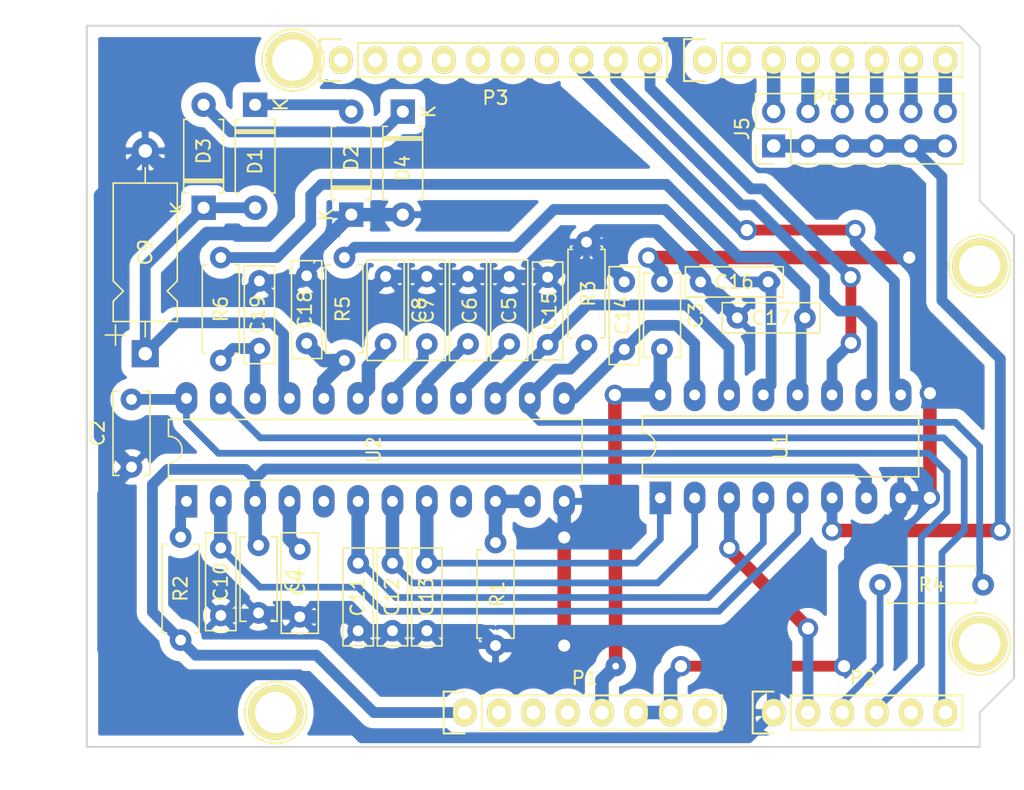
<source format=kicad_pcb>
(kicad_pcb (version 20171130) (host pcbnew "(5.1.6-0)")

  (general
    (thickness 1.6)
    (drawings 26)
    (tracks 296)
    (zones 0)
    (modules 40)
    (nets 40)
  )

  (page A4)
  (title_block
    (date 2021-08-25)
  )

  (layers
    (0 F.Cu signal)
    (31 B.Cu signal)
    (32 B.Adhes user)
    (33 F.Adhes user)
    (34 B.Paste user)
    (35 F.Paste user)
    (36 B.SilkS user)
    (37 F.SilkS user)
    (38 B.Mask user)
    (39 F.Mask user)
    (40 Dwgs.User user)
    (41 Cmts.User user)
    (42 Eco1.User user)
    (43 Eco2.User user)
    (44 Edge.Cuts user)
    (45 Margin user)
    (46 B.CrtYd user)
    (47 F.CrtYd user)
    (48 B.Fab user)
    (49 F.Fab user)
  )

  (setup
    (last_trace_width 0.25)
    (user_trace_width 0.25)
    (user_trace_width 0.3)
    (user_trace_width 0.5)
    (user_trace_width 0.8)
    (user_trace_width 1)
    (trace_clearance 0.2)
    (zone_clearance 0.762)
    (zone_45_only no)
    (trace_min 0.2)
    (via_size 0.6)
    (via_drill 0.4)
    (via_min_size 0.4)
    (via_min_drill 0.3)
    (user_via 1.2 0.5)
    (user_via 1.5 0.9)
    (uvia_size 0.3)
    (uvia_drill 0.1)
    (uvias_allowed no)
    (uvia_min_size 0.2)
    (uvia_min_drill 0.1)
    (edge_width 0.15)
    (segment_width 0.15)
    (pcb_text_width 0.3)
    (pcb_text_size 1.5 1.5)
    (mod_edge_width 0.15)
    (mod_text_size 1 1)
    (mod_text_width 0.15)
    (pad_size 4.064 4.064)
    (pad_drill 3.048)
    (pad_to_mask_clearance 0)
    (aux_axis_origin 110.998 126.365)
    (visible_elements FFFBEFFF)
    (pcbplotparams
      (layerselection 0x39000_fffffffe)
      (usegerberextensions false)
      (usegerberattributes true)
      (usegerberadvancedattributes true)
      (creategerberjobfile true)
      (excludeedgelayer false)
      (linewidth 0.100000)
      (plotframeref false)
      (viasonmask false)
      (mode 1)
      (useauxorigin false)
      (hpglpennumber 1)
      (hpglpenspeed 20)
      (hpglpendiameter 15.000000)
      (psnegative false)
      (psa4output false)
      (plotreference true)
      (plotvalue true)
      (plotinvisibletext false)
      (padsonsilk false)
      (subtractmaskfromsilk false)
      (outputformat 4)
      (mirror false)
      (drillshape 0)
      (scaleselection 1)
      (outputdirectory ""))
  )

  (net 0 "")
  (net 1 +5V)
  (net 2 GND)
  (net 3 GNDA)
  (net 4 VEE)
  (net 5 +5VA)
  (net 6 "Net-(C4-Pad1)")
  (net 7 "Net-(C5-Pad2)")
  (net 8 "Net-(C6-Pad2)")
  (net 9 "Net-(C7-Pad2)")
  (net 10 "Net-(C8-Pad2)")
  (net 11 "Net-(C9-Pad1)")
  (net 12 /VCO_CV)
  (net 13 /MOD_AMT)
  (net 14 /WAVE_SEL)
  (net 15 /PWM)
  (net 16 /MIXER_CV)
  (net 17 /RESONANCE)
  (net 18 /VCA_CV)
  (net 19 "Net-(D1-Pad1)")
  (net 20 "Net-(D3-Pad2)")
  (net 21 "Net-(R1-Pad1)")
  (net 22 "Net-(R2-Pad1)")
  (net 23 "Net-(R3-Pad1)")
  (net 24 /LP_CUTOFF)
  (net 25 /LP_VCA_CV)
  (net 26 /CUTOFF)
  (net 27 /VOICE_OUT)
  (net 28 /DAC_OUTPUT)
  (net 29 /~VOICE_1_SEL)
  (net 30 /~VOICE_SEL)
  (net 31 /~VOICE_2_SEL)
  (net 32 /~VOICE_3_SEL)
  (net 33 /~VOICE_4_SEL)
  (net 34 /~VOICE_5_SEL)
  (net 35 /~VOICE_6_SEL)
  (net 36 /PARAM_SEL_C)
  (net 37 /PARAM_SEL_B)
  (net 38 /PARAM_SEL_A)
  (net 39 /NOISE)

  (net_class Default "This is the default net class."
    (clearance 0.2)
    (trace_width 0.25)
    (via_dia 0.6)
    (via_drill 0.4)
    (uvia_dia 0.3)
    (uvia_drill 0.1)
    (add_net +3V3)
    (add_net "/11(**/MOSI)")
    (add_net "/12(MISO)")
    (add_net "/13(SCK)")
    (add_net "/6(**)")
    (add_net /7)
    (add_net /A4)
    (add_net "/A4(SDA)")
    (add_net "/A5(SCL)")
    (add_net /AREF)
    (add_net /CUTOFF)
    (add_net /DAC_OUTPUT)
    (add_net /IOREF)
    (add_net /NOISE)
    (add_net /PARAM_SEL_A)
    (add_net /PARAM_SEL_B)
    (add_net /PARAM_SEL_C)
    (add_net /Reset)
    (add_net /VOICE_OUT)
    (add_net /Vin)
    (add_net /~VOICE_1_SEL)
    (add_net /~VOICE_2_SEL)
    (add_net /~VOICE_3_SEL)
    (add_net /~VOICE_4_SEL)
    (add_net /~VOICE_5_SEL)
    (add_net /~VOICE_6_SEL)
    (add_net /~VOICE_SEL)
    (add_net "Net-(P3-Pad4)")
    (add_net "Net-(P5-Pad1)")
    (add_net "Net-(P6-Pad1)")
    (add_net "Net-(P7-Pad1)")
    (add_net "Net-(P8-Pad1)")
    (add_net "Net-(U2-Pad5)")
    (add_net "Net-(U2-Pad9)")
  )

  (net_class Analog ""
    (clearance 0.2)
    (trace_width 0.3)
    (via_dia 0.6)
    (via_drill 0.4)
    (uvia_dia 0.3)
    (uvia_drill 0.1)
    (add_net /LP_CUTOFF)
    (add_net /LP_VCA_CV)
    (add_net /MIXER_CV)
    (add_net /MOD_AMT)
    (add_net /PWM)
    (add_net /RESONANCE)
    (add_net /VCA_CV)
    (add_net /VCO_CV)
    (add_net /WAVE_SEL)
    (add_net "Net-(C4-Pad1)")
    (add_net "Net-(C5-Pad2)")
    (add_net "Net-(C6-Pad2)")
    (add_net "Net-(C7-Pad2)")
    (add_net "Net-(C8-Pad2)")
    (add_net "Net-(C9-Pad1)")
    (add_net "Net-(R1-Pad1)")
    (add_net "Net-(R2-Pad1)")
    (add_net "Net-(R3-Pad1)")
  )

  (net_class Digital ""
    (clearance 0.2)
    (trace_width 0.25)
    (via_dia 0.6)
    (via_drill 0.4)
    (uvia_dia 0.3)
    (uvia_drill 0.1)
    (add_net GND)
  )

  (net_class PWR ""
    (clearance 0.2)
    (trace_width 0.5)
    (via_dia 0.6)
    (via_drill 0.4)
    (uvia_dia 0.3)
    (uvia_drill 0.1)
    (add_net +5V)
    (add_net +5VA)
    (add_net GNDA)
    (add_net "Net-(D1-Pad1)")
    (add_net "Net-(D3-Pad2)")
    (add_net VEE)
  )

  (module Capacitor_THT:C_Disc_D6.0mm_W2.5mm_P5.00mm (layer F.Cu) (tedit 5AE50EF0) (tstamp 611C593D)
    (at 153.543 91.948 270)
    (descr "C, Disc series, Radial, pin pitch=5.00mm, , diameter*width=6*2.5mm^2, Capacitor, http://cdn-reichelt.de/documents/datenblatt/B300/DS_KERKO_TC.pdf")
    (tags "C Disc series Radial pin pitch 5.00mm  diameter 6mm width 2.5mm Capacitor")
    (path /6119D526)
    (fp_text reference C3 (at 2.5 -2.5 90) (layer F.SilkS)
      (effects (font (size 1 1) (thickness 0.15)))
    )
    (fp_text value 100nF (at 2.54 -0.762 90) (layer F.Fab)
      (effects (font (size 1 1) (thickness 0.15)))
    )
    (fp_line (start -0.5 -1.25) (end -0.5 1.25) (layer F.Fab) (width 0.1))
    (fp_line (start -0.5 1.25) (end 5.5 1.25) (layer F.Fab) (width 0.1))
    (fp_line (start 5.5 1.25) (end 5.5 -1.25) (layer F.Fab) (width 0.1))
    (fp_line (start 5.5 -1.25) (end -0.5 -1.25) (layer F.Fab) (width 0.1))
    (fp_line (start -0.62 -1.37) (end 5.62 -1.37) (layer F.SilkS) (width 0.12))
    (fp_line (start -0.62 1.37) (end 5.62 1.37) (layer F.SilkS) (width 0.12))
    (fp_line (start -0.62 -1.37) (end -0.62 -0.925) (layer F.SilkS) (width 0.12))
    (fp_line (start -0.62 0.925) (end -0.62 1.37) (layer F.SilkS) (width 0.12))
    (fp_line (start 5.62 -1.37) (end 5.62 -0.925) (layer F.SilkS) (width 0.12))
    (fp_line (start 5.62 0.925) (end 5.62 1.37) (layer F.SilkS) (width 0.12))
    (fp_line (start -1.05 -1.5) (end -1.05 1.5) (layer F.CrtYd) (width 0.05))
    (fp_line (start -1.05 1.5) (end 6.05 1.5) (layer F.CrtYd) (width 0.05))
    (fp_line (start 6.05 1.5) (end 6.05 -1.5) (layer F.CrtYd) (width 0.05))
    (fp_line (start 6.05 -1.5) (end -1.05 -1.5) (layer F.CrtYd) (width 0.05))
    (fp_text user %R (at 2.5 0 90) (layer F.Fab)
      (effects (font (size 1 1) (thickness 0.15)))
    )
    (pad 2 thru_hole circle (at 5 0 270) (size 1.6 1.6) (drill 0.8) (layers *.Cu *.Mask)
      (net 1 +5V))
    (pad 1 thru_hole circle (at 0 0 270) (size 1.6 1.6) (drill 0.8) (layers *.Cu *.Mask)
      (net 2 GND))
    (model ${KISYS3DMOD}/Capacitor_THT.3dshapes/C_Disc_D6.0mm_W2.5mm_P5.00mm.wrl
      (at (xyz 0 0 0))
      (scale (xyz 1 1 1))
      (rotate (xyz 0 0 0))
    )
  )

  (module Capacitor_THT:C_Disc_D6.0mm_W2.5mm_P5.00mm (layer F.Cu) (tedit 5AE50EF0) (tstamp 61124291)
    (at 114.3 105.664 90)
    (descr "C, Disc series, Radial, pin pitch=5.00mm, , diameter*width=6*2.5mm^2, Capacitor, http://cdn-reichelt.de/documents/datenblatt/B300/DS_KERKO_TC.pdf")
    (tags "C Disc series Radial pin pitch 5.00mm  diameter 6mm width 2.5mm Capacitor")
    (path /611A47D5)
    (fp_text reference C2 (at 2.5 -2.5 90) (layer F.SilkS)
      (effects (font (size 1 1) (thickness 0.15)))
    )
    (fp_text value 100nF (at 2.5 2.5 90) (layer F.Fab)
      (effects (font (size 1 1) (thickness 0.15)))
    )
    (fp_line (start 6.05 -1.5) (end -1.05 -1.5) (layer F.CrtYd) (width 0.05))
    (fp_line (start 6.05 1.5) (end 6.05 -1.5) (layer F.CrtYd) (width 0.05))
    (fp_line (start -1.05 1.5) (end 6.05 1.5) (layer F.CrtYd) (width 0.05))
    (fp_line (start -1.05 -1.5) (end -1.05 1.5) (layer F.CrtYd) (width 0.05))
    (fp_line (start 5.62 0.925) (end 5.62 1.37) (layer F.SilkS) (width 0.12))
    (fp_line (start 5.62 -1.37) (end 5.62 -0.925) (layer F.SilkS) (width 0.12))
    (fp_line (start -0.62 0.925) (end -0.62 1.37) (layer F.SilkS) (width 0.12))
    (fp_line (start -0.62 -1.37) (end -0.62 -0.925) (layer F.SilkS) (width 0.12))
    (fp_line (start -0.62 1.37) (end 5.62 1.37) (layer F.SilkS) (width 0.12))
    (fp_line (start -0.62 -1.37) (end 5.62 -1.37) (layer F.SilkS) (width 0.12))
    (fp_line (start 5.5 -1.25) (end -0.5 -1.25) (layer F.Fab) (width 0.1))
    (fp_line (start 5.5 1.25) (end 5.5 -1.25) (layer F.Fab) (width 0.1))
    (fp_line (start -0.5 1.25) (end 5.5 1.25) (layer F.Fab) (width 0.1))
    (fp_line (start -0.5 -1.25) (end -0.5 1.25) (layer F.Fab) (width 0.1))
    (fp_text user %R (at 2.5 0 90) (layer F.Fab)
      (effects (font (size 1 1) (thickness 0.15)))
    )
    (pad 2 thru_hole circle (at 5 0 90) (size 1.6 1.6) (drill 0.8) (layers *.Cu *.Mask)
      (net 5 +5VA))
    (pad 1 thru_hole circle (at 0 0 90) (size 1.6 1.6) (drill 0.8) (layers *.Cu *.Mask)
      (net 3 GNDA))
    (model ${KISYS3DMOD}/Capacitor_THT.3dshapes/C_Disc_D6.0mm_W2.5mm_P5.00mm.wrl
      (at (xyz 0 0 0))
      (scale (xyz 1 1 1))
      (rotate (xyz 0 0 0))
    )
  )

  (module Capacitor_THT:C_Disc_D6.0mm_W2.5mm_P5.00mm (layer F.Cu) (tedit 5AE50EF0) (tstamp 61271B84)
    (at 123.698 111.4552 270)
    (descr "C, Disc series, Radial, pin pitch=5.00mm, , diameter*width=6*2.5mm^2, Capacitor, http://cdn-reichelt.de/documents/datenblatt/B300/DS_KERKO_TC.pdf")
    (tags "C Disc series Radial pin pitch 5.00mm  diameter 6mm width 2.5mm Capacitor")
    (path /611AB42B)
    (fp_text reference C1 (at 2.5 -2.5 90) (layer F.SilkS)
      (effects (font (size 1 1) (thickness 0.15)))
    )
    (fp_text value 100nF (at 2.5 2.5 90) (layer F.Fab)
      (effects (font (size 1 1) (thickness 0.15)))
    )
    (fp_line (start 6.05 -1.5) (end -1.05 -1.5) (layer F.CrtYd) (width 0.05))
    (fp_line (start 6.05 1.5) (end 6.05 -1.5) (layer F.CrtYd) (width 0.05))
    (fp_line (start -1.05 1.5) (end 6.05 1.5) (layer F.CrtYd) (width 0.05))
    (fp_line (start -1.05 -1.5) (end -1.05 1.5) (layer F.CrtYd) (width 0.05))
    (fp_line (start 5.62 0.925) (end 5.62 1.37) (layer F.SilkS) (width 0.12))
    (fp_line (start 5.62 -1.37) (end 5.62 -0.925) (layer F.SilkS) (width 0.12))
    (fp_line (start -0.62 0.925) (end -0.62 1.37) (layer F.SilkS) (width 0.12))
    (fp_line (start -0.62 -1.37) (end -0.62 -0.925) (layer F.SilkS) (width 0.12))
    (fp_line (start -0.62 1.37) (end 5.62 1.37) (layer F.SilkS) (width 0.12))
    (fp_line (start -0.62 -1.37) (end 5.62 -1.37) (layer F.SilkS) (width 0.12))
    (fp_line (start 5.5 -1.25) (end -0.5 -1.25) (layer F.Fab) (width 0.1))
    (fp_line (start 5.5 1.25) (end 5.5 -1.25) (layer F.Fab) (width 0.1))
    (fp_line (start -0.5 1.25) (end 5.5 1.25) (layer F.Fab) (width 0.1))
    (fp_line (start -0.5 -1.25) (end -0.5 1.25) (layer F.Fab) (width 0.1))
    (fp_text user %R (at 2.5 0 90) (layer F.Fab)
      (effects (font (size 1 1) (thickness 0.15)))
    )
    (pad 2 thru_hole circle (at 5 0 270) (size 1.6 1.6) (drill 0.8) (layers *.Cu *.Mask)
      (net 3 GNDA))
    (pad 1 thru_hole circle (at 0 0 270) (size 1.6 1.6) (drill 0.8) (layers *.Cu *.Mask)
      (net 4 VEE))
    (model ${KISYS3DMOD}/Capacitor_THT.3dshapes/C_Disc_D6.0mm_W2.5mm_P5.00mm.wrl
      (at (xyz 0 0 0))
      (scale (xyz 1 1 1))
      (rotate (xyz 0 0 0))
    )
  )

  (module Capacitor_THT:C_Rect_L7.2mm_W2.5mm_P5.00mm_FKS2_FKP2_MKS2_MKP2 (layer F.Cu) (tedit 5AE50EF0) (tstamp 611248B8)
    (at 133.096 91.567 270)
    (descr "C, Rect series, Radial, pin pitch=5.00mm, , length*width=7.2*2.5mm^2, Capacitor, http://www.wima.com/EN/WIMA_FKS_2.pdf")
    (tags "C Rect series Radial pin pitch 5.00mm  length 7.2mm width 2.5mm Capacitor")
    (path /6113D118)
    (fp_text reference C8 (at 2.5 -2.5 90) (layer F.SilkS)
      (effects (font (size 1 1) (thickness 0.15)))
    )
    (fp_text value 560pF (at 2.4765 -1.27 90) (layer F.Fab)
      (effects (font (size 1 1) (thickness 0.15)))
    )
    (fp_line (start 6.35 -1.5) (end -1.35 -1.5) (layer F.CrtYd) (width 0.05))
    (fp_line (start 6.35 1.5) (end 6.35 -1.5) (layer F.CrtYd) (width 0.05))
    (fp_line (start -1.35 1.5) (end 6.35 1.5) (layer F.CrtYd) (width 0.05))
    (fp_line (start -1.35 -1.5) (end -1.35 1.5) (layer F.CrtYd) (width 0.05))
    (fp_line (start 6.22 -1.37) (end 6.22 1.37) (layer F.SilkS) (width 0.12))
    (fp_line (start -1.22 -1.37) (end -1.22 1.37) (layer F.SilkS) (width 0.12))
    (fp_line (start -1.22 1.37) (end 6.22 1.37) (layer F.SilkS) (width 0.12))
    (fp_line (start -1.22 -1.37) (end 6.22 -1.37) (layer F.SilkS) (width 0.12))
    (fp_line (start 6.1 -1.25) (end -1.1 -1.25) (layer F.Fab) (width 0.1))
    (fp_line (start 6.1 1.25) (end 6.1 -1.25) (layer F.Fab) (width 0.1))
    (fp_line (start -1.1 1.25) (end 6.1 1.25) (layer F.Fab) (width 0.1))
    (fp_line (start -1.1 -1.25) (end -1.1 1.25) (layer F.Fab) (width 0.1))
    (fp_text user %R (at 2.5 0 90) (layer F.Fab)
      (effects (font (size 1 1) (thickness 0.15)))
    )
    (pad 2 thru_hole circle (at 5 0 270) (size 1.6 1.6) (drill 0.8) (layers *.Cu *.Mask)
      (net 10 "Net-(C8-Pad2)"))
    (pad 1 thru_hole circle (at 0 0 270) (size 1.6 1.6) (drill 0.8) (layers *.Cu *.Mask)
      (net 3 GNDA))
    (model ${KISYS3DMOD}/Capacitor_THT.3dshapes/C_Rect_L7.2mm_W2.5mm_P5.00mm_FKS2_FKP2_MKS2_MKP2.wrl
      (at (xyz 0 0 0))
      (scale (xyz 1 1 1))
      (rotate (xyz 0 0 0))
    )
  )

  (module Connector_PinHeader_2.54mm:PinHeader_2x06_P2.54mm_Vertical (layer F.Cu) (tedit 59FED5CC) (tstamp 61209653)
    (at 161.798 81.915 90)
    (descr "Through hole straight pin header, 2x06, 2.54mm pitch, double rows")
    (tags "Through hole pin header THT 2x06 2.54mm double row")
    (path /6127F232)
    (fp_text reference J5 (at 1.27 -2.33 90) (layer F.SilkS)
      (effects (font (size 1 1) (thickness 0.15)))
    )
    (fp_text value Conn_02x06_Odd_Even (at 1.27 15.03 90) (layer F.Fab)
      (effects (font (size 1 1) (thickness 0.15)))
    )
    (fp_line (start 0 -1.27) (end 3.81 -1.27) (layer F.Fab) (width 0.1))
    (fp_line (start 3.81 -1.27) (end 3.81 13.97) (layer F.Fab) (width 0.1))
    (fp_line (start 3.81 13.97) (end -1.27 13.97) (layer F.Fab) (width 0.1))
    (fp_line (start -1.27 13.97) (end -1.27 0) (layer F.Fab) (width 0.1))
    (fp_line (start -1.27 0) (end 0 -1.27) (layer F.Fab) (width 0.1))
    (fp_line (start -1.33 14.03) (end 3.87 14.03) (layer F.SilkS) (width 0.12))
    (fp_line (start -1.33 1.27) (end -1.33 14.03) (layer F.SilkS) (width 0.12))
    (fp_line (start 3.87 -1.33) (end 3.87 14.03) (layer F.SilkS) (width 0.12))
    (fp_line (start -1.33 1.27) (end 1.27 1.27) (layer F.SilkS) (width 0.12))
    (fp_line (start 1.27 1.27) (end 1.27 -1.33) (layer F.SilkS) (width 0.12))
    (fp_line (start 1.27 -1.33) (end 3.87 -1.33) (layer F.SilkS) (width 0.12))
    (fp_line (start -1.33 0) (end -1.33 -1.33) (layer F.SilkS) (width 0.12))
    (fp_line (start -1.33 -1.33) (end 0 -1.33) (layer F.SilkS) (width 0.12))
    (fp_line (start -1.8 -1.8) (end -1.8 14.5) (layer F.CrtYd) (width 0.05))
    (fp_line (start -1.8 14.5) (end 4.35 14.5) (layer F.CrtYd) (width 0.05))
    (fp_line (start 4.35 14.5) (end 4.35 -1.8) (layer F.CrtYd) (width 0.05))
    (fp_line (start 4.35 -1.8) (end -1.8 -1.8) (layer F.CrtYd) (width 0.05))
    (fp_text user %R (at 1.27 6.35) (layer F.Fab)
      (effects (font (size 1 1) (thickness 0.15)))
    )
    (pad 12 thru_hole oval (at 2.54 12.7 90) (size 1.7 1.7) (drill 1) (layers *.Cu *.Mask)
      (net 29 /~VOICE_1_SEL))
    (pad 11 thru_hole oval (at 0 12.7 90) (size 1.7 1.7) (drill 1) (layers *.Cu *.Mask)
      (net 30 /~VOICE_SEL))
    (pad 10 thru_hole oval (at 2.54 10.16 90) (size 1.7 1.7) (drill 1) (layers *.Cu *.Mask)
      (net 31 /~VOICE_2_SEL))
    (pad 9 thru_hole oval (at 0 10.16 90) (size 1.7 1.7) (drill 1) (layers *.Cu *.Mask)
      (net 30 /~VOICE_SEL))
    (pad 8 thru_hole oval (at 2.54 7.62 90) (size 1.7 1.7) (drill 1) (layers *.Cu *.Mask)
      (net 32 /~VOICE_3_SEL))
    (pad 7 thru_hole oval (at 0 7.62 90) (size 1.7 1.7) (drill 1) (layers *.Cu *.Mask)
      (net 30 /~VOICE_SEL))
    (pad 6 thru_hole oval (at 2.54 5.08 90) (size 1.7 1.7) (drill 1) (layers *.Cu *.Mask)
      (net 33 /~VOICE_4_SEL))
    (pad 5 thru_hole oval (at 0 5.08 90) (size 1.7 1.7) (drill 1) (layers *.Cu *.Mask)
      (net 30 /~VOICE_SEL))
    (pad 4 thru_hole oval (at 2.54 2.54 90) (size 1.7 1.7) (drill 1) (layers *.Cu *.Mask)
      (net 34 /~VOICE_5_SEL))
    (pad 3 thru_hole oval (at 0 2.54 90) (size 1.7 1.7) (drill 1) (layers *.Cu *.Mask)
      (net 30 /~VOICE_SEL))
    (pad 2 thru_hole oval (at 2.54 0 90) (size 1.7 1.7) (drill 1) (layers *.Cu *.Mask)
      (net 35 /~VOICE_6_SEL))
    (pad 1 thru_hole rect (at 0 0 90) (size 1.7 1.7) (drill 1) (layers *.Cu *.Mask)
      (net 30 /~VOICE_SEL))
    (model ${KISYS3DMOD}/Connector_PinHeader_2.54mm.3dshapes/PinHeader_2x06_P2.54mm_Vertical.wrl
      (at (xyz 0 0 0))
      (scale (xyz 1 1 1))
      (rotate (xyz 0 0 0))
    )
  )

  (module Package_DIP:DIP-16_W7.62mm_LongPads (layer F.Cu) (tedit 5A02E8C5) (tstamp 611C8DDC)
    (at 153.416 107.95 90)
    (descr "16-lead though-hole mounted DIP package, row spacing 7.62 mm (300 mils), LongPads")
    (tags "THT DIP DIL PDIP 2.54mm 7.62mm 300mil LongPads")
    (path /61119B6A)
    (fp_text reference U1 (at 3.81 8.89 90) (layer F.SilkS)
      (effects (font (size 1 1) (thickness 0.15)))
    )
    (fp_text value 4051 (at 3.81 20.11 90) (layer F.Fab)
      (effects (font (size 1 1) (thickness 0.15)))
    )
    (fp_line (start 1.635 -1.27) (end 6.985 -1.27) (layer F.Fab) (width 0.1))
    (fp_line (start 6.985 -1.27) (end 6.985 19.05) (layer F.Fab) (width 0.1))
    (fp_line (start 6.985 19.05) (end 0.635 19.05) (layer F.Fab) (width 0.1))
    (fp_line (start 0.635 19.05) (end 0.635 -0.27) (layer F.Fab) (width 0.1))
    (fp_line (start 0.635 -0.27) (end 1.635 -1.27) (layer F.Fab) (width 0.1))
    (fp_line (start 2.81 -1.33) (end 1.56 -1.33) (layer F.SilkS) (width 0.12))
    (fp_line (start 1.56 -1.33) (end 1.56 19.11) (layer F.SilkS) (width 0.12))
    (fp_line (start 1.56 19.11) (end 6.06 19.11) (layer F.SilkS) (width 0.12))
    (fp_line (start 6.06 19.11) (end 6.06 -1.33) (layer F.SilkS) (width 0.12))
    (fp_line (start 6.06 -1.33) (end 4.81 -1.33) (layer F.SilkS) (width 0.12))
    (fp_line (start -1.45 -1.55) (end -1.45 19.3) (layer F.CrtYd) (width 0.05))
    (fp_line (start -1.45 19.3) (end 9.1 19.3) (layer F.CrtYd) (width 0.05))
    (fp_line (start 9.1 19.3) (end 9.1 -1.55) (layer F.CrtYd) (width 0.05))
    (fp_line (start 9.1 -1.55) (end -1.45 -1.55) (layer F.CrtYd) (width 0.05))
    (fp_arc (start 3.81 -1.33) (end 2.81 -1.33) (angle -180) (layer F.SilkS) (width 0.12))
    (fp_text user %R (at 3.81 8.89 90) (layer F.Fab)
      (effects (font (size 1 1) (thickness 0.15)))
    )
    (pad 1 thru_hole rect (at 0 0 90) (size 2.4 1.6) (drill 0.8) (layers *.Cu *.Mask)
      (net 15 /PWM))
    (pad 9 thru_hole oval (at 7.62 17.78 90) (size 2.4 1.6) (drill 0.8) (layers *.Cu *.Mask)
      (net 38 /PARAM_SEL_A))
    (pad 2 thru_hole oval (at 0 2.54 90) (size 2.4 1.6) (drill 0.8) (layers *.Cu *.Mask)
      (net 14 /WAVE_SEL))
    (pad 10 thru_hole oval (at 7.62 15.24 90) (size 2.4 1.6) (drill 0.8) (layers *.Cu *.Mask)
      (net 37 /PARAM_SEL_B))
    (pad 3 thru_hole oval (at 0 5.08 90) (size 2.4 1.6) (drill 0.8) (layers *.Cu *.Mask)
      (net 28 /DAC_OUTPUT))
    (pad 11 thru_hole oval (at 7.62 12.7 90) (size 2.4 1.6) (drill 0.8) (layers *.Cu *.Mask)
      (net 36 /PARAM_SEL_C))
    (pad 4 thru_hole oval (at 0 7.62 90) (size 2.4 1.6) (drill 0.8) (layers *.Cu *.Mask)
      (net 13 /MOD_AMT))
    (pad 12 thru_hole oval (at 7.62 10.16 90) (size 2.4 1.6) (drill 0.8) (layers *.Cu *.Mask)
      (net 18 /VCA_CV))
    (pad 5 thru_hole oval (at 0 10.16 90) (size 2.4 1.6) (drill 0.8) (layers *.Cu *.Mask)
      (net 12 /VCO_CV))
    (pad 13 thru_hole oval (at 7.62 7.62 90) (size 2.4 1.6) (drill 0.8) (layers *.Cu *.Mask)
      (net 26 /CUTOFF))
    (pad 6 thru_hole oval (at 0 12.7 90) (size 2.4 1.6) (drill 0.8) (layers *.Cu *.Mask)
      (net 30 /~VOICE_SEL))
    (pad 14 thru_hole oval (at 7.62 5.08 90) (size 2.4 1.6) (drill 0.8) (layers *.Cu *.Mask)
      (net 17 /RESONANCE))
    (pad 7 thru_hole oval (at 0 15.24 90) (size 2.4 1.6) (drill 0.8) (layers *.Cu *.Mask)
      (net 4 VEE))
    (pad 15 thru_hole oval (at 7.62 2.54 90) (size 2.4 1.6) (drill 0.8) (layers *.Cu *.Mask)
      (net 16 /MIXER_CV))
    (pad 8 thru_hole oval (at 0 17.78 90) (size 2.4 1.6) (drill 0.8) (layers *.Cu *.Mask)
      (net 2 GND))
    (pad 16 thru_hole oval (at 7.62 0 90) (size 2.4 1.6) (drill 0.8) (layers *.Cu *.Mask)
      (net 1 +5V))
    (model ${KISYS3DMOD}/Package_DIP.3dshapes/DIP-16_W7.62mm.wrl
      (at (xyz 0 0 0))
      (scale (xyz 1 1 1))
      (rotate (xyz 0 0 0))
    )
  )

  (module Resistor_THT:R_Axial_DIN0207_L6.3mm_D2.5mm_P7.62mm_Horizontal (layer F.Cu) (tedit 5AE5139B) (tstamp 61219E2B)
    (at 169.672 114.3762)
    (descr "Resistor, Axial_DIN0207 series, Axial, Horizontal, pin pitch=7.62mm, 0.25W = 1/4W, length*diameter=6.3*2.5mm^2, http://cdn-reichelt.de/documents/datenblatt/B400/1_4W%23YAG.pdf")
    (tags "Resistor Axial_DIN0207 series Axial Horizontal pin pitch 7.62mm 0.25W = 1/4W length 6.3mm diameter 2.5mm")
    (path /61160128)
    (fp_text reference R4 (at 3.81 0) (layer F.SilkS)
      (effects (font (size 1 1) (thickness 0.15)))
    )
    (fp_text value 68k (at 3.81 2.37) (layer F.Fab)
      (effects (font (size 1 1) (thickness 0.15)))
    )
    (fp_line (start 8.67 -1.5) (end -1.05 -1.5) (layer F.CrtYd) (width 0.05))
    (fp_line (start 8.67 1.5) (end 8.67 -1.5) (layer F.CrtYd) (width 0.05))
    (fp_line (start -1.05 1.5) (end 8.67 1.5) (layer F.CrtYd) (width 0.05))
    (fp_line (start -1.05 -1.5) (end -1.05 1.5) (layer F.CrtYd) (width 0.05))
    (fp_line (start 7.08 1.37) (end 7.08 1.04) (layer F.SilkS) (width 0.12))
    (fp_line (start 0.54 1.37) (end 7.08 1.37) (layer F.SilkS) (width 0.12))
    (fp_line (start 0.54 1.04) (end 0.54 1.37) (layer F.SilkS) (width 0.12))
    (fp_line (start 7.08 -1.37) (end 7.08 -1.04) (layer F.SilkS) (width 0.12))
    (fp_line (start 0.54 -1.37) (end 7.08 -1.37) (layer F.SilkS) (width 0.12))
    (fp_line (start 0.54 -1.04) (end 0.54 -1.37) (layer F.SilkS) (width 0.12))
    (fp_line (start 7.62 0) (end 6.96 0) (layer F.Fab) (width 0.1))
    (fp_line (start 0 0) (end 0.66 0) (layer F.Fab) (width 0.1))
    (fp_line (start 6.96 -1.25) (end 0.66 -1.25) (layer F.Fab) (width 0.1))
    (fp_line (start 6.96 1.25) (end 6.96 -1.25) (layer F.Fab) (width 0.1))
    (fp_line (start 0.66 1.25) (end 6.96 1.25) (layer F.Fab) (width 0.1))
    (fp_line (start 0.66 -1.25) (end 0.66 1.25) (layer F.Fab) (width 0.1))
    (fp_text user %R (at 3.81 0) (layer F.Fab)
      (effects (font (size 1 1) (thickness 0.15)))
    )
    (pad 2 thru_hole oval (at 7.62 0) (size 1.6 1.6) (drill 0.8) (layers *.Cu *.Mask)
      (net 23 "Net-(R3-Pad1)"))
    (pad 1 thru_hole circle (at 0 0) (size 1.6 1.6) (drill 0.8) (layers *.Cu *.Mask)
      (net 39 /NOISE))
    (model ${KISYS3DMOD}/Resistor_THT.3dshapes/R_Axial_DIN0207_L6.3mm_D2.5mm_P7.62mm_Horizontal.wrl
      (at (xyz 0 0 0))
      (scale (xyz 1 1 1))
      (rotate (xyz 0 0 0))
    )
  )

  (module Resistor_THT:R_Axial_DIN0207_L6.3mm_D2.5mm_P7.62mm_Horizontal (layer F.Cu) (tedit 5AE5139B) (tstamp 611C8C39)
    (at 120.904 97.79 90)
    (descr "Resistor, Axial_DIN0207 series, Axial, Horizontal, pin pitch=7.62mm, 0.25W = 1/4W, length*diameter=6.3*2.5mm^2, http://cdn-reichelt.de/documents/datenblatt/B400/1_4W%23YAG.pdf")
    (tags "Resistor Axial_DIN0207 series Axial Horizontal pin pitch 7.62mm 0.25W = 1/4W length 6.3mm diameter 2.5mm")
    (path /612F47CF)
    (fp_text reference R6 (at 3.81 0 90) (layer F.SilkS)
      (effects (font (size 1 1) (thickness 0.15)))
    )
    (fp_text value 1M (at 3.7465 1.2065 90) (layer F.Fab)
      (effects (font (size 1 1) (thickness 0.15)))
    )
    (fp_line (start 8.67 -1.5) (end -1.05 -1.5) (layer F.CrtYd) (width 0.05))
    (fp_line (start 8.67 1.5) (end 8.67 -1.5) (layer F.CrtYd) (width 0.05))
    (fp_line (start -1.05 1.5) (end 8.67 1.5) (layer F.CrtYd) (width 0.05))
    (fp_line (start -1.05 -1.5) (end -1.05 1.5) (layer F.CrtYd) (width 0.05))
    (fp_line (start 7.08 1.37) (end 7.08 1.04) (layer F.SilkS) (width 0.12))
    (fp_line (start 0.54 1.37) (end 7.08 1.37) (layer F.SilkS) (width 0.12))
    (fp_line (start 0.54 1.04) (end 0.54 1.37) (layer F.SilkS) (width 0.12))
    (fp_line (start 7.08 -1.37) (end 7.08 -1.04) (layer F.SilkS) (width 0.12))
    (fp_line (start 0.54 -1.37) (end 7.08 -1.37) (layer F.SilkS) (width 0.12))
    (fp_line (start 0.54 -1.04) (end 0.54 -1.37) (layer F.SilkS) (width 0.12))
    (fp_line (start 7.62 0) (end 6.96 0) (layer F.Fab) (width 0.1))
    (fp_line (start 0 0) (end 0.66 0) (layer F.Fab) (width 0.1))
    (fp_line (start 6.96 -1.25) (end 0.66 -1.25) (layer F.Fab) (width 0.1))
    (fp_line (start 6.96 1.25) (end 6.96 -1.25) (layer F.Fab) (width 0.1))
    (fp_line (start 0.66 1.25) (end 6.96 1.25) (layer F.Fab) (width 0.1))
    (fp_line (start 0.66 -1.25) (end 0.66 1.25) (layer F.Fab) (width 0.1))
    (fp_text user %R (at 3.81 0 90) (layer F.Fab)
      (effects (font (size 1 1) (thickness 0.15)))
    )
    (pad 2 thru_hole oval (at 7.62 0 90) (size 1.6 1.6) (drill 0.8) (layers *.Cu *.Mask)
      (net 18 /VCA_CV))
    (pad 1 thru_hole circle (at 0 0 90) (size 1.6 1.6) (drill 0.8) (layers *.Cu *.Mask)
      (net 25 /LP_VCA_CV))
    (model ${KISYS3DMOD}/Resistor_THT.3dshapes/R_Axial_DIN0207_L6.3mm_D2.5mm_P7.62mm_Horizontal.wrl
      (at (xyz 0 0 0))
      (scale (xyz 1 1 1))
      (rotate (xyz 0 0 0))
    )
  )

  (module Resistor_THT:R_Axial_DIN0207_L6.3mm_D2.5mm_P7.62mm_Horizontal (layer F.Cu) (tedit 5AE5139B) (tstamp 611C8BF7)
    (at 130.048 97.79 90)
    (descr "Resistor, Axial_DIN0207 series, Axial, Horizontal, pin pitch=7.62mm, 0.25W = 1/4W, length*diameter=6.3*2.5mm^2, http://cdn-reichelt.de/documents/datenblatt/B400/1_4W%23YAG.pdf")
    (tags "Resistor Axial_DIN0207 series Axial Horizontal pin pitch 7.62mm 0.25W = 1/4W length 6.3mm diameter 2.5mm")
    (path /61309BBA)
    (fp_text reference R5 (at 3.81 -0.127 90) (layer F.SilkS)
      (effects (font (size 1 1) (thickness 0.15)))
    )
    (fp_text value 1M (at 3.8735 1.2065 90) (layer F.Fab)
      (effects (font (size 1 1) (thickness 0.15)))
    )
    (fp_line (start 8.67 -1.5) (end -1.05 -1.5) (layer F.CrtYd) (width 0.05))
    (fp_line (start 8.67 1.5) (end 8.67 -1.5) (layer F.CrtYd) (width 0.05))
    (fp_line (start -1.05 1.5) (end 8.67 1.5) (layer F.CrtYd) (width 0.05))
    (fp_line (start -1.05 -1.5) (end -1.05 1.5) (layer F.CrtYd) (width 0.05))
    (fp_line (start 7.08 1.37) (end 7.08 1.04) (layer F.SilkS) (width 0.12))
    (fp_line (start 0.54 1.37) (end 7.08 1.37) (layer F.SilkS) (width 0.12))
    (fp_line (start 0.54 1.04) (end 0.54 1.37) (layer F.SilkS) (width 0.12))
    (fp_line (start 7.08 -1.37) (end 7.08 -1.04) (layer F.SilkS) (width 0.12))
    (fp_line (start 0.54 -1.37) (end 7.08 -1.37) (layer F.SilkS) (width 0.12))
    (fp_line (start 0.54 -1.04) (end 0.54 -1.37) (layer F.SilkS) (width 0.12))
    (fp_line (start 7.62 0) (end 6.96 0) (layer F.Fab) (width 0.1))
    (fp_line (start 0 0) (end 0.66 0) (layer F.Fab) (width 0.1))
    (fp_line (start 6.96 -1.25) (end 0.66 -1.25) (layer F.Fab) (width 0.1))
    (fp_line (start 6.96 1.25) (end 6.96 -1.25) (layer F.Fab) (width 0.1))
    (fp_line (start 0.66 1.25) (end 6.96 1.25) (layer F.Fab) (width 0.1))
    (fp_line (start 0.66 -1.25) (end 0.66 1.25) (layer F.Fab) (width 0.1))
    (fp_text user %R (at 3.81 0 90) (layer F.Fab)
      (effects (font (size 1 1) (thickness 0.15)))
    )
    (pad 2 thru_hole oval (at 7.62 0 90) (size 1.6 1.6) (drill 0.8) (layers *.Cu *.Mask)
      (net 26 /CUTOFF))
    (pad 1 thru_hole circle (at 0 0 90) (size 1.6 1.6) (drill 0.8) (layers *.Cu *.Mask)
      (net 24 /LP_CUTOFF))
    (model ${KISYS3DMOD}/Resistor_THT.3dshapes/R_Axial_DIN0207_L6.3mm_D2.5mm_P7.62mm_Horizontal.wrl
      (at (xyz 0 0 0))
      (scale (xyz 1 1 1))
      (rotate (xyz 0 0 0))
    )
  )

  (module Capacitor_THT:C_Rect_L7.0mm_W2.0mm_P5.00mm (layer F.Cu) (tedit 5AE50EF0) (tstamp 611C8CAD)
    (at 123.7615 96.901 90)
    (descr "C, Rect series, Radial, pin pitch=5.00mm, , length*width=7*2mm^2, Capacitor")
    (tags "C Rect series Radial pin pitch 5.00mm  length 7mm width 2mm Capacitor")
    (path /612F3867)
    (fp_text reference C19 (at 2.5 -0.127 90) (layer F.SilkS)
      (effects (font (size 1 1) (thickness 0.15)))
    )
    (fp_text value 1nF (at 2.667 1.397 90) (layer F.Fab)
      (effects (font (size 1 1) (thickness 0.15)))
    )
    (fp_line (start 6.25 -1.25) (end -1.25 -1.25) (layer F.CrtYd) (width 0.05))
    (fp_line (start 6.25 1.25) (end 6.25 -1.25) (layer F.CrtYd) (width 0.05))
    (fp_line (start -1.25 1.25) (end 6.25 1.25) (layer F.CrtYd) (width 0.05))
    (fp_line (start -1.25 -1.25) (end -1.25 1.25) (layer F.CrtYd) (width 0.05))
    (fp_line (start 6.12 -1.12) (end 6.12 1.12) (layer F.SilkS) (width 0.12))
    (fp_line (start -1.12 -1.12) (end -1.12 1.12) (layer F.SilkS) (width 0.12))
    (fp_line (start -1.12 1.12) (end 6.12 1.12) (layer F.SilkS) (width 0.12))
    (fp_line (start -1.12 -1.12) (end 6.12 -1.12) (layer F.SilkS) (width 0.12))
    (fp_line (start 6 -1) (end -1 -1) (layer F.Fab) (width 0.1))
    (fp_line (start 6 1) (end 6 -1) (layer F.Fab) (width 0.1))
    (fp_line (start -1 1) (end 6 1) (layer F.Fab) (width 0.1))
    (fp_line (start -1 -1) (end -1 1) (layer F.Fab) (width 0.1))
    (fp_text user %R (at 2.5 0 90) (layer F.Fab)
      (effects (font (size 1 1) (thickness 0.15)))
    )
    (pad 2 thru_hole circle (at 5 0 90) (size 1.6 1.6) (drill 0.8) (layers *.Cu *.Mask)
      (net 3 GNDA))
    (pad 1 thru_hole circle (at 0 0 90) (size 1.6 1.6) (drill 0.8) (layers *.Cu *.Mask)
      (net 25 /LP_VCA_CV))
    (model ${KISYS3DMOD}/Capacitor_THT.3dshapes/C_Rect_L7.0mm_W2.0mm_P5.00mm.wrl
      (at (xyz 0 0 0))
      (scale (xyz 1 1 1))
      (rotate (xyz 0 0 0))
    )
  )

  (module Capacitor_THT:C_Rect_L7.0mm_W2.0mm_P5.00mm (layer F.Cu) (tedit 5AE50EF0) (tstamp 612A70BB)
    (at 127.254 96.52 90)
    (descr "C, Rect series, Radial, pin pitch=5.00mm, , length*width=7*2mm^2, Capacitor")
    (tags "C Rect series Radial pin pitch 5.00mm  length 7mm width 2mm Capacitor")
    (path /61309BB4)
    (fp_text reference C18 (at 2.5 -0.127 90) (layer F.SilkS)
      (effects (font (size 1 1) (thickness 0.15)))
    )
    (fp_text value 1nF (at 2.54 1.3335 90) (layer F.Fab)
      (effects (font (size 1 1) (thickness 0.15)))
    )
    (fp_line (start 6.25 -1.25) (end -1.25 -1.25) (layer F.CrtYd) (width 0.05))
    (fp_line (start 6.25 1.25) (end 6.25 -1.25) (layer F.CrtYd) (width 0.05))
    (fp_line (start -1.25 1.25) (end 6.25 1.25) (layer F.CrtYd) (width 0.05))
    (fp_line (start -1.25 -1.25) (end -1.25 1.25) (layer F.CrtYd) (width 0.05))
    (fp_line (start 6.12 -1.12) (end 6.12 1.12) (layer F.SilkS) (width 0.12))
    (fp_line (start -1.12 -1.12) (end -1.12 1.12) (layer F.SilkS) (width 0.12))
    (fp_line (start -1.12 1.12) (end 6.12 1.12) (layer F.SilkS) (width 0.12))
    (fp_line (start -1.12 -1.12) (end 6.12 -1.12) (layer F.SilkS) (width 0.12))
    (fp_line (start 6 -1) (end -1 -1) (layer F.Fab) (width 0.1))
    (fp_line (start 6 1) (end 6 -1) (layer F.Fab) (width 0.1))
    (fp_line (start -1 1) (end 6 1) (layer F.Fab) (width 0.1))
    (fp_line (start -1 -1) (end -1 1) (layer F.Fab) (width 0.1))
    (fp_text user %R (at 2.5 0 90) (layer F.Fab)
      (effects (font (size 1 1) (thickness 0.15)))
    )
    (pad 2 thru_hole circle (at 5 0 90) (size 1.6 1.6) (drill 0.8) (layers *.Cu *.Mask)
      (net 3 GNDA))
    (pad 1 thru_hole circle (at 0 0 90) (size 1.6 1.6) (drill 0.8) (layers *.Cu *.Mask)
      (net 24 /LP_CUTOFF))
    (model ${KISYS3DMOD}/Capacitor_THT.3dshapes/C_Rect_L7.0mm_W2.0mm_P5.00mm.wrl
      (at (xyz 0 0 0))
      (scale (xyz 1 1 1))
      (rotate (xyz 0 0 0))
    )
  )

  (module Diode_THT:D_A-405_P7.62mm_Horizontal (layer F.Cu) (tedit 5AE50CD5) (tstamp 611243E1)
    (at 123.444 78.867 270)
    (descr "Diode, A-405 series, Axial, Horizontal, pin pitch=7.62mm, , length*diameter=5.2*2.7mm^2, , http://www.diodes.com/_files/packages/A-405.pdf")
    (tags "Diode A-405 series Axial Horizontal pin pitch 7.62mm  length 5.2mm diameter 2.7mm")
    (path /6119CB98)
    (fp_text reference D1 (at 4.191 0 90) (layer F.SilkS)
      (effects (font (size 1 1) (thickness 0.15)))
    )
    (fp_text value 1N4148 (at 3.81 13.97 90) (layer F.Fab)
      (effects (font (size 1 1) (thickness 0.15)))
    )
    (fp_line (start 8.77 -1.6) (end -1.15 -1.6) (layer F.CrtYd) (width 0.05))
    (fp_line (start 8.77 1.6) (end 8.77 -1.6) (layer F.CrtYd) (width 0.05))
    (fp_line (start -1.15 1.6) (end 8.77 1.6) (layer F.CrtYd) (width 0.05))
    (fp_line (start -1.15 -1.6) (end -1.15 1.6) (layer F.CrtYd) (width 0.05))
    (fp_line (start 1.87 -1.47) (end 1.87 1.47) (layer F.SilkS) (width 0.12))
    (fp_line (start 2.11 -1.47) (end 2.11 1.47) (layer F.SilkS) (width 0.12))
    (fp_line (start 1.99 -1.47) (end 1.99 1.47) (layer F.SilkS) (width 0.12))
    (fp_line (start 6.53 1.47) (end 6.53 1.14) (layer F.SilkS) (width 0.12))
    (fp_line (start 1.09 1.47) (end 6.53 1.47) (layer F.SilkS) (width 0.12))
    (fp_line (start 1.09 1.14) (end 1.09 1.47) (layer F.SilkS) (width 0.12))
    (fp_line (start 6.53 -1.47) (end 6.53 -1.14) (layer F.SilkS) (width 0.12))
    (fp_line (start 1.09 -1.47) (end 6.53 -1.47) (layer F.SilkS) (width 0.12))
    (fp_line (start 1.09 -1.14) (end 1.09 -1.47) (layer F.SilkS) (width 0.12))
    (fp_line (start 1.89 -1.35) (end 1.89 1.35) (layer F.Fab) (width 0.1))
    (fp_line (start 2.09 -1.35) (end 2.09 1.35) (layer F.Fab) (width 0.1))
    (fp_line (start 1.99 -1.35) (end 1.99 1.35) (layer F.Fab) (width 0.1))
    (fp_line (start 7.62 0) (end 6.41 0) (layer F.Fab) (width 0.1))
    (fp_line (start 0 0) (end 1.21 0) (layer F.Fab) (width 0.1))
    (fp_line (start 6.41 -1.35) (end 1.21 -1.35) (layer F.Fab) (width 0.1))
    (fp_line (start 6.41 1.35) (end 6.41 -1.35) (layer F.Fab) (width 0.1))
    (fp_line (start 1.21 1.35) (end 6.41 1.35) (layer F.Fab) (width 0.1))
    (fp_line (start 1.21 -1.35) (end 1.21 1.35) (layer F.Fab) (width 0.1))
    (fp_text user K (at 0 -1.9 90) (layer F.SilkS)
      (effects (font (size 1 1) (thickness 0.15)))
    )
    (fp_text user K (at 0 -1.9 90) (layer F.Fab)
      (effects (font (size 1 1) (thickness 0.15)))
    )
    (fp_text user %R (at 4.2 0 90) (layer F.Fab)
      (effects (font (size 1 1) (thickness 0.15)))
    )
    (pad 2 thru_hole oval (at 7.62 0 270) (size 1.8 1.8) (drill 0.9) (layers *.Cu *.Mask)
      (net 11 "Net-(C9-Pad1)"))
    (pad 1 thru_hole rect (at 0 0 270) (size 1.8 1.8) (drill 0.9) (layers *.Cu *.Mask)
      (net 19 "Net-(D1-Pad1)"))
    (model ${KISYS3DMOD}/Diode_THT.3dshapes/D_A-405_P7.62mm_Horizontal.wrl
      (at (xyz 0 0 0))
      (scale (xyz 1 1 1))
      (rotate (xyz 0 0 0))
    )
  )

  (module Diode_THT:D_A-405_P7.62mm_Horizontal (layer F.Cu) (tedit 5AE50CD5) (tstamp 612015ED)
    (at 119.634 86.487 90)
    (descr "Diode, A-405 series, Axial, Horizontal, pin pitch=7.62mm, , length*diameter=5.2*2.7mm^2, , http://www.diodes.com/_files/packages/A-405.pdf")
    (tags "Diode A-405 series Axial Horizontal pin pitch 7.62mm  length 5.2mm diameter 2.7mm")
    (path /6114EC89)
    (fp_text reference D3 (at 4.191 0 90) (layer F.SilkS)
      (effects (font (size 1 1) (thickness 0.15)))
    )
    (fp_text value 1N4148 (at 3.81 -10.16 90) (layer F.Fab)
      (effects (font (size 1 1) (thickness 0.15)))
    )
    (fp_line (start 8.77 -1.6) (end -1.15 -1.6) (layer F.CrtYd) (width 0.05))
    (fp_line (start 8.77 1.6) (end 8.77 -1.6) (layer F.CrtYd) (width 0.05))
    (fp_line (start -1.15 1.6) (end 8.77 1.6) (layer F.CrtYd) (width 0.05))
    (fp_line (start -1.15 -1.6) (end -1.15 1.6) (layer F.CrtYd) (width 0.05))
    (fp_line (start 1.87 -1.47) (end 1.87 1.47) (layer F.SilkS) (width 0.12))
    (fp_line (start 2.11 -1.47) (end 2.11 1.47) (layer F.SilkS) (width 0.12))
    (fp_line (start 1.99 -1.47) (end 1.99 1.47) (layer F.SilkS) (width 0.12))
    (fp_line (start 6.53 1.47) (end 6.53 1.14) (layer F.SilkS) (width 0.12))
    (fp_line (start 1.09 1.47) (end 6.53 1.47) (layer F.SilkS) (width 0.12))
    (fp_line (start 1.09 1.14) (end 1.09 1.47) (layer F.SilkS) (width 0.12))
    (fp_line (start 6.53 -1.47) (end 6.53 -1.14) (layer F.SilkS) (width 0.12))
    (fp_line (start 1.09 -1.47) (end 6.53 -1.47) (layer F.SilkS) (width 0.12))
    (fp_line (start 1.09 -1.14) (end 1.09 -1.47) (layer F.SilkS) (width 0.12))
    (fp_line (start 1.89 -1.35) (end 1.89 1.35) (layer F.Fab) (width 0.1))
    (fp_line (start 2.09 -1.35) (end 2.09 1.35) (layer F.Fab) (width 0.1))
    (fp_line (start 1.99 -1.35) (end 1.99 1.35) (layer F.Fab) (width 0.1))
    (fp_line (start 7.62 0) (end 6.41 0) (layer F.Fab) (width 0.1))
    (fp_line (start 0 0) (end 1.21 0) (layer F.Fab) (width 0.1))
    (fp_line (start 6.41 -1.35) (end 1.21 -1.35) (layer F.Fab) (width 0.1))
    (fp_line (start 6.41 1.35) (end 6.41 -1.35) (layer F.Fab) (width 0.1))
    (fp_line (start 1.21 1.35) (end 6.41 1.35) (layer F.Fab) (width 0.1))
    (fp_line (start 1.21 -1.35) (end 1.21 1.35) (layer F.Fab) (width 0.1))
    (fp_text user K (at 0 -1.9 90) (layer F.SilkS)
      (effects (font (size 1 1) (thickness 0.15)))
    )
    (fp_text user K (at 0 -1.9 90) (layer F.Fab)
      (effects (font (size 1 1) (thickness 0.15)))
    )
    (fp_text user %R (at 4.2 0 90) (layer F.Fab)
      (effects (font (size 1 1) (thickness 0.15)))
    )
    (pad 2 thru_hole oval (at 7.62 0 90) (size 1.8 1.8) (drill 0.9) (layers *.Cu *.Mask)
      (net 20 "Net-(D3-Pad2)"))
    (pad 1 thru_hole rect (at 0 0 90) (size 1.8 1.8) (drill 0.9) (layers *.Cu *.Mask)
      (net 11 "Net-(C9-Pad1)"))
    (model ${KISYS3DMOD}/Diode_THT.3dshapes/D_A-405_P7.62mm_Horizontal.wrl
      (at (xyz 0 0 0))
      (scale (xyz 1 1 1))
      (rotate (xyz 0 0 0))
    )
  )

  (module Package_DIP:DIP-24_W7.62mm_LongPads (layer F.Cu) (tedit 5A02E8C5) (tstamp 611245C4)
    (at 118.364 108.204 90)
    (descr "24-lead though-hole mounted DIP package, row spacing 7.62 mm (300 mils), LongPads")
    (tags "THT DIP DIL PDIP 2.54mm 7.62mm 300mil LongPads")
    (path /611189CE)
    (fp_text reference U2 (at 3.81 13.843 90) (layer F.SilkS)
      (effects (font (size 1 1) (thickness 0.15)))
    )
    (fp_text value AS3394E (at 3.81 30.27 90) (layer F.Fab)
      (effects (font (size 1 1) (thickness 0.15)))
    )
    (fp_line (start 1.635 -1.27) (end 6.985 -1.27) (layer F.Fab) (width 0.1))
    (fp_line (start 6.985 -1.27) (end 6.985 29.21) (layer F.Fab) (width 0.1))
    (fp_line (start 6.985 29.21) (end 0.635 29.21) (layer F.Fab) (width 0.1))
    (fp_line (start 0.635 29.21) (end 0.635 -0.27) (layer F.Fab) (width 0.1))
    (fp_line (start 0.635 -0.27) (end 1.635 -1.27) (layer F.Fab) (width 0.1))
    (fp_line (start 2.81 -1.33) (end 1.56 -1.33) (layer F.SilkS) (width 0.12))
    (fp_line (start 1.56 -1.33) (end 1.56 29.27) (layer F.SilkS) (width 0.12))
    (fp_line (start 1.56 29.27) (end 6.06 29.27) (layer F.SilkS) (width 0.12))
    (fp_line (start 6.06 29.27) (end 6.06 -1.33) (layer F.SilkS) (width 0.12))
    (fp_line (start 6.06 -1.33) (end 4.81 -1.33) (layer F.SilkS) (width 0.12))
    (fp_line (start -1.45 -1.55) (end -1.45 29.5) (layer F.CrtYd) (width 0.05))
    (fp_line (start -1.45 29.5) (end 9.1 29.5) (layer F.CrtYd) (width 0.05))
    (fp_line (start 9.1 29.5) (end 9.1 -1.55) (layer F.CrtYd) (width 0.05))
    (fp_line (start 9.1 -1.55) (end -1.45 -1.55) (layer F.CrtYd) (width 0.05))
    (fp_arc (start 3.81 -1.33) (end 2.81 -1.33) (angle -180) (layer F.SilkS) (width 0.12))
    (fp_text user %R (at 3.81 13.97 90) (layer F.Fab)
      (effects (font (size 1 1) (thickness 0.15)))
    )
    (pad 1 thru_hole rect (at 0 0 90) (size 2.4 1.6) (drill 0.8) (layers *.Cu *.Mask)
      (net 22 "Net-(R2-Pad1)"))
    (pad 13 thru_hole oval (at 7.62 27.94 90) (size 2.4 1.6) (drill 0.8) (layers *.Cu *.Mask)
      (net 16 /MIXER_CV))
    (pad 2 thru_hole oval (at 0 2.54 90) (size 2.4 1.6) (drill 0.8) (layers *.Cu *.Mask)
      (net 12 /VCO_CV))
    (pad 14 thru_hole oval (at 7.62 25.4 90) (size 2.4 1.6) (drill 0.8) (layers *.Cu *.Mask)
      (net 23 "Net-(R3-Pad1)"))
    (pad 3 thru_hole oval (at 0 5.08 90) (size 2.4 1.6) (drill 0.8) (layers *.Cu *.Mask)
      (net 4 VEE))
    (pad 15 thru_hole oval (at 7.62 22.86 90) (size 2.4 1.6) (drill 0.8) (layers *.Cu *.Mask)
      (net 17 /RESONANCE))
    (pad 4 thru_hole oval (at 0 7.62 90) (size 2.4 1.6) (drill 0.8) (layers *.Cu *.Mask)
      (net 6 "Net-(C4-Pad1)"))
    (pad 16 thru_hole oval (at 7.62 20.32 90) (size 2.4 1.6) (drill 0.8) (layers *.Cu *.Mask)
      (net 7 "Net-(C5-Pad2)"))
    (pad 5 thru_hole oval (at 0 10.16 90) (size 2.4 1.6) (drill 0.8) (layers *.Cu *.Mask))
    (pad 17 thru_hole oval (at 7.62 17.78 90) (size 2.4 1.6) (drill 0.8) (layers *.Cu *.Mask)
      (net 8 "Net-(C6-Pad2)"))
    (pad 6 thru_hole oval (at 0 12.7 90) (size 2.4 1.6) (drill 0.8) (layers *.Cu *.Mask)
      (net 13 /MOD_AMT))
    (pad 18 thru_hole oval (at 7.62 15.24 90) (size 2.4 1.6) (drill 0.8) (layers *.Cu *.Mask)
      (net 9 "Net-(C7-Pad2)"))
    (pad 7 thru_hole oval (at 0 15.24 90) (size 2.4 1.6) (drill 0.8) (layers *.Cu *.Mask)
      (net 14 /WAVE_SEL))
    (pad 19 thru_hole oval (at 7.62 12.7 90) (size 2.4 1.6) (drill 0.8) (layers *.Cu *.Mask)
      (net 10 "Net-(C8-Pad2)"))
    (pad 8 thru_hole oval (at 0 17.78 90) (size 2.4 1.6) (drill 0.8) (layers *.Cu *.Mask)
      (net 15 /PWM))
    (pad 20 thru_hole oval (at 7.62 10.16 90) (size 2.4 1.6) (drill 0.8) (layers *.Cu *.Mask)
      (net 24 /LP_CUTOFF))
    (pad 9 thru_hole oval (at 0 20.32 90) (size 2.4 1.6) (drill 0.8) (layers *.Cu *.Mask))
    (pad 21 thru_hole oval (at 7.62 7.62 90) (size 2.4 1.6) (drill 0.8) (layers *.Cu *.Mask)
      (net 11 "Net-(C9-Pad1)"))
    (pad 10 thru_hole oval (at 0 22.86 90) (size 2.4 1.6) (drill 0.8) (layers *.Cu *.Mask)
      (net 21 "Net-(R1-Pad1)"))
    (pad 22 thru_hole oval (at 7.62 5.08 90) (size 2.4 1.6) (drill 0.8) (layers *.Cu *.Mask)
      (net 25 /LP_VCA_CV))
    (pad 11 thru_hole oval (at 0 25.4 90) (size 2.4 1.6) (drill 0.8) (layers *.Cu *.Mask)
      (net 21 "Net-(R1-Pad1)"))
    (pad 23 thru_hole oval (at 7.62 2.54 90) (size 2.4 1.6) (drill 0.8) (layers *.Cu *.Mask)
      (net 27 /VOICE_OUT))
    (pad 12 thru_hole oval (at 0 27.94 90) (size 2.4 1.6) (drill 0.8) (layers *.Cu *.Mask)
      (net 3 GNDA))
    (pad 24 thru_hole oval (at 7.62 0 90) (size 2.4 1.6) (drill 0.8) (layers *.Cu *.Mask)
      (net 5 +5VA))
    (model ${KISYS3DMOD}/Package_DIP.3dshapes/DIP-24_W7.62mm.wrl
      (at (xyz 0 0 0))
      (scale (xyz 1 1 1))
      (rotate (xyz 0 0 0))
    )
  )

  (module Resistor_THT:R_Axial_DIN0207_L6.3mm_D2.5mm_P7.62mm_Horizontal (layer F.Cu) (tedit 5AE5139B) (tstamp 6116F81C)
    (at 147.955 96.647 90)
    (descr "Resistor, Axial_DIN0207 series, Axial, Horizontal, pin pitch=7.62mm, 0.25W = 1/4W, length*diameter=6.3*2.5mm^2, http://cdn-reichelt.de/documents/datenblatt/B400/1_4W%23YAG.pdf")
    (tags "Resistor Axial_DIN0207 series Axial Horizontal pin pitch 7.62mm 0.25W = 1/4W length 6.3mm diameter 2.5mm")
    (path /6115FF30)
    (fp_text reference R3 (at 3.81 0.127 90) (layer F.SilkS)
      (effects (font (size 1 1) (thickness 0.15)))
    )
    (fp_text value 1k (at 3.81 2.37 90) (layer F.Fab)
      (effects (font (size 1 1) (thickness 0.15)))
    )
    (fp_line (start 8.67 -1.5) (end -1.05 -1.5) (layer F.CrtYd) (width 0.05))
    (fp_line (start 8.67 1.5) (end 8.67 -1.5) (layer F.CrtYd) (width 0.05))
    (fp_line (start -1.05 1.5) (end 8.67 1.5) (layer F.CrtYd) (width 0.05))
    (fp_line (start -1.05 -1.5) (end -1.05 1.5) (layer F.CrtYd) (width 0.05))
    (fp_line (start 7.08 1.37) (end 7.08 1.04) (layer F.SilkS) (width 0.12))
    (fp_line (start 0.54 1.37) (end 7.08 1.37) (layer F.SilkS) (width 0.12))
    (fp_line (start 0.54 1.04) (end 0.54 1.37) (layer F.SilkS) (width 0.12))
    (fp_line (start 7.08 -1.37) (end 7.08 -1.04) (layer F.SilkS) (width 0.12))
    (fp_line (start 0.54 -1.37) (end 7.08 -1.37) (layer F.SilkS) (width 0.12))
    (fp_line (start 0.54 -1.04) (end 0.54 -1.37) (layer F.SilkS) (width 0.12))
    (fp_line (start 7.62 0) (end 6.96 0) (layer F.Fab) (width 0.1))
    (fp_line (start 0 0) (end 0.66 0) (layer F.Fab) (width 0.1))
    (fp_line (start 6.96 -1.25) (end 0.66 -1.25) (layer F.Fab) (width 0.1))
    (fp_line (start 6.96 1.25) (end 6.96 -1.25) (layer F.Fab) (width 0.1))
    (fp_line (start 0.66 1.25) (end 6.96 1.25) (layer F.Fab) (width 0.1))
    (fp_line (start 0.66 -1.25) (end 0.66 1.25) (layer F.Fab) (width 0.1))
    (fp_text user %R (at 3.81 0 90) (layer F.Fab)
      (effects (font (size 1 1) (thickness 0.15)))
    )
    (pad 2 thru_hole oval (at 7.62 0 90) (size 1.6 1.6) (drill 0.8) (layers *.Cu *.Mask)
      (net 3 GNDA))
    (pad 1 thru_hole circle (at 0 0 90) (size 1.6 1.6) (drill 0.8) (layers *.Cu *.Mask)
      (net 23 "Net-(R3-Pad1)"))
    (model ${KISYS3DMOD}/Resistor_THT.3dshapes/R_Axial_DIN0207_L6.3mm_D2.5mm_P7.62mm_Horizontal.wrl
      (at (xyz 0 0 0))
      (scale (xyz 1 1 1))
      (rotate (xyz 0 0 0))
    )
  )

  (module Resistor_THT:R_Axial_DIN0207_L6.3mm_D2.5mm_P7.62mm_Horizontal (layer F.Cu) (tedit 5AE5139B) (tstamp 61124544)
    (at 117.9322 110.8456 270)
    (descr "Resistor, Axial_DIN0207 series, Axial, Horizontal, pin pitch=7.62mm, 0.25W = 1/4W, length*diameter=6.3*2.5mm^2, http://cdn-reichelt.de/documents/datenblatt/B400/1_4W%23YAG.pdf")
    (tags "Resistor Axial_DIN0207 series Axial Horizontal pin pitch 7.62mm 0.25W = 1/4W length 6.3mm diameter 2.5mm")
    (path /61124AAE)
    (fp_text reference R2 (at 3.81 0 90) (layer F.SilkS)
      (effects (font (size 1 1) (thickness 0.15)))
    )
    (fp_text value 240k (at 3.81 2.37 90) (layer F.Fab)
      (effects (font (size 1 1) (thickness 0.15)))
    )
    (fp_line (start 8.67 -1.5) (end -1.05 -1.5) (layer F.CrtYd) (width 0.05))
    (fp_line (start 8.67 1.5) (end 8.67 -1.5) (layer F.CrtYd) (width 0.05))
    (fp_line (start -1.05 1.5) (end 8.67 1.5) (layer F.CrtYd) (width 0.05))
    (fp_line (start -1.05 -1.5) (end -1.05 1.5) (layer F.CrtYd) (width 0.05))
    (fp_line (start 7.08 1.37) (end 7.08 1.04) (layer F.SilkS) (width 0.12))
    (fp_line (start 0.54 1.37) (end 7.08 1.37) (layer F.SilkS) (width 0.12))
    (fp_line (start 0.54 1.04) (end 0.54 1.37) (layer F.SilkS) (width 0.12))
    (fp_line (start 7.08 -1.37) (end 7.08 -1.04) (layer F.SilkS) (width 0.12))
    (fp_line (start 0.54 -1.37) (end 7.08 -1.37) (layer F.SilkS) (width 0.12))
    (fp_line (start 0.54 -1.04) (end 0.54 -1.37) (layer F.SilkS) (width 0.12))
    (fp_line (start 7.62 0) (end 6.96 0) (layer F.Fab) (width 0.1))
    (fp_line (start 0 0) (end 0.66 0) (layer F.Fab) (width 0.1))
    (fp_line (start 6.96 -1.25) (end 0.66 -1.25) (layer F.Fab) (width 0.1))
    (fp_line (start 6.96 1.25) (end 6.96 -1.25) (layer F.Fab) (width 0.1))
    (fp_line (start 0.66 1.25) (end 6.96 1.25) (layer F.Fab) (width 0.1))
    (fp_line (start 0.66 -1.25) (end 0.66 1.25) (layer F.Fab) (width 0.1))
    (fp_text user %R (at 3.81 0 90) (layer F.Fab)
      (effects (font (size 1 1) (thickness 0.15)))
    )
    (pad 2 thru_hole oval (at 7.62 0 270) (size 1.6 1.6) (drill 0.8) (layers *.Cu *.Mask)
      (net 4 VEE))
    (pad 1 thru_hole circle (at 0 0 270) (size 1.6 1.6) (drill 0.8) (layers *.Cu *.Mask)
      (net 22 "Net-(R2-Pad1)"))
    (model ${KISYS3DMOD}/Resistor_THT.3dshapes/R_Axial_DIN0207_L6.3mm_D2.5mm_P7.62mm_Horizontal.wrl
      (at (xyz 0 0 0))
      (scale (xyz 1 1 1))
      (rotate (xyz 0 0 0))
    )
  )

  (module Resistor_THT:R_Axial_DIN0207_L6.3mm_D2.5mm_P7.62mm_Horizontal (layer F.Cu) (tedit 5AE5139B) (tstamp 6112452D)
    (at 141.224 111.252 270)
    (descr "Resistor, Axial_DIN0207 series, Axial, Horizontal, pin pitch=7.62mm, 0.25W = 1/4W, length*diameter=6.3*2.5mm^2, http://cdn-reichelt.de/documents/datenblatt/B400/1_4W%23YAG.pdf")
    (tags "Resistor Axial_DIN0207 series Axial Horizontal pin pitch 7.62mm 0.25W = 1/4W length 6.3mm diameter 2.5mm")
    (path /61131C14)
    (fp_text reference R1 (at 3.81 -0.127 90) (layer F.SilkS)
      (effects (font (size 1 1) (thickness 0.15)))
    )
    (fp_text value 1k (at 3.81 2.37 90) (layer F.Fab)
      (effects (font (size 1 1) (thickness 0.15)))
    )
    (fp_line (start 8.67 -1.5) (end -1.05 -1.5) (layer F.CrtYd) (width 0.05))
    (fp_line (start 8.67 1.5) (end 8.67 -1.5) (layer F.CrtYd) (width 0.05))
    (fp_line (start -1.05 1.5) (end 8.67 1.5) (layer F.CrtYd) (width 0.05))
    (fp_line (start -1.05 -1.5) (end -1.05 1.5) (layer F.CrtYd) (width 0.05))
    (fp_line (start 7.08 1.37) (end 7.08 1.04) (layer F.SilkS) (width 0.12))
    (fp_line (start 0.54 1.37) (end 7.08 1.37) (layer F.SilkS) (width 0.12))
    (fp_line (start 0.54 1.04) (end 0.54 1.37) (layer F.SilkS) (width 0.12))
    (fp_line (start 7.08 -1.37) (end 7.08 -1.04) (layer F.SilkS) (width 0.12))
    (fp_line (start 0.54 -1.37) (end 7.08 -1.37) (layer F.SilkS) (width 0.12))
    (fp_line (start 0.54 -1.04) (end 0.54 -1.37) (layer F.SilkS) (width 0.12))
    (fp_line (start 7.62 0) (end 6.96 0) (layer F.Fab) (width 0.1))
    (fp_line (start 0 0) (end 0.66 0) (layer F.Fab) (width 0.1))
    (fp_line (start 6.96 -1.25) (end 0.66 -1.25) (layer F.Fab) (width 0.1))
    (fp_line (start 6.96 1.25) (end 6.96 -1.25) (layer F.Fab) (width 0.1))
    (fp_line (start 0.66 1.25) (end 6.96 1.25) (layer F.Fab) (width 0.1))
    (fp_line (start 0.66 -1.25) (end 0.66 1.25) (layer F.Fab) (width 0.1))
    (fp_text user %R (at 3.81 0 90) (layer F.Fab)
      (effects (font (size 1 1) (thickness 0.15)))
    )
    (pad 2 thru_hole oval (at 7.62 0 270) (size 1.6 1.6) (drill 0.8) (layers *.Cu *.Mask)
      (net 3 GNDA))
    (pad 1 thru_hole circle (at 0 0 270) (size 1.6 1.6) (drill 0.8) (layers *.Cu *.Mask)
      (net 21 "Net-(R1-Pad1)"))
    (model ${KISYS3DMOD}/Resistor_THT.3dshapes/R_Axial_DIN0207_L6.3mm_D2.5mm_P7.62mm_Horizontal.wrl
      (at (xyz 0 0 0))
      (scale (xyz 1 1 1))
      (rotate (xyz 0 0 0))
    )
  )

  (module Diode_THT:D_A-405_P7.62mm_Horizontal (layer F.Cu) (tedit 5AE50CD5) (tstamp 6112443E)
    (at 134.366 79.375 270)
    (descr "Diode, A-405 series, Axial, Horizontal, pin pitch=7.62mm, , length*diameter=5.2*2.7mm^2, , http://www.diodes.com/_files/packages/A-405.pdf")
    (tags "Diode A-405 series Axial Horizontal pin pitch 7.62mm  length 5.2mm diameter 2.7mm")
    (path /6115269C)
    (fp_text reference D4 (at 4.191 0 90) (layer F.SilkS)
      (effects (font (size 1 1) (thickness 0.15)))
    )
    (fp_text value 1N4148 (at 3.81 6.35 90) (layer F.Fab)
      (effects (font (size 1 1) (thickness 0.15)))
    )
    (fp_line (start 8.77 -1.6) (end -1.15 -1.6) (layer F.CrtYd) (width 0.05))
    (fp_line (start 8.77 1.6) (end 8.77 -1.6) (layer F.CrtYd) (width 0.05))
    (fp_line (start -1.15 1.6) (end 8.77 1.6) (layer F.CrtYd) (width 0.05))
    (fp_line (start -1.15 -1.6) (end -1.15 1.6) (layer F.CrtYd) (width 0.05))
    (fp_line (start 1.87 -1.47) (end 1.87 1.47) (layer F.SilkS) (width 0.12))
    (fp_line (start 2.11 -1.47) (end 2.11 1.47) (layer F.SilkS) (width 0.12))
    (fp_line (start 1.99 -1.47) (end 1.99 1.47) (layer F.SilkS) (width 0.12))
    (fp_line (start 6.53 1.47) (end 6.53 1.14) (layer F.SilkS) (width 0.12))
    (fp_line (start 1.09 1.47) (end 6.53 1.47) (layer F.SilkS) (width 0.12))
    (fp_line (start 1.09 1.14) (end 1.09 1.47) (layer F.SilkS) (width 0.12))
    (fp_line (start 6.53 -1.47) (end 6.53 -1.14) (layer F.SilkS) (width 0.12))
    (fp_line (start 1.09 -1.47) (end 6.53 -1.47) (layer F.SilkS) (width 0.12))
    (fp_line (start 1.09 -1.14) (end 1.09 -1.47) (layer F.SilkS) (width 0.12))
    (fp_line (start 1.89 -1.35) (end 1.89 1.35) (layer F.Fab) (width 0.1))
    (fp_line (start 2.09 -1.35) (end 2.09 1.35) (layer F.Fab) (width 0.1))
    (fp_line (start 1.99 -1.35) (end 1.99 1.35) (layer F.Fab) (width 0.1))
    (fp_line (start 7.62 0) (end 6.41 0) (layer F.Fab) (width 0.1))
    (fp_line (start 0 0) (end 1.21 0) (layer F.Fab) (width 0.1))
    (fp_line (start 6.41 -1.35) (end 1.21 -1.35) (layer F.Fab) (width 0.1))
    (fp_line (start 6.41 1.35) (end 6.41 -1.35) (layer F.Fab) (width 0.1))
    (fp_line (start 1.21 1.35) (end 6.41 1.35) (layer F.Fab) (width 0.1))
    (fp_line (start 1.21 -1.35) (end 1.21 1.35) (layer F.Fab) (width 0.1))
    (fp_text user K (at 0 -1.9 90) (layer F.SilkS)
      (effects (font (size 1 1) (thickness 0.15)))
    )
    (fp_text user K (at 0 -1.9 90) (layer F.Fab)
      (effects (font (size 1 1) (thickness 0.15)))
    )
    (fp_text user %R (at 4.2 0 90) (layer F.Fab)
      (effects (font (size 1 1) (thickness 0.15)))
    )
    (pad 2 thru_hole oval (at 7.62 0 270) (size 1.8 1.8) (drill 0.9) (layers *.Cu *.Mask)
      (net 3 GNDA))
    (pad 1 thru_hole rect (at 0 0 270) (size 1.8 1.8) (drill 0.9) (layers *.Cu *.Mask)
      (net 20 "Net-(D3-Pad2)"))
    (model ${KISYS3DMOD}/Diode_THT.3dshapes/D_A-405_P7.62mm_Horizontal.wrl
      (at (xyz 0 0 0))
      (scale (xyz 1 1 1))
      (rotate (xyz 0 0 0))
    )
  )

  (module Diode_THT:D_A-405_P7.62mm_Horizontal (layer F.Cu) (tedit 5AE50CD5) (tstamp 61124400)
    (at 130.556 86.995 90)
    (descr "Diode, A-405 series, Axial, Horizontal, pin pitch=7.62mm, , length*diameter=5.2*2.7mm^2, , http://www.diodes.com/_files/packages/A-405.pdf")
    (tags "Diode A-405 series Axial Horizontal pin pitch 7.62mm  length 5.2mm diameter 2.7mm")
    (path /6114EA78)
    (fp_text reference D2 (at 4.191 0 90) (layer F.SilkS)
      (effects (font (size 1 1) (thickness 0.15)))
    )
    (fp_text value 1N4148 (at 3.81 -2.54 90) (layer F.Fab)
      (effects (font (size 1 1) (thickness 0.15)))
    )
    (fp_line (start 8.77 -1.6) (end -1.15 -1.6) (layer F.CrtYd) (width 0.05))
    (fp_line (start 8.77 1.6) (end 8.77 -1.6) (layer F.CrtYd) (width 0.05))
    (fp_line (start -1.15 1.6) (end 8.77 1.6) (layer F.CrtYd) (width 0.05))
    (fp_line (start -1.15 -1.6) (end -1.15 1.6) (layer F.CrtYd) (width 0.05))
    (fp_line (start 1.87 -1.47) (end 1.87 1.47) (layer F.SilkS) (width 0.12))
    (fp_line (start 2.11 -1.47) (end 2.11 1.47) (layer F.SilkS) (width 0.12))
    (fp_line (start 1.99 -1.47) (end 1.99 1.47) (layer F.SilkS) (width 0.12))
    (fp_line (start 6.53 1.47) (end 6.53 1.14) (layer F.SilkS) (width 0.12))
    (fp_line (start 1.09 1.47) (end 6.53 1.47) (layer F.SilkS) (width 0.12))
    (fp_line (start 1.09 1.14) (end 1.09 1.47) (layer F.SilkS) (width 0.12))
    (fp_line (start 6.53 -1.47) (end 6.53 -1.14) (layer F.SilkS) (width 0.12))
    (fp_line (start 1.09 -1.47) (end 6.53 -1.47) (layer F.SilkS) (width 0.12))
    (fp_line (start 1.09 -1.14) (end 1.09 -1.47) (layer F.SilkS) (width 0.12))
    (fp_line (start 1.89 -1.35) (end 1.89 1.35) (layer F.Fab) (width 0.1))
    (fp_line (start 2.09 -1.35) (end 2.09 1.35) (layer F.Fab) (width 0.1))
    (fp_line (start 1.99 -1.35) (end 1.99 1.35) (layer F.Fab) (width 0.1))
    (fp_line (start 7.62 0) (end 6.41 0) (layer F.Fab) (width 0.1))
    (fp_line (start 0 0) (end 1.21 0) (layer F.Fab) (width 0.1))
    (fp_line (start 6.41 -1.35) (end 1.21 -1.35) (layer F.Fab) (width 0.1))
    (fp_line (start 6.41 1.35) (end 6.41 -1.35) (layer F.Fab) (width 0.1))
    (fp_line (start 1.21 1.35) (end 6.41 1.35) (layer F.Fab) (width 0.1))
    (fp_line (start 1.21 -1.35) (end 1.21 1.35) (layer F.Fab) (width 0.1))
    (fp_text user K (at 0 -1.9 90) (layer F.SilkS)
      (effects (font (size 1 1) (thickness 0.15)))
    )
    (fp_text user K (at 0 -1.9 90) (layer F.Fab)
      (effects (font (size 1 1) (thickness 0.15)))
    )
    (fp_text user %R (at 4.2 0 90) (layer F.Fab)
      (effects (font (size 1 1) (thickness 0.15)))
    )
    (pad 2 thru_hole oval (at 7.62 0 90) (size 1.8 1.8) (drill 0.9) (layers *.Cu *.Mask)
      (net 19 "Net-(D1-Pad1)"))
    (pad 1 thru_hole rect (at 0 0 90) (size 1.8 1.8) (drill 0.9) (layers *.Cu *.Mask)
      (net 3 GNDA))
    (model ${KISYS3DMOD}/Diode_THT.3dshapes/D_A-405_P7.62mm_Horizontal.wrl
      (at (xyz 0 0 0))
      (scale (xyz 1 1 1))
      (rotate (xyz 0 0 0))
    )
  )

  (module Capacitor_THT:C_Rect_L7.0mm_W2.0mm_P5.00mm (layer F.Cu) (tedit 5AE50EF0) (tstamp 611243C2)
    (at 164.1094 94.6277 180)
    (descr "C, Rect series, Radial, pin pitch=5.00mm, , length*width=7*2mm^2, Capacitor")
    (tags "C Rect series Radial pin pitch 5.00mm  length 7mm width 2mm Capacitor")
    (path /612446D8)
    (fp_text reference C17 (at 2.5 0) (layer F.SilkS)
      (effects (font (size 1 1) (thickness 0.15)))
    )
    (fp_text value 10nF (at 2.5 -0.6223) (layer F.Fab)
      (effects (font (size 1 1) (thickness 0.15)))
    )
    (fp_line (start 6.25 -1.25) (end -1.25 -1.25) (layer F.CrtYd) (width 0.05))
    (fp_line (start 6.25 1.25) (end 6.25 -1.25) (layer F.CrtYd) (width 0.05))
    (fp_line (start -1.25 1.25) (end 6.25 1.25) (layer F.CrtYd) (width 0.05))
    (fp_line (start -1.25 -1.25) (end -1.25 1.25) (layer F.CrtYd) (width 0.05))
    (fp_line (start 6.12 -1.12) (end 6.12 1.12) (layer F.SilkS) (width 0.12))
    (fp_line (start -1.12 -1.12) (end -1.12 1.12) (layer F.SilkS) (width 0.12))
    (fp_line (start -1.12 1.12) (end 6.12 1.12) (layer F.SilkS) (width 0.12))
    (fp_line (start -1.12 -1.12) (end 6.12 -1.12) (layer F.SilkS) (width 0.12))
    (fp_line (start 6 -1) (end -1 -1) (layer F.Fab) (width 0.1))
    (fp_line (start 6 1) (end 6 -1) (layer F.Fab) (width 0.1))
    (fp_line (start -1 1) (end 6 1) (layer F.Fab) (width 0.1))
    (fp_line (start -1 -1) (end -1 1) (layer F.Fab) (width 0.1))
    (fp_text user %R (at 2.5 0) (layer F.Fab)
      (effects (font (size 1 1) (thickness 0.15)))
    )
    (pad 2 thru_hole circle (at 5 0 180) (size 1.6 1.6) (drill 0.8) (layers *.Cu *.Mask)
      (net 3 GNDA))
    (pad 1 thru_hole circle (at 0 0 180) (size 1.6 1.6) (drill 0.8) (layers *.Cu *.Mask)
      (net 18 /VCA_CV))
    (model ${KISYS3DMOD}/Capacitor_THT.3dshapes/C_Rect_L7.0mm_W2.0mm_P5.00mm.wrl
      (at (xyz 0 0 0))
      (scale (xyz 1 1 1))
      (rotate (xyz 0 0 0))
    )
  )

  (module Capacitor_THT:C_Rect_L7.0mm_W2.0mm_P5.00mm (layer F.Cu) (tedit 5AE50EF0) (tstamp 612031DA)
    (at 161.3916 91.9734 180)
    (descr "C, Rect series, Radial, pin pitch=5.00mm, , length*width=7*2mm^2, Capacitor")
    (tags "C Rect series Radial pin pitch 5.00mm  length 7mm width 2mm Capacitor")
    (path /612443AD)
    (fp_text reference C16 (at 2.5 0) (layer F.SilkS)
      (effects (font (size 1 1) (thickness 0.15)))
    )
    (fp_text value 10nF (at 2.1336 -0.6731) (layer F.Fab)
      (effects (font (size 1 1) (thickness 0.15)))
    )
    (fp_line (start 6.25 -1.25) (end -1.25 -1.25) (layer F.CrtYd) (width 0.05))
    (fp_line (start 6.25 1.25) (end 6.25 -1.25) (layer F.CrtYd) (width 0.05))
    (fp_line (start -1.25 1.25) (end 6.25 1.25) (layer F.CrtYd) (width 0.05))
    (fp_line (start -1.25 -1.25) (end -1.25 1.25) (layer F.CrtYd) (width 0.05))
    (fp_line (start 6.12 -1.12) (end 6.12 1.12) (layer F.SilkS) (width 0.12))
    (fp_line (start -1.12 -1.12) (end -1.12 1.12) (layer F.SilkS) (width 0.12))
    (fp_line (start -1.12 1.12) (end 6.12 1.12) (layer F.SilkS) (width 0.12))
    (fp_line (start -1.12 -1.12) (end 6.12 -1.12) (layer F.SilkS) (width 0.12))
    (fp_line (start 6 -1) (end -1 -1) (layer F.Fab) (width 0.1))
    (fp_line (start 6 1) (end 6 -1) (layer F.Fab) (width 0.1))
    (fp_line (start -1 1) (end 6 1) (layer F.Fab) (width 0.1))
    (fp_line (start -1 -1) (end -1 1) (layer F.Fab) (width 0.1))
    (fp_text user %R (at 2.5 0) (layer F.Fab)
      (effects (font (size 1 1) (thickness 0.15)))
    )
    (pad 2 thru_hole circle (at 5 0 180) (size 1.6 1.6) (drill 0.8) (layers *.Cu *.Mask)
      (net 3 GNDA))
    (pad 1 thru_hole circle (at 0 0 180) (size 1.6 1.6) (drill 0.8) (layers *.Cu *.Mask)
      (net 26 /CUTOFF))
    (model ${KISYS3DMOD}/Capacitor_THT.3dshapes/C_Rect_L7.0mm_W2.0mm_P5.00mm.wrl
      (at (xyz 0 0 0))
      (scale (xyz 1 1 1))
      (rotate (xyz 0 0 0))
    )
  )

  (module Capacitor_THT:C_Rect_L7.0mm_W2.0mm_P5.00mm (layer F.Cu) (tedit 5AE50EF0) (tstamp 612A723C)
    (at 145.0848 96.6216 90)
    (descr "C, Rect series, Radial, pin pitch=5.00mm, , length*width=7*2mm^2, Capacitor")
    (tags "C Rect series Radial pin pitch 5.00mm  length 7mm width 2mm Capacitor")
    (path /61244026)
    (fp_text reference C15 (at 2.5 0.127 90) (layer F.SilkS)
      (effects (font (size 1 1) (thickness 0.15)))
    )
    (fp_text value 10nF (at 2.4511 1.0287 90) (layer F.Fab)
      (effects (font (size 1 1) (thickness 0.15)))
    )
    (fp_line (start 6.25 -1.25) (end -1.25 -1.25) (layer F.CrtYd) (width 0.05))
    (fp_line (start 6.25 1.25) (end 6.25 -1.25) (layer F.CrtYd) (width 0.05))
    (fp_line (start -1.25 1.25) (end 6.25 1.25) (layer F.CrtYd) (width 0.05))
    (fp_line (start -1.25 -1.25) (end -1.25 1.25) (layer F.CrtYd) (width 0.05))
    (fp_line (start 6.12 -1.12) (end 6.12 1.12) (layer F.SilkS) (width 0.12))
    (fp_line (start -1.12 -1.12) (end -1.12 1.12) (layer F.SilkS) (width 0.12))
    (fp_line (start -1.12 1.12) (end 6.12 1.12) (layer F.SilkS) (width 0.12))
    (fp_line (start -1.12 -1.12) (end 6.12 -1.12) (layer F.SilkS) (width 0.12))
    (fp_line (start 6 -1) (end -1 -1) (layer F.Fab) (width 0.1))
    (fp_line (start 6 1) (end 6 -1) (layer F.Fab) (width 0.1))
    (fp_line (start -1 1) (end 6 1) (layer F.Fab) (width 0.1))
    (fp_line (start -1 -1) (end -1 1) (layer F.Fab) (width 0.1))
    (fp_text user %R (at 2.5 0 90) (layer F.Fab)
      (effects (font (size 1 1) (thickness 0.15)))
    )
    (pad 2 thru_hole circle (at 5 0 90) (size 1.6 1.6) (drill 0.8) (layers *.Cu *.Mask)
      (net 3 GNDA))
    (pad 1 thru_hole circle (at 0 0 90) (size 1.6 1.6) (drill 0.8) (layers *.Cu *.Mask)
      (net 17 /RESONANCE))
    (model ${KISYS3DMOD}/Capacitor_THT.3dshapes/C_Rect_L7.0mm_W2.0mm_P5.00mm.wrl
      (at (xyz 0 0 0))
      (scale (xyz 1 1 1))
      (rotate (xyz 0 0 0))
    )
  )

  (module Capacitor_THT:C_Rect_L7.0mm_W2.0mm_P5.00mm (layer F.Cu) (tedit 5AE50EF0) (tstamp 61124389)
    (at 150.749 96.9645 90)
    (descr "C, Rect series, Radial, pin pitch=5.00mm, , length*width=7*2mm^2, Capacitor")
    (tags "C Rect series Radial pin pitch 5.00mm  length 7mm width 2mm Capacitor")
    (path /61243A32)
    (fp_text reference C14 (at 2.5 -0.127 90) (layer F.SilkS)
      (effects (font (size 1 1) (thickness 0.15)))
    )
    (fp_text value 10nF (at 2.54 0.9525 90) (layer F.Fab)
      (effects (font (size 1 1) (thickness 0.15)))
    )
    (fp_line (start 6.25 -1.25) (end -1.25 -1.25) (layer F.CrtYd) (width 0.05))
    (fp_line (start 6.25 1.25) (end 6.25 -1.25) (layer F.CrtYd) (width 0.05))
    (fp_line (start -1.25 1.25) (end 6.25 1.25) (layer F.CrtYd) (width 0.05))
    (fp_line (start -1.25 -1.25) (end -1.25 1.25) (layer F.CrtYd) (width 0.05))
    (fp_line (start 6.12 -1.12) (end 6.12 1.12) (layer F.SilkS) (width 0.12))
    (fp_line (start -1.12 -1.12) (end -1.12 1.12) (layer F.SilkS) (width 0.12))
    (fp_line (start -1.12 1.12) (end 6.12 1.12) (layer F.SilkS) (width 0.12))
    (fp_line (start -1.12 -1.12) (end 6.12 -1.12) (layer F.SilkS) (width 0.12))
    (fp_line (start 6 -1) (end -1 -1) (layer F.Fab) (width 0.1))
    (fp_line (start 6 1) (end 6 -1) (layer F.Fab) (width 0.1))
    (fp_line (start -1 1) (end 6 1) (layer F.Fab) (width 0.1))
    (fp_line (start -1 -1) (end -1 1) (layer F.Fab) (width 0.1))
    (fp_text user %R (at 2.5 0 90) (layer F.Fab)
      (effects (font (size 1 1) (thickness 0.15)))
    )
    (pad 2 thru_hole circle (at 5 0 90) (size 1.6 1.6) (drill 0.8) (layers *.Cu *.Mask)
      (net 3 GNDA))
    (pad 1 thru_hole circle (at 0 0 90) (size 1.6 1.6) (drill 0.8) (layers *.Cu *.Mask)
      (net 16 /MIXER_CV))
    (model ${KISYS3DMOD}/Capacitor_THT.3dshapes/C_Rect_L7.0mm_W2.0mm_P5.00mm.wrl
      (at (xyz 0 0 0))
      (scale (xyz 1 1 1))
      (rotate (xyz 0 0 0))
    )
  )

  (module Capacitor_THT:C_Rect_L7.0mm_W2.0mm_P5.00mm (layer F.Cu) (tedit 5AE50EF0) (tstamp 61273ADB)
    (at 136.144 112.776 270)
    (descr "C, Rect series, Radial, pin pitch=5.00mm, , length*width=7*2mm^2, Capacitor")
    (tags "C Rect series Radial pin pitch 5.00mm  length 7mm width 2mm Capacitor")
    (path /6124371E)
    (fp_text reference C13 (at 2.5 0.036 90) (layer F.SilkS)
      (effects (font (size 1 1) (thickness 0.15)))
    )
    (fp_text value 10nF (at 2.5 2.25 90) (layer F.Fab)
      (effects (font (size 1 1) (thickness 0.15)))
    )
    (fp_line (start 6.25 -1.25) (end -1.25 -1.25) (layer F.CrtYd) (width 0.05))
    (fp_line (start 6.25 1.25) (end 6.25 -1.25) (layer F.CrtYd) (width 0.05))
    (fp_line (start -1.25 1.25) (end 6.25 1.25) (layer F.CrtYd) (width 0.05))
    (fp_line (start -1.25 -1.25) (end -1.25 1.25) (layer F.CrtYd) (width 0.05))
    (fp_line (start 6.12 -1.12) (end 6.12 1.12) (layer F.SilkS) (width 0.12))
    (fp_line (start -1.12 -1.12) (end -1.12 1.12) (layer F.SilkS) (width 0.12))
    (fp_line (start -1.12 1.12) (end 6.12 1.12) (layer F.SilkS) (width 0.12))
    (fp_line (start -1.12 -1.12) (end 6.12 -1.12) (layer F.SilkS) (width 0.12))
    (fp_line (start 6 -1) (end -1 -1) (layer F.Fab) (width 0.1))
    (fp_line (start 6 1) (end 6 -1) (layer F.Fab) (width 0.1))
    (fp_line (start -1 1) (end 6 1) (layer F.Fab) (width 0.1))
    (fp_line (start -1 -1) (end -1 1) (layer F.Fab) (width 0.1))
    (fp_text user %R (at 2.5 0 90) (layer F.Fab)
      (effects (font (size 1 1) (thickness 0.15)))
    )
    (pad 2 thru_hole circle (at 5 0 270) (size 1.6 1.6) (drill 0.8) (layers *.Cu *.Mask)
      (net 3 GNDA))
    (pad 1 thru_hole circle (at 0 0 270) (size 1.6 1.6) (drill 0.8) (layers *.Cu *.Mask)
      (net 15 /PWM))
    (model ${KISYS3DMOD}/Capacitor_THT.3dshapes/C_Rect_L7.0mm_W2.0mm_P5.00mm.wrl
      (at (xyz 0 0 0))
      (scale (xyz 1 1 1))
      (rotate (xyz 0 0 0))
    )
  )

  (module Capacitor_THT:C_Rect_L7.0mm_W2.0mm_P5.00mm (layer F.Cu) (tedit 5AE50EF0) (tstamp 61124363)
    (at 133.604 112.776 270)
    (descr "C, Rect series, Radial, pin pitch=5.00mm, , length*width=7*2mm^2, Capacitor")
    (tags "C Rect series Radial pin pitch 5.00mm  length 7mm width 2mm Capacitor")
    (path /612431B4)
    (fp_text reference C12 (at 2.5 0.036 90) (layer F.SilkS)
      (effects (font (size 1 1) (thickness 0.15)))
    )
    (fp_text value 10nF (at 2.5 2.25 90) (layer F.Fab)
      (effects (font (size 1 1) (thickness 0.15)))
    )
    (fp_line (start 6.25 -1.25) (end -1.25 -1.25) (layer F.CrtYd) (width 0.05))
    (fp_line (start 6.25 1.25) (end 6.25 -1.25) (layer F.CrtYd) (width 0.05))
    (fp_line (start -1.25 1.25) (end 6.25 1.25) (layer F.CrtYd) (width 0.05))
    (fp_line (start -1.25 -1.25) (end -1.25 1.25) (layer F.CrtYd) (width 0.05))
    (fp_line (start 6.12 -1.12) (end 6.12 1.12) (layer F.SilkS) (width 0.12))
    (fp_line (start -1.12 -1.12) (end -1.12 1.12) (layer F.SilkS) (width 0.12))
    (fp_line (start -1.12 1.12) (end 6.12 1.12) (layer F.SilkS) (width 0.12))
    (fp_line (start -1.12 -1.12) (end 6.12 -1.12) (layer F.SilkS) (width 0.12))
    (fp_line (start 6 -1) (end -1 -1) (layer F.Fab) (width 0.1))
    (fp_line (start 6 1) (end 6 -1) (layer F.Fab) (width 0.1))
    (fp_line (start -1 1) (end 6 1) (layer F.Fab) (width 0.1))
    (fp_line (start -1 -1) (end -1 1) (layer F.Fab) (width 0.1))
    (fp_text user %R (at 2.5 0 90) (layer F.Fab)
      (effects (font (size 1 1) (thickness 0.15)))
    )
    (pad 2 thru_hole circle (at 5 0 270) (size 1.6 1.6) (drill 0.8) (layers *.Cu *.Mask)
      (net 3 GNDA))
    (pad 1 thru_hole circle (at 0 0 270) (size 1.6 1.6) (drill 0.8) (layers *.Cu *.Mask)
      (net 14 /WAVE_SEL))
    (model ${KISYS3DMOD}/Capacitor_THT.3dshapes/C_Rect_L7.0mm_W2.0mm_P5.00mm.wrl
      (at (xyz 0 0 0))
      (scale (xyz 1 1 1))
      (rotate (xyz 0 0 0))
    )
  )

  (module Capacitor_THT:C_Rect_L7.0mm_W2.0mm_P5.00mm (layer F.Cu) (tedit 5AE50EF0) (tstamp 61124350)
    (at 131.064 112.776 270)
    (descr "C, Rect series, Radial, pin pitch=5.00mm, , length*width=7*2mm^2, Capacitor")
    (tags "C Rect series Radial pin pitch 5.00mm  length 7mm width 2mm Capacitor")
    (path /6123B09C)
    (fp_text reference C11 (at 2.5 0.036 90) (layer F.SilkS)
      (effects (font (size 1 1) (thickness 0.15)))
    )
    (fp_text value 10nF (at 2.5 2.25 90) (layer F.Fab)
      (effects (font (size 1 1) (thickness 0.15)))
    )
    (fp_line (start 6.25 -1.25) (end -1.25 -1.25) (layer F.CrtYd) (width 0.05))
    (fp_line (start 6.25 1.25) (end 6.25 -1.25) (layer F.CrtYd) (width 0.05))
    (fp_line (start -1.25 1.25) (end 6.25 1.25) (layer F.CrtYd) (width 0.05))
    (fp_line (start -1.25 -1.25) (end -1.25 1.25) (layer F.CrtYd) (width 0.05))
    (fp_line (start 6.12 -1.12) (end 6.12 1.12) (layer F.SilkS) (width 0.12))
    (fp_line (start -1.12 -1.12) (end -1.12 1.12) (layer F.SilkS) (width 0.12))
    (fp_line (start -1.12 1.12) (end 6.12 1.12) (layer F.SilkS) (width 0.12))
    (fp_line (start -1.12 -1.12) (end 6.12 -1.12) (layer F.SilkS) (width 0.12))
    (fp_line (start 6 -1) (end -1 -1) (layer F.Fab) (width 0.1))
    (fp_line (start 6 1) (end 6 -1) (layer F.Fab) (width 0.1))
    (fp_line (start -1 1) (end 6 1) (layer F.Fab) (width 0.1))
    (fp_line (start -1 -1) (end -1 1) (layer F.Fab) (width 0.1))
    (fp_text user %R (at 2.5 0 90) (layer F.Fab)
      (effects (font (size 1 1) (thickness 0.15)))
    )
    (pad 2 thru_hole circle (at 5 0 270) (size 1.6 1.6) (drill 0.8) (layers *.Cu *.Mask)
      (net 3 GNDA))
    (pad 1 thru_hole circle (at 0 0 270) (size 1.6 1.6) (drill 0.8) (layers *.Cu *.Mask)
      (net 13 /MOD_AMT))
    (model ${KISYS3DMOD}/Capacitor_THT.3dshapes/C_Rect_L7.0mm_W2.0mm_P5.00mm.wrl
      (at (xyz 0 0 0))
      (scale (xyz 1 1 1))
      (rotate (xyz 0 0 0))
    )
  )

  (module Capacitor_THT:C_Rect_L7.0mm_W2.0mm_P5.00mm (layer F.Cu) (tedit 5AE50EF0) (tstamp 61272956)
    (at 120.904 111.6457 270)
    (descr "C, Rect series, Radial, pin pitch=5.00mm, , length*width=7*2mm^2, Capacitor")
    (tags "C Rect series Radial pin pitch 5.00mm  length 7mm width 2mm Capacitor")
    (path /612135A1)
    (fp_text reference C10 (at 2.5 0 90) (layer F.SilkS)
      (effects (font (size 1 1) (thickness 0.15)))
    )
    (fp_text value 10nF (at 2.5 2.25 90) (layer F.Fab)
      (effects (font (size 1 1) (thickness 0.15)))
    )
    (fp_line (start 6.25 -1.25) (end -1.25 -1.25) (layer F.CrtYd) (width 0.05))
    (fp_line (start 6.25 1.25) (end 6.25 -1.25) (layer F.CrtYd) (width 0.05))
    (fp_line (start -1.25 1.25) (end 6.25 1.25) (layer F.CrtYd) (width 0.05))
    (fp_line (start -1.25 -1.25) (end -1.25 1.25) (layer F.CrtYd) (width 0.05))
    (fp_line (start 6.12 -1.12) (end 6.12 1.12) (layer F.SilkS) (width 0.12))
    (fp_line (start -1.12 -1.12) (end -1.12 1.12) (layer F.SilkS) (width 0.12))
    (fp_line (start -1.12 1.12) (end 6.12 1.12) (layer F.SilkS) (width 0.12))
    (fp_line (start -1.12 -1.12) (end 6.12 -1.12) (layer F.SilkS) (width 0.12))
    (fp_line (start 6 -1) (end -1 -1) (layer F.Fab) (width 0.1))
    (fp_line (start 6 1) (end 6 -1) (layer F.Fab) (width 0.1))
    (fp_line (start -1 1) (end 6 1) (layer F.Fab) (width 0.1))
    (fp_line (start -1 -1) (end -1 1) (layer F.Fab) (width 0.1))
    (fp_text user %R (at 2.5 0 90) (layer F.Fab)
      (effects (font (size 1 1) (thickness 0.15)))
    )
    (pad 2 thru_hole circle (at 5 0 270) (size 1.6 1.6) (drill 0.8) (layers *.Cu *.Mask)
      (net 3 GNDA))
    (pad 1 thru_hole circle (at 0 0 270) (size 1.6 1.6) (drill 0.8) (layers *.Cu *.Mask)
      (net 12 /VCO_CV))
    (model ${KISYS3DMOD}/Capacitor_THT.3dshapes/C_Rect_L7.0mm_W2.0mm_P5.00mm.wrl
      (at (xyz 0 0 0))
      (scale (xyz 1 1 1))
      (rotate (xyz 0 0 0))
    )
  )

  (module Capacitor_THT:CP_Axial_L10.0mm_D4.5mm_P15.00mm_Horizontal (layer F.Cu) (tedit 5AE50EF2) (tstamp 6112432A)
    (at 115.316 97.282 90)
    (descr "CP, Axial series, Axial, Horizontal, pin pitch=15mm, , length*diameter=10*4.5mm^2, Electrolytic Capacitor, , http://www.vishay.com/docs/28325/021asm.pdf")
    (tags "CP Axial series Axial Horizontal pin pitch 15mm  length 10mm diameter 4.5mm Electrolytic Capacitor")
    (path /6114E4FF)
    (fp_text reference C9 (at 7.5 0 90) (layer F.SilkS)
      (effects (font (size 1 1) (thickness 0.15)))
    )
    (fp_text value 4.5uF (at 10.16 1.27 90) (layer F.Fab)
      (effects (font (size 1 1) (thickness 0.15)))
    )
    (fp_line (start 16.25 -2.5) (end -1.25 -2.5) (layer F.CrtYd) (width 0.05))
    (fp_line (start 16.25 2.5) (end 16.25 -2.5) (layer F.CrtYd) (width 0.05))
    (fp_line (start -1.25 2.5) (end 16.25 2.5) (layer F.CrtYd) (width 0.05))
    (fp_line (start -1.25 -2.5) (end -1.25 2.5) (layer F.CrtYd) (width 0.05))
    (fp_line (start 13.76 0) (end 12.62 0) (layer F.SilkS) (width 0.12))
    (fp_line (start 1.24 0) (end 2.38 0) (layer F.SilkS) (width 0.12))
    (fp_line (start 5.38 2.37) (end 12.62 2.37) (layer F.SilkS) (width 0.12))
    (fp_line (start 4.63 1.62) (end 5.38 2.37) (layer F.SilkS) (width 0.12))
    (fp_line (start 3.88 2.37) (end 4.63 1.62) (layer F.SilkS) (width 0.12))
    (fp_line (start 2.38 2.37) (end 3.88 2.37) (layer F.SilkS) (width 0.12))
    (fp_line (start 5.38 -2.37) (end 12.62 -2.37) (layer F.SilkS) (width 0.12))
    (fp_line (start 4.63 -1.62) (end 5.38 -2.37) (layer F.SilkS) (width 0.12))
    (fp_line (start 3.88 -2.37) (end 4.63 -1.62) (layer F.SilkS) (width 0.12))
    (fp_line (start 2.38 -2.37) (end 3.88 -2.37) (layer F.SilkS) (width 0.12))
    (fp_line (start 12.62 -2.37) (end 12.62 2.37) (layer F.SilkS) (width 0.12))
    (fp_line (start 2.38 -2.37) (end 2.38 2.37) (layer F.SilkS) (width 0.12))
    (fp_line (start 1.38 -2.95) (end 1.38 -1.45) (layer F.SilkS) (width 0.12))
    (fp_line (start 0.63 -2.2) (end 2.13 -2.2) (layer F.SilkS) (width 0.12))
    (fp_line (start 4.65 -0.75) (end 4.65 0.75) (layer F.Fab) (width 0.1))
    (fp_line (start 3.9 0) (end 5.4 0) (layer F.Fab) (width 0.1))
    (fp_line (start 15 0) (end 12.5 0) (layer F.Fab) (width 0.1))
    (fp_line (start 0 0) (end 2.5 0) (layer F.Fab) (width 0.1))
    (fp_line (start 5.38 2.25) (end 12.5 2.25) (layer F.Fab) (width 0.1))
    (fp_line (start 4.63 1.5) (end 5.38 2.25) (layer F.Fab) (width 0.1))
    (fp_line (start 3.88 2.25) (end 4.63 1.5) (layer F.Fab) (width 0.1))
    (fp_line (start 2.5 2.25) (end 3.88 2.25) (layer F.Fab) (width 0.1))
    (fp_line (start 5.38 -2.25) (end 12.5 -2.25) (layer F.Fab) (width 0.1))
    (fp_line (start 4.63 -1.5) (end 5.38 -2.25) (layer F.Fab) (width 0.1))
    (fp_line (start 3.88 -2.25) (end 4.63 -1.5) (layer F.Fab) (width 0.1))
    (fp_line (start 2.5 -2.25) (end 3.88 -2.25) (layer F.Fab) (width 0.1))
    (fp_line (start 12.5 -2.25) (end 12.5 2.25) (layer F.Fab) (width 0.1))
    (fp_line (start 2.5 -2.25) (end 2.5 2.25) (layer F.Fab) (width 0.1))
    (fp_text user %R (at 7.5 0 90) (layer F.Fab)
      (effects (font (size 1 1) (thickness 0.15)))
    )
    (pad 2 thru_hole oval (at 15 0 90) (size 2 2) (drill 1) (layers *.Cu *.Mask)
      (net 3 GNDA))
    (pad 1 thru_hole rect (at 0 0 90) (size 2 2) (drill 1) (layers *.Cu *.Mask)
      (net 11 "Net-(C9-Pad1)"))
    (model ${KISYS3DMOD}/Capacitor_THT.3dshapes/CP_Axial_L10.0mm_D4.5mm_P15.00mm_Horizontal.wrl
      (at (xyz 0 0 0))
      (scale (xyz 1 1 1))
      (rotate (xyz 0 0 0))
    )
  )

  (module Capacitor_THT:C_Rect_L7.2mm_W2.5mm_P5.00mm_FKS2_FKP2_MKS2_MKP2 (layer F.Cu) (tedit 5AE50EF0) (tstamp 611242F2)
    (at 136.144 91.567 270)
    (descr "C, Rect series, Radial, pin pitch=5.00mm, , length*width=7.2*2.5mm^2, Capacitor, http://www.wima.com/EN/WIMA_FKS_2.pdf")
    (tags "C Rect series Radial pin pitch 5.00mm  length 7.2mm width 2.5mm Capacitor")
    (path /6113F76E)
    (fp_text reference C7 (at 2.5 0 90) (layer F.SilkS)
      (effects (font (size 1 1) (thickness 0.15)))
    )
    (fp_text value 33nF (at 2.4765 -1.143 90) (layer F.Fab)
      (effects (font (size 1 1) (thickness 0.15)))
    )
    (fp_line (start 6.35 -1.5) (end -1.35 -1.5) (layer F.CrtYd) (width 0.05))
    (fp_line (start 6.35 1.5) (end 6.35 -1.5) (layer F.CrtYd) (width 0.05))
    (fp_line (start -1.35 1.5) (end 6.35 1.5) (layer F.CrtYd) (width 0.05))
    (fp_line (start -1.35 -1.5) (end -1.35 1.5) (layer F.CrtYd) (width 0.05))
    (fp_line (start 6.22 -1.37) (end 6.22 1.37) (layer F.SilkS) (width 0.12))
    (fp_line (start -1.22 -1.37) (end -1.22 1.37) (layer F.SilkS) (width 0.12))
    (fp_line (start -1.22 1.37) (end 6.22 1.37) (layer F.SilkS) (width 0.12))
    (fp_line (start -1.22 -1.37) (end 6.22 -1.37) (layer F.SilkS) (width 0.12))
    (fp_line (start 6.1 -1.25) (end -1.1 -1.25) (layer F.Fab) (width 0.1))
    (fp_line (start 6.1 1.25) (end 6.1 -1.25) (layer F.Fab) (width 0.1))
    (fp_line (start -1.1 1.25) (end 6.1 1.25) (layer F.Fab) (width 0.1))
    (fp_line (start -1.1 -1.25) (end -1.1 1.25) (layer F.Fab) (width 0.1))
    (fp_text user %R (at 2.5 0 90) (layer F.Fab)
      (effects (font (size 1 1) (thickness 0.15)))
    )
    (pad 2 thru_hole circle (at 5 0 270) (size 1.6 1.6) (drill 0.8) (layers *.Cu *.Mask)
      (net 9 "Net-(C7-Pad2)"))
    (pad 1 thru_hole circle (at 0 0 270) (size 1.6 1.6) (drill 0.8) (layers *.Cu *.Mask)
      (net 3 GNDA))
    (model ${KISYS3DMOD}/Capacitor_THT.3dshapes/C_Rect_L7.2mm_W2.5mm_P5.00mm_FKS2_FKP2_MKS2_MKP2.wrl
      (at (xyz 0 0 0))
      (scale (xyz 1 1 1))
      (rotate (xyz 0 0 0))
    )
  )

  (module Capacitor_THT:C_Rect_L7.2mm_W2.5mm_P5.00mm_FKS2_FKP2_MKS2_MKP2 (layer F.Cu) (tedit 5AE50EF0) (tstamp 611242DF)
    (at 139.192 91.567 270)
    (descr "C, Rect series, Radial, pin pitch=5.00mm, , length*width=7.2*2.5mm^2, Capacitor, http://www.wima.com/EN/WIMA_FKS_2.pdf")
    (tags "C Rect series Radial pin pitch 5.00mm  length 7.2mm width 2.5mm Capacitor")
    (path /6113F639)
    (fp_text reference C6 (at 2.5 -0.127 90) (layer F.SilkS)
      (effects (font (size 1 1) (thickness 0.15)))
    )
    (fp_text value 33nF (at 2.286 -0.9525 90) (layer F.Fab)
      (effects (font (size 1 1) (thickness 0.15)))
    )
    (fp_line (start 6.35 -1.5) (end -1.35 -1.5) (layer F.CrtYd) (width 0.05))
    (fp_line (start 6.35 1.5) (end 6.35 -1.5) (layer F.CrtYd) (width 0.05))
    (fp_line (start -1.35 1.5) (end 6.35 1.5) (layer F.CrtYd) (width 0.05))
    (fp_line (start -1.35 -1.5) (end -1.35 1.5) (layer F.CrtYd) (width 0.05))
    (fp_line (start 6.22 -1.37) (end 6.22 1.37) (layer F.SilkS) (width 0.12))
    (fp_line (start -1.22 -1.37) (end -1.22 1.37) (layer F.SilkS) (width 0.12))
    (fp_line (start -1.22 1.37) (end 6.22 1.37) (layer F.SilkS) (width 0.12))
    (fp_line (start -1.22 -1.37) (end 6.22 -1.37) (layer F.SilkS) (width 0.12))
    (fp_line (start 6.1 -1.25) (end -1.1 -1.25) (layer F.Fab) (width 0.1))
    (fp_line (start 6.1 1.25) (end 6.1 -1.25) (layer F.Fab) (width 0.1))
    (fp_line (start -1.1 1.25) (end 6.1 1.25) (layer F.Fab) (width 0.1))
    (fp_line (start -1.1 -1.25) (end -1.1 1.25) (layer F.Fab) (width 0.1))
    (fp_text user %R (at 2.5 0 90) (layer F.Fab)
      (effects (font (size 1 1) (thickness 0.15)))
    )
    (pad 2 thru_hole circle (at 5 0 270) (size 1.6 1.6) (drill 0.8) (layers *.Cu *.Mask)
      (net 8 "Net-(C6-Pad2)"))
    (pad 1 thru_hole circle (at 0 0 270) (size 1.6 1.6) (drill 0.8) (layers *.Cu *.Mask)
      (net 3 GNDA))
    (model ${KISYS3DMOD}/Capacitor_THT.3dshapes/C_Rect_L7.2mm_W2.5mm_P5.00mm_FKS2_FKP2_MKS2_MKP2.wrl
      (at (xyz 0 0 0))
      (scale (xyz 1 1 1))
      (rotate (xyz 0 0 0))
    )
  )

  (module Capacitor_THT:C_Rect_L7.2mm_W2.5mm_P5.00mm_FKS2_FKP2_MKS2_MKP2 (layer F.Cu) (tedit 5AE50EF0) (tstamp 611242CC)
    (at 142.24 91.567 270)
    (descr "C, Rect series, Radial, pin pitch=5.00mm, , length*width=7.2*2.5mm^2, Capacitor, http://www.wima.com/EN/WIMA_FKS_2.pdf")
    (tags "C Rect series Radial pin pitch 5.00mm  length 7.2mm width 2.5mm Capacitor")
    (path /6113D5FC)
    (fp_text reference C5 (at 2.5 0 90) (layer F.SilkS)
      (effects (font (size 1 1) (thickness 0.15)))
    )
    (fp_text value 33nF (at 2.4765 -0.9525 90) (layer F.Fab)
      (effects (font (size 1 1) (thickness 0.15)))
    )
    (fp_line (start 6.35 -1.5) (end -1.35 -1.5) (layer F.CrtYd) (width 0.05))
    (fp_line (start 6.35 1.5) (end 6.35 -1.5) (layer F.CrtYd) (width 0.05))
    (fp_line (start -1.35 1.5) (end 6.35 1.5) (layer F.CrtYd) (width 0.05))
    (fp_line (start -1.35 -1.5) (end -1.35 1.5) (layer F.CrtYd) (width 0.05))
    (fp_line (start 6.22 -1.37) (end 6.22 1.37) (layer F.SilkS) (width 0.12))
    (fp_line (start -1.22 -1.37) (end -1.22 1.37) (layer F.SilkS) (width 0.12))
    (fp_line (start -1.22 1.37) (end 6.22 1.37) (layer F.SilkS) (width 0.12))
    (fp_line (start -1.22 -1.37) (end 6.22 -1.37) (layer F.SilkS) (width 0.12))
    (fp_line (start 6.1 -1.25) (end -1.1 -1.25) (layer F.Fab) (width 0.1))
    (fp_line (start 6.1 1.25) (end 6.1 -1.25) (layer F.Fab) (width 0.1))
    (fp_line (start -1.1 1.25) (end 6.1 1.25) (layer F.Fab) (width 0.1))
    (fp_line (start -1.1 -1.25) (end -1.1 1.25) (layer F.Fab) (width 0.1))
    (fp_text user %R (at 2.5 0 90) (layer F.Fab)
      (effects (font (size 1 1) (thickness 0.15)))
    )
    (pad 2 thru_hole circle (at 5 0 270) (size 1.6 1.6) (drill 0.8) (layers *.Cu *.Mask)
      (net 7 "Net-(C5-Pad2)"))
    (pad 1 thru_hole circle (at 0 0 270) (size 1.6 1.6) (drill 0.8) (layers *.Cu *.Mask)
      (net 3 GNDA))
    (model ${KISYS3DMOD}/Capacitor_THT.3dshapes/C_Rect_L7.2mm_W2.5mm_P5.00mm_FKS2_FKP2_MKS2_MKP2.wrl
      (at (xyz 0 0 0))
      (scale (xyz 1 1 1))
      (rotate (xyz 0 0 0))
    )
  )

  (module Capacitor_THT:C_Rect_L7.2mm_W2.5mm_P5.00mm_FKS2_FKP2_MKS2_MKP2 (layer F.Cu) (tedit 5AE50EF0) (tstamp 612729DE)
    (at 126.746 111.7473 270)
    (descr "C, Rect series, Radial, pin pitch=5.00mm, , length*width=7.2*2.5mm^2, Capacitor, http://www.wima.com/EN/WIMA_FKS_2.pdf")
    (tags "C Rect series Radial pin pitch 5.00mm  length 7.2mm width 2.5mm Capacitor")
    (path /6112E6C7)
    (fp_text reference C4 (at 2.5 0.127 90) (layer F.SilkS)
      (effects (font (size 1 1) (thickness 0.15)))
    )
    (fp_text value 2.2nF (at 2.5 2.5 90) (layer F.Fab)
      (effects (font (size 1 1) (thickness 0.15)))
    )
    (fp_line (start 6.35 -1.5) (end -1.35 -1.5) (layer F.CrtYd) (width 0.05))
    (fp_line (start 6.35 1.5) (end 6.35 -1.5) (layer F.CrtYd) (width 0.05))
    (fp_line (start -1.35 1.5) (end 6.35 1.5) (layer F.CrtYd) (width 0.05))
    (fp_line (start -1.35 -1.5) (end -1.35 1.5) (layer F.CrtYd) (width 0.05))
    (fp_line (start 6.22 -1.37) (end 6.22 1.37) (layer F.SilkS) (width 0.12))
    (fp_line (start -1.22 -1.37) (end -1.22 1.37) (layer F.SilkS) (width 0.12))
    (fp_line (start -1.22 1.37) (end 6.22 1.37) (layer F.SilkS) (width 0.12))
    (fp_line (start -1.22 -1.37) (end 6.22 -1.37) (layer F.SilkS) (width 0.12))
    (fp_line (start 6.1 -1.25) (end -1.1 -1.25) (layer F.Fab) (width 0.1))
    (fp_line (start 6.1 1.25) (end 6.1 -1.25) (layer F.Fab) (width 0.1))
    (fp_line (start -1.1 1.25) (end 6.1 1.25) (layer F.Fab) (width 0.1))
    (fp_line (start -1.1 -1.25) (end -1.1 1.25) (layer F.Fab) (width 0.1))
    (fp_text user %R (at 2.5 0 90) (layer F.Fab)
      (effects (font (size 1 1) (thickness 0.15)))
    )
    (pad 2 thru_hole circle (at 5 0 270) (size 1.6 1.6) (drill 0.8) (layers *.Cu *.Mask)
      (net 3 GNDA))
    (pad 1 thru_hole circle (at 0 0 270) (size 1.6 1.6) (drill 0.8) (layers *.Cu *.Mask)
      (net 6 "Net-(C4-Pad1)"))
    (model ${KISYS3DMOD}/Capacitor_THT.3dshapes/C_Rect_L7.2mm_W2.5mm_P5.00mm_FKS2_FKP2_MKS2_MKP2.wrl
      (at (xyz 0 0 0))
      (scale (xyz 1 1 1))
      (rotate (xyz 0 0 0))
    )
  )

  (module Socket_Arduino_Uno:Socket_Strip_Arduino_1x08 locked (layer F.Cu) (tedit 552168D2) (tstamp 551AF9EA)
    (at 138.938 123.825)
    (descr "Through hole socket strip")
    (tags "socket strip")
    (path /56D70129)
    (fp_text reference P1 (at 8.89 -2.54) (layer F.SilkS)
      (effects (font (size 1 1) (thickness 0.15)))
    )
    (fp_text value Power (at 8.89 -4.064) (layer F.Fab)
      (effects (font (size 1 1) (thickness 0.15)))
    )
    (fp_line (start -1.55 -1.55) (end -1.55 1.55) (layer F.SilkS) (width 0.15))
    (fp_line (start 0 -1.55) (end -1.55 -1.55) (layer F.SilkS) (width 0.15))
    (fp_line (start 1.27 1.27) (end 1.27 -1.27) (layer F.SilkS) (width 0.15))
    (fp_line (start -1.55 1.55) (end 0 1.55) (layer F.SilkS) (width 0.15))
    (fp_line (start 19.05 -1.27) (end 1.27 -1.27) (layer F.SilkS) (width 0.15))
    (fp_line (start 19.05 1.27) (end 19.05 -1.27) (layer F.SilkS) (width 0.15))
    (fp_line (start 1.27 1.27) (end 19.05 1.27) (layer F.SilkS) (width 0.15))
    (fp_line (start -1.75 1.75) (end 19.55 1.75) (layer F.CrtYd) (width 0.05))
    (fp_line (start -1.75 -1.75) (end 19.55 -1.75) (layer F.CrtYd) (width 0.05))
    (fp_line (start 19.55 -1.75) (end 19.55 1.75) (layer F.CrtYd) (width 0.05))
    (fp_line (start -1.75 -1.75) (end -1.75 1.75) (layer F.CrtYd) (width 0.05))
    (pad 8 thru_hole oval (at 17.78 0) (size 1.7272 2.032) (drill 1.016) (layers *.Cu *.Mask F.SilkS))
    (pad 7 thru_hole oval (at 15.24 0) (size 1.7272 2.032) (drill 1.016) (layers *.Cu *.Mask F.SilkS)
      (net 2 GND))
    (pad 6 thru_hole oval (at 12.7 0) (size 1.7272 2.032) (drill 1.016) (layers *.Cu *.Mask F.SilkS)
      (net 2 GND))
    (pad 5 thru_hole oval (at 10.16 0) (size 1.7272 2.032) (drill 1.016) (layers *.Cu *.Mask F.SilkS)
      (net 1 +5V))
    (pad 4 thru_hole oval (at 7.62 0) (size 1.7272 2.032) (drill 1.016) (layers *.Cu *.Mask F.SilkS))
    (pad 3 thru_hole oval (at 5.08 0) (size 1.7272 2.032) (drill 1.016) (layers *.Cu *.Mask F.SilkS))
    (pad 2 thru_hole oval (at 2.54 0) (size 1.7272 2.032) (drill 1.016) (layers *.Cu *.Mask F.SilkS))
    (pad 1 thru_hole oval (at 0 0) (size 1.7272 2.032) (drill 1.016) (layers *.Cu *.Mask F.SilkS)
      (net 4 VEE))
    (model ${KIPRJMOD}/Socket_Arduino_Uno.3dshapes/Socket_header_Arduino_1x08.wrl
      (offset (xyz 8.889999866485596 0 0))
      (scale (xyz 1 1 1))
      (rotate (xyz 0 0 180))
    )
  )

  (module Socket_Arduino_Uno:Socket_Strip_Arduino_1x06 locked (layer F.Cu) (tedit 552168D6) (tstamp 551AF9FF)
    (at 161.798 123.825)
    (descr "Through hole socket strip")
    (tags "socket strip")
    (path /56D70DD8)
    (fp_text reference P2 (at 6.604 -2.54) (layer F.SilkS)
      (effects (font (size 1 1) (thickness 0.15)))
    )
    (fp_text value Analog (at 6.604 -4.064) (layer F.Fab)
      (effects (font (size 1 1) (thickness 0.15)))
    )
    (fp_line (start -1.55 -1.55) (end -1.55 1.55) (layer F.SilkS) (width 0.15))
    (fp_line (start 0 -1.55) (end -1.55 -1.55) (layer F.SilkS) (width 0.15))
    (fp_line (start 1.27 1.27) (end 1.27 -1.27) (layer F.SilkS) (width 0.15))
    (fp_line (start -1.55 1.55) (end 0 1.55) (layer F.SilkS) (width 0.15))
    (fp_line (start 13.97 -1.27) (end 1.27 -1.27) (layer F.SilkS) (width 0.15))
    (fp_line (start 13.97 1.27) (end 13.97 -1.27) (layer F.SilkS) (width 0.15))
    (fp_line (start 1.27 1.27) (end 13.97 1.27) (layer F.SilkS) (width 0.15))
    (fp_line (start -1.75 1.75) (end 14.45 1.75) (layer F.CrtYd) (width 0.05))
    (fp_line (start -1.75 -1.75) (end 14.45 -1.75) (layer F.CrtYd) (width 0.05))
    (fp_line (start 14.45 -1.75) (end 14.45 1.75) (layer F.CrtYd) (width 0.05))
    (fp_line (start -1.75 -1.75) (end -1.75 1.75) (layer F.CrtYd) (width 0.05))
    (pad 6 thru_hole oval (at 12.7 0) (size 1.7272 2.032) (drill 1.016) (layers *.Cu *.Mask F.SilkS)
      (net 27 /VOICE_OUT))
    (pad 5 thru_hole oval (at 10.16 0) (size 1.7272 2.032) (drill 1.016) (layers *.Cu *.Mask F.SilkS))
    (pad 4 thru_hole oval (at 7.62 0) (size 1.7272 2.032) (drill 1.016) (layers *.Cu *.Mask F.SilkS)
      (net 5 +5VA))
    (pad 3 thru_hole oval (at 5.08 0) (size 1.7272 2.032) (drill 1.016) (layers *.Cu *.Mask F.SilkS)
      (net 39 /NOISE))
    (pad 2 thru_hole oval (at 2.54 0) (size 1.7272 2.032) (drill 1.016) (layers *.Cu *.Mask F.SilkS)
      (net 28 /DAC_OUTPUT))
    (pad 1 thru_hole oval (at 0 0) (size 1.7272 2.032) (drill 1.016) (layers *.Cu *.Mask F.SilkS)
      (net 3 GNDA))
    (model ${KIPRJMOD}/Socket_Arduino_Uno.3dshapes/Socket_header_Arduino_1x06.wrl
      (offset (xyz 6.349999904632568 0 0))
      (scale (xyz 1 1 1))
      (rotate (xyz 0 0 180))
    )
  )

  (module Socket_Arduino_Uno:Socket_Strip_Arduino_1x10 locked (layer F.Cu) (tedit 552168BF) (tstamp 551AFA18)
    (at 129.794 75.565)
    (descr "Through hole socket strip")
    (tags "socket strip")
    (path /56D721E0)
    (fp_text reference P3 (at 11.43 2.794) (layer F.SilkS)
      (effects (font (size 1 1) (thickness 0.15)))
    )
    (fp_text value Digital (at 11.43 4.318) (layer F.Fab)
      (effects (font (size 1 1) (thickness 0.15)))
    )
    (fp_line (start -1.55 -1.55) (end -1.55 1.55) (layer F.SilkS) (width 0.15))
    (fp_line (start 0 -1.55) (end -1.55 -1.55) (layer F.SilkS) (width 0.15))
    (fp_line (start 1.27 1.27) (end 1.27 -1.27) (layer F.SilkS) (width 0.15))
    (fp_line (start -1.55 1.55) (end 0 1.55) (layer F.SilkS) (width 0.15))
    (fp_line (start 24.13 -1.27) (end 1.27 -1.27) (layer F.SilkS) (width 0.15))
    (fp_line (start 24.13 1.27) (end 24.13 -1.27) (layer F.SilkS) (width 0.15))
    (fp_line (start 1.27 1.27) (end 24.13 1.27) (layer F.SilkS) (width 0.15))
    (fp_line (start -1.75 1.75) (end 24.65 1.75) (layer F.CrtYd) (width 0.05))
    (fp_line (start -1.75 -1.75) (end 24.65 -1.75) (layer F.CrtYd) (width 0.05))
    (fp_line (start 24.65 -1.75) (end 24.65 1.75) (layer F.CrtYd) (width 0.05))
    (fp_line (start -1.75 -1.75) (end -1.75 1.75) (layer F.CrtYd) (width 0.05))
    (pad 10 thru_hole oval (at 22.86 0) (size 1.7272 2.032) (drill 1.016) (layers *.Cu *.Mask F.SilkS)
      (net 36 /PARAM_SEL_C))
    (pad 9 thru_hole oval (at 20.32 0) (size 1.7272 2.032) (drill 1.016) (layers *.Cu *.Mask F.SilkS)
      (net 37 /PARAM_SEL_B))
    (pad 8 thru_hole oval (at 17.78 0) (size 1.7272 2.032) (drill 1.016) (layers *.Cu *.Mask F.SilkS)
      (net 38 /PARAM_SEL_A))
    (pad 7 thru_hole oval (at 15.24 0) (size 1.7272 2.032) (drill 1.016) (layers *.Cu *.Mask F.SilkS))
    (pad 6 thru_hole oval (at 12.7 0) (size 1.7272 2.032) (drill 1.016) (layers *.Cu *.Mask F.SilkS))
    (pad 5 thru_hole oval (at 10.16 0) (size 1.7272 2.032) (drill 1.016) (layers *.Cu *.Mask F.SilkS))
    (pad 4 thru_hole oval (at 7.62 0) (size 1.7272 2.032) (drill 1.016) (layers *.Cu *.Mask F.SilkS))
    (pad 3 thru_hole oval (at 5.08 0) (size 1.7272 2.032) (drill 1.016) (layers *.Cu *.Mask F.SilkS))
    (pad 2 thru_hole oval (at 2.54 0) (size 1.7272 2.032) (drill 1.016) (layers *.Cu *.Mask F.SilkS))
    (pad 1 thru_hole oval (at 0 0) (size 1.7272 2.032) (drill 1.016) (layers *.Cu *.Mask F.SilkS))
    (model ${KIPRJMOD}/Socket_Arduino_Uno.3dshapes/Socket_header_Arduino_1x10.wrl
      (offset (xyz 11.42999982833862 0 0))
      (scale (xyz 1 1 1))
      (rotate (xyz 0 0 180))
    )
  )

  (module Socket_Arduino_Uno:Socket_Strip_Arduino_1x08 locked (layer F.Cu) (tedit 552168C7) (tstamp 551AFA2F)
    (at 156.718 75.565)
    (descr "Through hole socket strip")
    (tags "socket strip")
    (path /56D7164F)
    (fp_text reference P4 (at 8.89 2.794) (layer F.SilkS)
      (effects (font (size 1 1) (thickness 0.15)))
    )
    (fp_text value Digital (at 8.89 4.318) (layer F.Fab)
      (effects (font (size 1 1) (thickness 0.15)))
    )
    (fp_line (start -1.55 -1.55) (end -1.55 1.55) (layer F.SilkS) (width 0.15))
    (fp_line (start 0 -1.55) (end -1.55 -1.55) (layer F.SilkS) (width 0.15))
    (fp_line (start 1.27 1.27) (end 1.27 -1.27) (layer F.SilkS) (width 0.15))
    (fp_line (start -1.55 1.55) (end 0 1.55) (layer F.SilkS) (width 0.15))
    (fp_line (start 19.05 -1.27) (end 1.27 -1.27) (layer F.SilkS) (width 0.15))
    (fp_line (start 19.05 1.27) (end 19.05 -1.27) (layer F.SilkS) (width 0.15))
    (fp_line (start 1.27 1.27) (end 19.05 1.27) (layer F.SilkS) (width 0.15))
    (fp_line (start -1.75 1.75) (end 19.55 1.75) (layer F.CrtYd) (width 0.05))
    (fp_line (start -1.75 -1.75) (end 19.55 -1.75) (layer F.CrtYd) (width 0.05))
    (fp_line (start 19.55 -1.75) (end 19.55 1.75) (layer F.CrtYd) (width 0.05))
    (fp_line (start -1.75 -1.75) (end -1.75 1.75) (layer F.CrtYd) (width 0.05))
    (pad 8 thru_hole oval (at 17.78 0) (size 1.7272 2.032) (drill 1.016) (layers *.Cu *.Mask F.SilkS)
      (net 29 /~VOICE_1_SEL))
    (pad 7 thru_hole oval (at 15.24 0) (size 1.7272 2.032) (drill 1.016) (layers *.Cu *.Mask F.SilkS)
      (net 31 /~VOICE_2_SEL))
    (pad 6 thru_hole oval (at 12.7 0) (size 1.7272 2.032) (drill 1.016) (layers *.Cu *.Mask F.SilkS)
      (net 32 /~VOICE_3_SEL))
    (pad 5 thru_hole oval (at 10.16 0) (size 1.7272 2.032) (drill 1.016) (layers *.Cu *.Mask F.SilkS)
      (net 33 /~VOICE_4_SEL))
    (pad 4 thru_hole oval (at 7.62 0) (size 1.7272 2.032) (drill 1.016) (layers *.Cu *.Mask F.SilkS)
      (net 34 /~VOICE_5_SEL))
    (pad 3 thru_hole oval (at 5.08 0) (size 1.7272 2.032) (drill 1.016) (layers *.Cu *.Mask F.SilkS)
      (net 35 /~VOICE_6_SEL))
    (pad 2 thru_hole oval (at 2.54 0) (size 1.7272 2.032) (drill 1.016) (layers *.Cu *.Mask F.SilkS))
    (pad 1 thru_hole oval (at 0 0) (size 1.7272 2.032) (drill 1.016) (layers *.Cu *.Mask F.SilkS))
    (model ${KIPRJMOD}/Socket_Arduino_Uno.3dshapes/Socket_header_Arduino_1x08.wrl
      (offset (xyz 8.889999866485596 0 0))
      (scale (xyz 1 1 1))
      (rotate (xyz 0 0 180))
    )
  )

  (module Socket_Arduino_Uno:Arduino_1pin locked (layer F.Cu) (tedit 5524FC39) (tstamp 5524FC3F)
    (at 124.968 123.825)
    (descr "module 1 pin (ou trou mecanique de percage)")
    (tags DEV)
    (path /56D71177)
    (fp_text reference P5 (at 0 -3.048) (layer F.SilkS) hide
      (effects (font (size 1 1) (thickness 0.15)))
    )
    (fp_text value CONN_01X01 (at 0 2.794) (layer F.Fab) hide
      (effects (font (size 1 1) (thickness 0.15)))
    )
    (fp_circle (center 0 0) (end 0 -2.286) (layer F.SilkS) (width 0.15))
    (pad 1 thru_hole circle (at 0 0) (size 4.064 4.064) (drill 3.048) (layers *.Cu *.Mask F.SilkS))
  )

  (module Socket_Arduino_Uno:Arduino_1pin locked (layer F.Cu) (tedit 5524FC4A) (tstamp 5524FC44)
    (at 177.038 118.745)
    (descr "module 1 pin (ou trou mecanique de percage)")
    (tags DEV)
    (path /56D71274)
    (fp_text reference P6 (at 0 -3.048) (layer F.SilkS) hide
      (effects (font (size 1 1) (thickness 0.15)))
    )
    (fp_text value CONN_01X01 (at 0 2.794) (layer F.Fab) hide
      (effects (font (size 1 1) (thickness 0.15)))
    )
    (fp_circle (center 0 0) (end 0 -2.286) (layer F.SilkS) (width 0.15))
    (pad 1 thru_hole circle (at 0 0) (size 4.064 4.064) (drill 3.048) (layers *.Cu *.Mask F.SilkS))
  )

  (module Socket_Arduino_Uno:Arduino_1pin locked (layer F.Cu) (tedit 5524FC2F) (tstamp 5524FC49)
    (at 126.238 75.565)
    (descr "module 1 pin (ou trou mecanique de percage)")
    (tags DEV)
    (path /56D712A8)
    (fp_text reference P7 (at 0 -3.048) (layer F.SilkS) hide
      (effects (font (size 1 1) (thickness 0.15)))
    )
    (fp_text value CONN_01X01 (at 0 2.794) (layer F.Fab) hide
      (effects (font (size 1 1) (thickness 0.15)))
    )
    (fp_circle (center 0 0) (end 0 -2.286) (layer F.SilkS) (width 0.15))
    (pad 1 thru_hole circle (at 0 0) (size 4.064 4.064) (drill 3.048) (layers *.Cu *.Mask F.SilkS))
  )

  (module Socket_Arduino_Uno:Arduino_1pin locked (layer F.Cu) (tedit 5524FC41) (tstamp 5524FC4E)
    (at 177.038 90.805)
    (descr "module 1 pin (ou trou mecanique de percage)")
    (tags DEV)
    (path /56D712DB)
    (fp_text reference P8 (at 0 -3.048) (layer F.SilkS) hide
      (effects (font (size 1 1) (thickness 0.15)))
    )
    (fp_text value CONN_01X01 (at 0 2.794) (layer F.Fab) hide
      (effects (font (size 1 1) (thickness 0.15)))
    )
    (fp_circle (center 0 0) (end 0 -2.286) (layer F.SilkS) (width 0.15))
    (pad 1 thru_hole circle (at 0 0) (size 4.064 4.064) (drill 3.048) (layers *.Cu *.Mask F.SilkS))
  )

  (gr_circle (center 117.348 76.962) (end 118.618 76.962) (layer Dwgs.User) (width 0.15))
  (gr_line (start 114.427 78.994) (end 114.427 74.93) (angle 90) (layer Dwgs.User) (width 0.15))
  (gr_line (start 120.269 78.994) (end 114.427 78.994) (angle 90) (layer Dwgs.User) (width 0.15))
  (gr_line (start 120.269 74.93) (end 120.269 78.994) (angle 90) (layer Dwgs.User) (width 0.15))
  (gr_line (start 114.427 74.93) (end 120.269 74.93) (angle 90) (layer Dwgs.User) (width 0.15))
  (gr_line (start 173.355 102.235) (end 173.355 94.615) (angle 90) (layer Dwgs.User) (width 0.15) (tstamp 6111F682))
  (gr_line (start 122.428 114.3) (end 122.428 123.19) (angle 90) (layer Dwgs.User) (width 0.15))
  (gr_line (start 120.523 82.55) (end 120.523 93.98) (angle 90) (layer Dwgs.User) (width 0.15))
  (gr_line (start 104.648 93.98) (end 104.648 82.55) (angle 90) (layer Dwgs.User) (width 0.15))
  (gr_line (start 120.523 93.98) (end 104.648 93.98) (angle 90) (layer Dwgs.User) (width 0.15))
  (gr_line (start 177.038 74.549) (end 175.514 73.025) (angle 90) (layer Edge.Cuts) (width 0.15))
  (gr_line (start 177.038 85.979) (end 177.038 74.549) (angle 90) (layer Edge.Cuts) (width 0.15))
  (gr_line (start 179.578 88.519) (end 177.038 85.979) (angle 90) (layer Edge.Cuts) (width 0.15))
  (gr_line (start 179.578 121.285) (end 179.578 88.519) (angle 90) (layer Edge.Cuts) (width 0.15))
  (gr_line (start 177.038 123.825) (end 179.578 121.285) (angle 90) (layer Edge.Cuts) (width 0.15))
  (gr_line (start 177.038 126.365) (end 177.038 123.825) (angle 90) (layer Edge.Cuts) (width 0.15))
  (gr_line (start 110.998 126.365) (end 177.038 126.365) (angle 90) (layer Edge.Cuts) (width 0.15))
  (gr_line (start 110.998 73.025) (end 110.998 126.365) (angle 90) (layer Edge.Cuts) (width 0.15))
  (gr_line (start 175.514 73.025) (end 110.998 73.025) (angle 90) (layer Edge.Cuts) (width 0.15))
  (gr_line (start 178.435 102.235) (end 173.355 102.235) (angle 90) (layer Dwgs.User) (width 0.15) (tstamp 6111F67F))
  (gr_line (start 178.435 94.615) (end 178.435 102.235) (angle 90) (layer Dwgs.User) (width 0.15))
  (gr_line (start 173.355 94.615) (end 178.435 94.615) (angle 90) (layer Dwgs.User) (width 0.15) (tstamp 6111F67C))
  (gr_line (start 109.093 123.19) (end 109.093 114.3) (angle 90) (layer Dwgs.User) (width 0.15))
  (gr_line (start 122.428 123.19) (end 109.093 123.19) (angle 90) (layer Dwgs.User) (width 0.15))
  (gr_line (start 109.093 114.3) (end 122.428 114.3) (angle 90) (layer Dwgs.User) (width 0.15))
  (gr_line (start 104.648 82.55) (end 120.523 82.55) (angle 90) (layer Dwgs.User) (width 0.15))

  (via (at 150.114 120.396) (size 1.5) (drill 0.5) (layers F.Cu B.Cu) (net 1))
  (segment (start 149.098 123.825) (end 149.098 121.412) (width 1) (layer B.Cu) (net 1))
  (segment (start 149.098 121.412) (end 150.114 120.396) (width 1) (layer B.Cu) (net 1))
  (segment (start 153.416 97.075) (end 153.543 96.948) (width 1) (layer B.Cu) (net 1))
  (segment (start 153.416 100.33) (end 153.416 97.075) (width 1) (layer B.Cu) (net 1))
  (segment (start 150.114 120.396) (end 150.0505 100.33) (width 1) (layer F.Cu) (net 1))
  (via (at 150.0505 100.33) (size 1.5) (drill 0.9) (layers F.Cu B.Cu) (net 1))
  (segment (start 153.416 100.33) (end 150.0505 100.33) (width 1) (layer B.Cu) (net 1))
  (segment (start 151.638 123.825) (end 154.178 123.825) (width 1) (layer B.Cu) (net 2))
  (via (at 154.94 120.396) (size 1.5) (drill 0.9) (layers F.Cu B.Cu) (net 2))
  (segment (start 154.178 121.158) (end 154.94 120.396) (width 1) (layer B.Cu) (net 2))
  (segment (start 154.178 123.825) (end 154.178 121.158) (width 1) (layer B.Cu) (net 2))
  (segment (start 154.94 120.396) (end 167.005 120.396) (width 0.8) (layer F.Cu) (net 2))
  (via (at 167.005 120.396) (size 1.5) (drill 0.9) (layers F.Cu B.Cu) (net 2))
  (via (at 152.527 90.17) (size 1.5) (drill 0.9) (layers F.Cu B.Cu) (net 2))
  (segment (start 173.355 107.95) (end 173.355 100.203) (width 1) (layer F.Cu) (net 2))
  (via (at 173.355 100.203) (size 1.5) (drill 0.9) (layers F.Cu B.Cu) (net 2))
  (via (at 173.355 107.95) (size 1.5) (drill 0.9) (layers F.Cu B.Cu) (net 2))
  (segment (start 171.196 107.95) (end 173.355 107.95) (width 1) (layer B.Cu) (net 2))
  (segment (start 153.543 91.186) (end 152.527 90.17) (width 1) (layer B.Cu) (net 2))
  (segment (start 153.543 91.948) (end 153.543 91.186) (width 1) (layer B.Cu) (net 2))
  (segment (start 171.196 108.966) (end 171.196 107.95) (width 1) (layer B.Cu) (net 2))
  (segment (start 167.0685 113.0935) (end 171.196 108.966) (width 1) (layer B.Cu) (net 2))
  (segment (start 167.0685 120.3325) (end 167.0685 113.0935) (width 1) (layer B.Cu) (net 2))
  (segment (start 167.005 120.396) (end 167.0685 120.3325) (width 1) (layer B.Cu) (net 2))
  (segment (start 152.527 90.17) (end 171.831 90.17) (width 1) (layer F.Cu) (net 2))
  (via (at 171.831 90.17) (size 1.5) (drill 0.9) (layers F.Cu B.Cu) (net 2))
  (segment (start 173.355 96.52) (end 173.355 100.203) (width 1) (layer B.Cu) (net 2))
  (segment (start 172.4025 95.5675) (end 173.355 96.52) (width 1) (layer B.Cu) (net 2))
  (segment (start 172.4025 90.7415) (end 172.4025 95.5675) (width 1) (layer B.Cu) (net 2))
  (segment (start 171.831 90.17) (end 172.4025 90.7415) (width 1) (layer B.Cu) (net 2))
  (via (at 146.304 110.871) (size 1.5) (drill 0.9) (layers F.Cu B.Cu) (net 3))
  (via (at 146.304 118.872) (size 1.5) (drill 0.9) (layers F.Cu B.Cu) (net 3))
  (segment (start 146.304 110.871) (end 146.304 118.872) (width 1) (layer F.Cu) (net 3))
  (segment (start 146.304 108.204) (end 146.304 110.871) (width 1) (layer B.Cu) (net 3))
  (segment (start 136.906 117.776) (end 134.366 117.776) (width 1) (layer B.Cu) (net 3))
  (segment (start 131.826 117.776) (end 134.366 117.776) (width 1) (layer B.Cu) (net 3))
  (segment (start 135.89 91.567) (end 139.065 91.567) (width 1) (layer B.Cu) (net 3))
  (segment (start 139.065 91.567) (end 142.24 91.567) (width 1) (layer B.Cu) (net 3))
  (segment (start 142.24 91.567) (end 145.0302 91.567) (width 1) (layer B.Cu) (net 3))
  (segment (start 145.3604 91.6216) (end 147.955 89.027) (width 1) (layer B.Cu) (net 3))
  (segment (start 147.955 89.027) (end 148.1925 89.027) (width 1) (layer B.Cu) (net 3))
  (segment (start 123.8885 92.028) (end 123.7615 91.901) (width 1) (layer B.Cu) (net 3))
  (segment (start 130.556 86.995) (end 134.366 86.995) (width 1) (layer B.Cu) (net 3))
  (segment (start 112.014 103.378) (end 114.3 105.664) (width 1) (layer B.Cu) (net 3))
  (segment (start 112.014 85.584) (end 112.014 103.378) (width 1) (layer B.Cu) (net 3))
  (segment (start 115.316 82.282) (end 112.014 85.584) (width 1) (layer B.Cu) (net 3))
  (segment (start 112.268 107.696) (end 114.3 105.664) (width 1) (layer B.Cu) (net 3))
  (segment (start 112.268 119.126) (end 112.268 107.696) (width 1) (layer B.Cu) (net 3))
  (segment (start 114.173 121.031) (end 112.268 119.126) (width 1) (layer B.Cu) (net 3))
  (segment (start 159.93301 125.68999) (end 131.34149 125.68999) (width 0.8) (layer B.Cu) (net 3))
  (segment (start 131.34149 125.68999) (end 126.6825 121.031) (width 0.8) (layer B.Cu) (net 3))
  (segment (start 161.798 123.825) (end 159.93301 125.68999) (width 0.8) (layer B.Cu) (net 3))
  (segment (start 126.6825 121.031) (end 114.173 121.031) (width 0.8) (layer B.Cu) (net 3))
  (segment (start 150.749 91.821) (end 147.955 89.027) (width 1) (layer B.Cu) (net 3))
  (segment (start 150.749 91.9645) (end 150.749 91.821) (width 1) (layer B.Cu) (net 3))
  (segment (start 123.5075 116.6457) (end 123.698 116.4552) (width 1) (layer B.Cu) (net 3))
  (segment (start 120.904 116.6457) (end 123.5075 116.6457) (width 1) (layer B.Cu) (net 3))
  (segment (start 126.4539 116.4552) (end 126.746 116.7473) (width 1) (layer B.Cu) (net 3))
  (segment (start 123.698 116.4552) (end 126.4539 116.4552) (width 1) (layer B.Cu) (net 3))
  (segment (start 130.7973 116.7473) (end 131.826 117.776) (width 1) (layer B.Cu) (net 3))
  (segment (start 126.746 116.7473) (end 130.7973 116.7473) (width 1) (layer B.Cu) (net 3))
  (segment (start 127.254 90.297) (end 130.556 86.995) (width 1) (layer B.Cu) (net 3))
  (segment (start 127.254 91.52) (end 127.254 90.297) (width 1) (layer B.Cu) (net 3))
  (segment (start 126.873 91.901) (end 127.254 91.52) (width 1) (layer B.Cu) (net 3))
  (segment (start 123.7615 91.901) (end 126.873 91.901) (width 1) (layer B.Cu) (net 3))
  (segment (start 136.144 91.567) (end 133.096 91.567) (width 1) (layer B.Cu) (net 3))
  (segment (start 132.343001 92.319999) (end 133.096 91.567) (width 1) (layer B.Cu) (net 3))
  (segment (start 128.053999 92.319999) (end 132.343001 92.319999) (width 1) (layer B.Cu) (net 3))
  (segment (start 127.254 91.52) (end 128.053999 92.319999) (width 1) (layer B.Cu) (net 3))
  (segment (start 156.4551 91.9734) (end 159.1094 94.6277) (width 1) (layer B.Cu) (net 3))
  (segment (start 156.3916 91.9734) (end 156.4551 91.9734) (width 1) (layer B.Cu) (net 3))
  (segment (start 140.128 117.776) (end 141.224 118.872) (width 1) (layer B.Cu) (net 3))
  (segment (start 136.906 117.776) (end 140.128 117.776) (width 1) (layer B.Cu) (net 3))
  (segment (start 124.2695 83.312) (end 116.346 83.312) (width 1) (layer B.Cu) (net 3))
  (segment (start 125.6538 84.6963) (end 124.2695 83.312) (width 1) (layer B.Cu) (net 3))
  (segment (start 125.6538 87.1982) (end 125.6538 84.6963) (width 1) (layer B.Cu) (net 3))
  (segment (start 116.346 83.312) (end 115.316 82.282) (width 1) (layer B.Cu) (net 3))
  (segment (start 124.46 88.392) (end 125.6538 87.1982) (width 1) (layer B.Cu) (net 3))
  (segment (start 119.888 88.392) (end 124.46 88.392) (width 1) (layer B.Cu) (net 3))
  (segment (start 118.11 91.313) (end 118.11 90.17) (width 1) (layer B.Cu) (net 3))
  (segment (start 122.9525 92.71) (end 119.507 92.71) (width 1) (layer B.Cu) (net 3))
  (segment (start 123.7615 91.901) (end 122.9525 92.71) (width 1) (layer B.Cu) (net 3))
  (segment (start 118.11 90.17) (end 119.888 88.392) (width 1) (layer B.Cu) (net 3))
  (segment (start 119.507 92.71) (end 118.11 91.313) (width 1) (layer B.Cu) (net 3))
  (segment (start 156.3916 91.4946) (end 153.0985 88.2015) (width 1) (layer B.Cu) (net 3))
  (segment (start 148.7805 88.2015) (end 147.955 89.027) (width 1) (layer B.Cu) (net 3))
  (segment (start 153.0985 88.2015) (end 148.7805 88.2015) (width 1) (layer B.Cu) (net 3))
  (segment (start 156.3916 91.9734) (end 156.3916 91.4946) (width 1) (layer B.Cu) (net 3))
  (segment (start 141.224 118.872) (end 146.304 118.872) (width 1) (layer B.Cu) (net 3))
  (segment (start 147.1295 118.0465) (end 146.304 118.872) (width 1) (layer B.Cu) (net 3))
  (segment (start 158.0355 118.0465) (end 147.1295 118.0465) (width 1) (layer B.Cu) (net 3))
  (segment (start 161.798 121.809) (end 158.0355 118.0465) (width 1) (layer B.Cu) (net 3))
  (segment (start 161.798 123.825) (end 161.798 121.809) (width 1) (layer B.Cu) (net 3))
  (segment (start 132.2197 123.825) (end 127.9779 119.5832) (width 0.8) (layer B.Cu) (net 4))
  (segment (start 138.938 123.825) (end 132.2197 123.825) (width 0.8) (layer B.Cu) (net 4))
  (segment (start 119.0498 119.5832) (end 117.9322 118.4656) (width 0.8) (layer B.Cu) (net 4))
  (segment (start 127.9779 119.5832) (end 119.0498 119.5832) (width 0.8) (layer B.Cu) (net 4))
  (segment (start 115.8494 116.3828) (end 115.8494 106.9594) (width 0.8) (layer B.Cu) (net 4))
  (segment (start 117.9322 118.4656) (end 115.8494 116.3828) (width 0.8) (layer B.Cu) (net 4))
  (segment (start 115.8494 106.9594) (end 116.967 105.8418) (width 0.8) (layer B.Cu) (net 4))
  (segment (start 116.967 105.8418) (end 122.7328 105.8418) (width 0.8) (layer B.Cu) (net 4))
  (segment (start 122.7328 105.8418) (end 123.444 106.553) (width 0.8) (layer B.Cu) (net 4))
  (segment (start 123.444 108.204) (end 123.444 106.553) (width 0.8) (layer B.Cu) (net 4))
  (segment (start 167.9194 105.8164) (end 168.656 106.553) (width 0.8) (layer B.Cu) (net 4))
  (segment (start 168.656 106.553) (end 168.656 107.95) (width 0.8) (layer B.Cu) (net 4))
  (segment (start 124.1806 105.8164) (end 167.9194 105.8164) (width 0.8) (layer B.Cu) (net 4))
  (segment (start 123.444 106.553) (end 124.1806 105.8164) (width 0.8) (layer B.Cu) (net 4))
  (segment (start 123.444 111.2012) (end 123.698 111.4552) (width 1) (layer B.Cu) (net 4))
  (segment (start 123.444 108.204) (end 123.444 111.2012) (width 1) (layer B.Cu) (net 4))
  (segment (start 118.284 100.664) (end 118.364 100.584) (width 0.8) (layer B.Cu) (net 5))
  (segment (start 114.3 100.664) (end 118.284 100.664) (width 0.8) (layer B.Cu) (net 5))
  (segment (start 169.418 123.571) (end 169.418 123.825) (width 0.5) (layer B.Cu) (net 5))
  (segment (start 174.625 108.966) (end 172.72 110.871) (width 0.5) (layer B.Cu) (net 5))
  (segment (start 172.72 120.269) (end 169.418 123.571) (width 0.5) (layer B.Cu) (net 5))
  (segment (start 174.625 106.045) (end 174.625 108.966) (width 0.5) (layer B.Cu) (net 5))
  (segment (start 172.72 110.871) (end 172.72 120.269) (width 0.5) (layer B.Cu) (net 5))
  (segment (start 120.728 104.648) (end 173.228 104.648) (width 0.5) (layer B.Cu) (net 5))
  (segment (start 118.364 102.284) (end 120.728 104.648) (width 0.5) (layer B.Cu) (net 5))
  (segment (start 173.228 104.648) (end 174.625 106.045) (width 0.5) (layer B.Cu) (net 5))
  (segment (start 118.364 100.584) (end 118.364 102.284) (width 0.5) (layer B.Cu) (net 5))
  (segment (start 125.984 110.9853) (end 126.746 111.7473) (width 1) (layer B.Cu) (net 6))
  (segment (start 125.984 108.204) (end 125.984 110.9853) (width 1) (layer B.Cu) (net 6))
  (segment (start 138.684 100.123) (end 142.24 96.567) (width 0.8) (layer B.Cu) (net 7))
  (segment (start 138.684 100.584) (end 138.684 100.123) (width 0.8) (layer B.Cu) (net 7))
  (segment (start 136.144 99.488) (end 139.065 96.567) (width 0.8) (layer B.Cu) (net 8))
  (segment (start 136.144 100.584) (end 136.144 99.488) (width 0.8) (layer B.Cu) (net 8))
  (segment (start 133.604 100.0125) (end 135.89 97.7265) (width 0.8) (layer B.Cu) (net 9))
  (segment (start 133.604 100.584) (end 133.604 100.0125) (width 0.8) (layer B.Cu) (net 9))
  (segment (start 135.89 96.567) (end 135.89 97.7265) (width 0.8) (layer B.Cu) (net 9))
  (segment (start 131.826 98.218) (end 132.969 97.075) (width 1) (layer B.Cu) (net 10))
  (segment (start 131.826 99.822) (end 131.826 98.218) (width 1) (layer B.Cu) (net 10))
  (segment (start 131.064 100.584) (end 131.826 99.822) (width 1) (layer B.Cu) (net 10))
  (segment (start 115.316 90.805) (end 119.634 86.487) (width 0.8) (layer B.Cu) (net 11))
  (segment (start 115.316 97.282) (end 115.316 90.805) (width 0.8) (layer B.Cu) (net 11))
  (segment (start 119.634 86.487) (end 123.444 86.487) (width 0.8) (layer B.Cu) (net 11))
  (segment (start 117.602 94.996) (end 115.316 97.282) (width 0.8) (layer B.Cu) (net 11))
  (segment (start 124.714 94.996) (end 117.602 94.996) (width 0.8) (layer B.Cu) (net 11))
  (segment (start 125.5522 95.8342) (end 124.714 94.996) (width 0.8) (layer B.Cu) (net 11))
  (segment (start 125.5522 100.1522) (end 125.5522 95.8342) (width 0.8) (layer B.Cu) (net 11))
  (segment (start 125.984 100.584) (end 125.5522 100.1522) (width 0.8) (layer B.Cu) (net 11))
  (segment (start 120.904 111.6457) (end 120.904 108.204) (width 1) (layer B.Cu) (net 12))
  (segment (start 157.734 116.332) (end 163.576 110.49) (width 0.5) (layer B.Cu) (net 12))
  (segment (start 163.576 110.49) (end 163.576 107.95) (width 0.5) (layer B.Cu) (net 12))
  (segment (start 131.064 114.554) (end 132.842 116.332) (width 0.5) (layer B.Cu) (net 12))
  (segment (start 132.842 116.332) (end 157.734 116.332) (width 0.5) (layer B.Cu) (net 12))
  (segment (start 123.8123 114.554) (end 131.064 114.554) (width 0.5) (layer B.Cu) (net 12))
  (segment (start 120.904 111.6457) (end 123.8123 114.554) (width 0.5) (layer B.Cu) (net 12))
  (segment (start 131.064 112.649) (end 131.191 112.776) (width 1) (layer B.Cu) (net 13))
  (segment (start 131.064 112.776) (end 131.064 108.204) (width 1) (layer B.Cu) (net 13))
  (segment (start 156.972 115.316) (end 161.036 111.252) (width 0.5) (layer B.Cu) (net 13))
  (segment (start 133.858 115.316) (end 156.972 115.316) (width 0.5) (layer B.Cu) (net 13))
  (segment (start 131.318 112.776) (end 133.858 115.316) (width 0.5) (layer B.Cu) (net 13))
  (segment (start 161.036 111.252) (end 161.036 107.95) (width 0.5) (layer B.Cu) (net 13))
  (segment (start 131.064 112.776) (end 131.318 112.776) (width 0.5) (layer B.Cu) (net 13))
  (segment (start 133.604 112.776) (end 133.604 108.204) (width 1) (layer B.Cu) (net 14))
  (segment (start 155.956 111.506) (end 155.956 107.95) (width 0.5) (layer B.Cu) (net 14))
  (segment (start 153.2255 114.2365) (end 155.956 111.506) (width 0.5) (layer B.Cu) (net 14))
  (segment (start 135.0645 114.2365) (end 153.2255 114.2365) (width 0.5) (layer B.Cu) (net 14))
  (segment (start 133.604 112.776) (end 135.0645 114.2365) (width 0.5) (layer B.Cu) (net 14))
  (segment (start 136.144 112.776) (end 136.144 108.204) (width 1) (layer B.Cu) (net 15))
  (segment (start 153.416 110.998) (end 153.416 107.95) (width 0.5) (layer B.Cu) (net 15))
  (segment (start 151.638 112.776) (end 153.416 110.998) (width 0.5) (layer B.Cu) (net 15))
  (segment (start 136.144 112.776) (end 151.638 112.776) (width 0.5) (layer B.Cu) (net 15))
  (segment (start 150.6855 96.9645) (end 150.749 96.9645) (width 0.8) (layer B.Cu) (net 16))
  (segment (start 147.066 100.584) (end 150.6855 96.9645) (width 0.8) (layer B.Cu) (net 16))
  (segment (start 146.304 100.584) (end 147.066 100.584) (width 0.8) (layer B.Cu) (net 16))
  (segment (start 152.527 95.1865) (end 150.749 96.9645) (width 0.8) (layer B.Cu) (net 16))
  (segment (start 154.6098 95.1865) (end 152.527 95.1865) (width 0.8) (layer B.Cu) (net 16))
  (segment (start 155.956 96.5327) (end 154.6098 95.1865) (width 0.8) (layer B.Cu) (net 16))
  (segment (start 155.956 100.33) (end 155.956 96.5327) (width 0.8) (layer B.Cu) (net 16))
  (segment (start 141.224 100.4824) (end 145.0848 96.6216) (width 0.8) (layer B.Cu) (net 17))
  (segment (start 141.224 100.584) (end 141.224 100.4824) (width 0.8) (layer B.Cu) (net 17))
  (segment (start 158.496 100.33) (end 158.496 96.8375) (width 0.8) (layer B.Cu) (net 17))
  (segment (start 148.0312 93.6752) (end 145.0848 96.6216) (width 0.8) (layer B.Cu) (net 17))
  (segment (start 155.3337 93.6752) (end 148.0312 93.6752) (width 0.8) (layer B.Cu) (net 17))
  (segment (start 158.496 96.8375) (end 155.3337 93.6752) (width 0.8) (layer B.Cu) (net 17))
  (segment (start 163.83 100.076) (end 163.576 100.33) (width 0.8) (layer B.Cu) (net 18))
  (segment (start 163.83 94.9071) (end 163.83 100.076) (width 0.8) (layer B.Cu) (net 18))
  (segment (start 164.1094 94.6277) (end 163.83 94.9071) (width 0.8) (layer B.Cu) (net 18))
  (segment (start 127.5588 85.5472) (end 127.5588 87.6554) (width 0.8) (layer B.Cu) (net 18))
  (segment (start 128.3462 84.7598) (end 127.5588 85.5472) (width 0.8) (layer B.Cu) (net 18))
  (segment (start 125.0442 90.17) (end 120.904 90.17) (width 0.8) (layer B.Cu) (net 18))
  (segment (start 153.8605 84.7598) (end 128.3462 84.7598) (width 0.8) (layer B.Cu) (net 18))
  (segment (start 127.5588 87.6554) (end 125.0442 90.17) (width 0.8) (layer B.Cu) (net 18))
  (segment (start 159.2707 90.17) (end 153.8605 84.7598) (width 0.8) (layer B.Cu) (net 18))
  (segment (start 161.8488 90.17) (end 159.2707 90.17) (width 0.8) (layer B.Cu) (net 18))
  (segment (start 164.1094 92.4306) (end 161.8488 90.17) (width 0.8) (layer B.Cu) (net 18))
  (segment (start 164.1094 94.6277) (end 164.1094 92.4306) (width 0.8) (layer B.Cu) (net 18))
  (segment (start 130.048 78.867) (end 130.556 79.375) (width 0.8) (layer B.Cu) (net 19))
  (segment (start 123.444 78.867) (end 130.048 78.867) (width 0.8) (layer B.Cu) (net 19))
  (segment (start 121.642001 80.875001) (end 119.634 78.867) (width 0.8) (layer B.Cu) (net 20))
  (segment (start 132.865999 80.875001) (end 121.642001 80.875001) (width 0.8) (layer B.Cu) (net 20))
  (segment (start 134.366 79.375) (end 132.865999 80.875001) (width 0.8) (layer B.Cu) (net 20))
  (segment (start 141.224 108.204) (end 143.764 108.204) (width 1) (layer B.Cu) (net 21))
  (segment (start 141.224 108.204) (end 141.224 111.252) (width 1) (layer B.Cu) (net 21))
  (segment (start 117.9322 108.6358) (end 118.364 108.204) (width 0.8) (layer B.Cu) (net 22))
  (segment (start 117.9322 110.8456) (end 117.9322 108.6358) (width 0.8) (layer B.Cu) (net 22))
  (segment (start 143.764 100.33) (end 143.764 100.584) (width 0.8) (layer B.Cu) (net 23))
  (segment (start 145.669 98.425) (end 143.764 100.33) (width 0.8) (layer B.Cu) (net 23))
  (segment (start 146.7485 98.425) (end 145.669 98.425) (width 0.8) (layer B.Cu) (net 23))
  (segment (start 147.955 97.2185) (end 146.7485 98.425) (width 0.8) (layer B.Cu) (net 23))
  (segment (start 147.955 96.647) (end 147.955 97.2185) (width 0.8) (layer B.Cu) (net 23))
  (segment (start 144.4625 102.362) (end 143.764 101.6635) (width 0.5) (layer B.Cu) (net 23))
  (segment (start 143.764 101.6635) (end 143.764 100.584) (width 0.5) (layer B.Cu) (net 23))
  (segment (start 177.038 104.1654) (end 175.2346 102.362) (width 0.5) (layer B.Cu) (net 23))
  (segment (start 177.038 114.1222) (end 177.038 104.1654) (width 0.5) (layer B.Cu) (net 23))
  (segment (start 175.2346 102.362) (end 144.4625 102.362) (width 0.5) (layer B.Cu) (net 23))
  (segment (start 177.292 114.3762) (end 177.038 114.1222) (width 0.5) (layer B.Cu) (net 23))
  (segment (start 128.524 99.314) (end 130.048 97.79) (width 1) (layer B.Cu) (net 24))
  (segment (start 128.524 100.584) (end 128.524 99.314) (width 1) (layer B.Cu) (net 24))
  (segment (start 128.524 97.79) (end 127.254 96.52) (width 1) (layer B.Cu) (net 24))
  (segment (start 130.048 97.79) (end 128.524 97.79) (width 1) (layer B.Cu) (net 24))
  (segment (start 123.444 97.2185) (end 123.7615 96.901) (width 0.8) (layer B.Cu) (net 25))
  (segment (start 123.444 100.584) (end 123.444 97.2185) (width 0.8) (layer B.Cu) (net 25))
  (segment (start 121.793 96.901) (end 120.904 97.79) (width 0.8) (layer B.Cu) (net 25))
  (segment (start 123.7615 96.901) (end 121.793 96.901) (width 0.8) (layer B.Cu) (net 25))
  (segment (start 145.542 86.614) (end 142.748 89.408) (width 0.8) (layer B.Cu) (net 26))
  (segment (start 142.748 89.408) (end 130.81 89.408) (width 0.8) (layer B.Cu) (net 26))
  (segment (start 153.7843 86.614) (end 145.542 86.614) (width 0.8) (layer B.Cu) (net 26))
  (segment (start 161.6075 99.5934) (end 161.6075 92.2655) (width 0.8) (layer B.Cu) (net 26))
  (segment (start 161.6075 92.2655) (end 161.8996 91.9734) (width 0.8) (layer B.Cu) (net 26))
  (segment (start 130.81 89.408) (end 130.048 90.17) (width 0.8) (layer B.Cu) (net 26))
  (segment (start 161.036 100.1649) (end 161.6075 99.5934) (width 0.8) (layer B.Cu) (net 26))
  (segment (start 161.8996 91.9734) (end 159.1437 91.9734) (width 0.8) (layer B.Cu) (net 26))
  (segment (start 159.1437 91.9734) (end 153.7843 86.614) (width 0.8) (layer B.Cu) (net 26))
  (segment (start 161.036 100.33) (end 161.036 100.1649) (width 0.8) (layer B.Cu) (net 26))
  (segment (start 174.371 103.505) (end 123.825 103.505) (width 0.5) (layer B.Cu) (net 27))
  (segment (start 175.895 110.363) (end 175.895 105.029) (width 0.5) (layer B.Cu) (net 27))
  (segment (start 174.244 112.014) (end 175.895 110.363) (width 0.5) (layer B.Cu) (net 27))
  (segment (start 175.895 105.029) (end 174.371 103.505) (width 0.5) (layer B.Cu) (net 27))
  (segment (start 174.244 123.571) (end 174.244 112.014) (width 0.5) (layer B.Cu) (net 27))
  (segment (start 123.825 103.505) (end 120.904 100.584) (width 0.5) (layer B.Cu) (net 27))
  (segment (start 174.498 123.825) (end 174.244 123.571) (width 0.5) (layer B.Cu) (net 27))
  (via (at 158.5214 111.6584) (size 1.5) (drill 0.9) (layers F.Cu B.Cu) (net 28))
  (via (at 164.338 117.602) (size 1.5) (drill 0.9) (layers F.Cu B.Cu) (net 28))
  (segment (start 164.338 123.825) (end 164.338 117.602) (width 0.8) (layer B.Cu) (net 28))
  (segment (start 158.5214 111.7854) (end 158.5214 111.6584) (width 0.8) (layer F.Cu) (net 28))
  (segment (start 164.338 117.602) (end 158.5214 111.7854) (width 1) (layer F.Cu) (net 28))
  (segment (start 158.5214 107.9754) (end 158.496 107.95) (width 0.8) (layer B.Cu) (net 28))
  (segment (start 158.5214 111.6584) (end 158.5214 107.9754) (width 0.8) (layer B.Cu) (net 28))
  (segment (start 174.498 79.375) (end 174.498 75.565) (width 1) (layer B.Cu) (net 29))
  (segment (start 174.498 81.915) (end 171.958 81.915) (width 1) (layer B.Cu) (net 30))
  (segment (start 171.958 81.915) (end 169.418 81.915) (width 1) (layer B.Cu) (net 30))
  (segment (start 169.418 81.915) (end 166.878 81.915) (width 1) (layer B.Cu) (net 30))
  (segment (start 166.878 81.915) (end 164.338 81.915) (width 1) (layer B.Cu) (net 30))
  (segment (start 164.338 81.915) (end 161.798 81.915) (width 1) (layer B.Cu) (net 30))
  (via (at 166.116 110.363) (size 1.5) (drill 0.9) (layers F.Cu B.Cu) (net 30))
  (via (at 178.562 110.363) (size 1.5) (drill 0.9) (layers F.Cu B.Cu) (net 30))
  (segment (start 166.116 107.95) (end 166.116 110.363) (width 0.8) (layer B.Cu) (net 30))
  (segment (start 178.562 110.363) (end 166.116 110.363) (width 1) (layer F.Cu) (net 30))
  (segment (start 174.244 93.345) (end 174.244 84.201) (width 0.8) (layer B.Cu) (net 30))
  (segment (start 174.244 84.201) (end 171.958 81.915) (width 0.8) (layer B.Cu) (net 30))
  (segment (start 178.562 97.663) (end 174.244 93.345) (width 0.8) (layer B.Cu) (net 30))
  (segment (start 178.562 110.363) (end 178.562 97.663) (width 0.8) (layer B.Cu) (net 30))
  (segment (start 171.958 79.375) (end 171.958 75.565) (width 1) (layer B.Cu) (net 31))
  (segment (start 169.418 79.375) (end 169.418 75.565) (width 1) (layer B.Cu) (net 32))
  (segment (start 166.878 79.375) (end 166.878 75.565) (width 1) (layer B.Cu) (net 33))
  (segment (start 164.338 79.375) (end 164.338 75.565) (width 1) (layer B.Cu) (net 34))
  (segment (start 161.798 79.375) (end 161.798 75.565) (width 1) (layer B.Cu) (net 35))
  (via (at 167.513 96.4946) (size 1.5) (drill 0.9) (layers F.Cu B.Cu) (net 36))
  (segment (start 167.3987 91.4908) (end 160.9979 85.09) (width 0.8) (layer B.Cu) (net 36))
  (segment (start 166.1414 100.3046) (end 166.116 100.33) (width 0.5) (layer B.Cu) (net 36))
  (segment (start 166.116 97.8916) (end 167.513 96.4946) (width 0.8) (layer B.Cu) (net 36))
  (segment (start 166.116 100.33) (end 166.116 97.8916) (width 0.8) (layer B.Cu) (net 36))
  (segment (start 160.1216 85.09) (end 152.654 77.6224) (width 0.8) (layer B.Cu) (net 36))
  (segment (start 152.654 77.6224) (end 152.654 75.565) (width 0.8) (layer B.Cu) (net 36))
  (segment (start 160.9979 85.09) (end 160.1216 85.09) (width 0.8) (layer B.Cu) (net 36))
  (via (at 167.4876 91.62001) (size 1.5) (drill 0.9) (layers F.Cu B.Cu) (net 36))
  (segment (start 167.513 96.4946) (end 167.513 91.64541) (width 0.8) (layer F.Cu) (net 36))
  (segment (start 167.513 91.64541) (end 167.4876 91.62001) (width 0.8) (layer F.Cu) (net 36))
  (segment (start 167.3987 91.4908) (end 167.3987 91.53111) (width 0.5) (layer B.Cu) (net 36))
  (segment (start 167.3987 91.53111) (end 167.4876 91.62001) (width 0.5) (layer B.Cu) (net 36))
  (segment (start 168.656 100.33) (end 169.0878 99.8982) (width 0.5) (layer B.Cu) (net 37))
  (segment (start 159.4104 86.2838) (end 150.114 76.9874) (width 0.8) (layer B.Cu) (net 37))
  (segment (start 150.114 76.9874) (end 150.114 75.565) (width 0.8) (layer B.Cu) (net 37))
  (segment (start 160.2232 86.2838) (end 159.4104 86.2838) (width 0.8) (layer B.Cu) (net 37))
  (segment (start 169.0878 99.8982) (end 169.0878 95.1484) (width 0.8) (layer B.Cu) (net 37))
  (segment (start 168.06545 94.12605) (end 166.64305 94.12605) (width 0.8) (layer B.Cu) (net 37))
  (segment (start 169.0878 95.1484) (end 168.06545 94.12605) (width 0.8) (layer B.Cu) (net 37))
  (segment (start 166.64305 94.12605) (end 165.5572 93.0402) (width 0.8) (layer B.Cu) (net 37))
  (segment (start 165.5572 93.0402) (end 165.5572 91.6178) (width 0.8) (layer B.Cu) (net 37))
  (segment (start 165.5572 91.6178) (end 160.2232 86.2838) (width 0.8) (layer B.Cu) (net 37))
  (via (at 159.8168 88.138) (size 1.5) (drill 0.9) (layers F.Cu B.Cu) (net 38))
  (segment (start 147.574 76.327) (end 159.385 88.138) (width 0.8) (layer B.Cu) (net 38))
  (segment (start 159.385 88.138) (end 159.8168 88.138) (width 0.5) (layer B.Cu) (net 38))
  (segment (start 147.574 75.565) (end 147.574 76.327) (width 0.8) (layer B.Cu) (net 38))
  (segment (start 159.8168 88.138) (end 167.8305 88.138) (width 0.8) (layer F.Cu) (net 38))
  (via (at 167.8305 88.138) (size 1.5) (drill 0.9) (layers F.Cu B.Cu) (net 38))
  (segment (start 167.8305 89.027) (end 167.8305 88.138) (width 0.8) (layer B.Cu) (net 38))
  (segment (start 170.730989 91.927489) (end 167.8305 89.027) (width 0.8) (layer B.Cu) (net 38))
  (segment (start 170.730989 99.864989) (end 170.730989 91.927489) (width 0.8) (layer B.Cu) (net 38))
  (segment (start 171.196 100.33) (end 170.730989 99.864989) (width 0.8) (layer B.Cu) (net 38))
  (segment (start 169.672 120.269) (end 169.672 114.3762) (width 0.5) (layer B.Cu) (net 39))
  (segment (start 166.878 123.063) (end 169.672 120.269) (width 0.5) (layer B.Cu) (net 39))
  (segment (start 166.878 123.825) (end 166.878 123.063) (width 0.5) (layer B.Cu) (net 39))

  (zone (net 3) (net_name GNDA) (layer B.Cu) (tstamp 61273D5B) (hatch edge 0.508)
    (connect_pads (clearance 0.762))
    (min_thickness 0.254)
    (fill yes (arc_segments 32) (thermal_gap 0.508) (thermal_bridge_width 0.508))
    (polygon
      (pts
        (xy 146.05 77.47) (xy 152.4 83.185) (xy 158.75 88.9) (xy 165.735 88.9) (xy 165.735 99.85375)
        (xy 165.735 129.54) (xy 109.22 129.54) (xy 109.22 71.12) (xy 146.05 71.12)
      )
    )
    (filled_polygon
      (pts
        (xy 123.649444 74.181388) (xy 123.429253 74.712976) (xy 123.317 75.277307) (xy 123.317 75.852693) (xy 123.429253 76.417024)
        (xy 123.649444 76.948612) (xy 123.733024 77.073699) (xy 122.544 77.073699) (xy 122.369726 77.090864) (xy 122.202149 77.141697)
        (xy 122.047709 77.224247) (xy 121.912341 77.335341) (xy 121.801247 77.470709) (xy 121.718697 77.625149) (xy 121.667864 77.792726)
        (xy 121.650699 77.967) (xy 121.650699 79.060778) (xy 121.423 78.833079) (xy 121.423 78.690799) (xy 121.35425 78.345168)
        (xy 121.219391 78.019591) (xy 121.023607 77.726579) (xy 120.774421 77.477393) (xy 120.481409 77.281609) (xy 120.155832 77.14675)
        (xy 119.810201 77.078) (xy 119.457799 77.078) (xy 119.112168 77.14675) (xy 118.786591 77.281609) (xy 118.493579 77.477393)
        (xy 118.244393 77.726579) (xy 118.048609 78.019591) (xy 117.91375 78.345168) (xy 117.845 78.690799) (xy 117.845 79.043201)
        (xy 117.91375 79.388832) (xy 118.048609 79.714409) (xy 118.244393 80.007421) (xy 118.493579 80.256607) (xy 118.786591 80.452391)
        (xy 119.112168 80.58725) (xy 119.457799 80.656) (xy 119.600079 80.656) (xy 120.685774 81.741696) (xy 120.726131 81.790871)
        (xy 120.775306 81.831228) (xy 120.775309 81.831231) (xy 120.829932 81.876059) (xy 120.922406 81.95195) (xy 121.146336 82.071643)
        (xy 121.389313 82.145349) (xy 121.578687 82.164001) (xy 121.578694 82.164001) (xy 121.642 82.170236) (xy 121.705307 82.164001)
        (xy 132.802693 82.164001) (xy 132.865999 82.170236) (xy 132.929305 82.164001) (xy 132.929313 82.164001) (xy 133.118687 82.145349)
        (xy 133.361664 82.071643) (xy 133.585594 81.95195) (xy 133.781869 81.790871) (xy 133.822235 81.741685) (xy 134.395619 81.168301)
        (xy 135.266 81.168301) (xy 135.440274 81.151136) (xy 135.607851 81.100303) (xy 135.762291 81.017753) (xy 135.897659 80.906659)
        (xy 136.008753 80.771291) (xy 136.091303 80.616851) (xy 136.142136 80.449274) (xy 136.159301 80.275) (xy 136.159301 78.475)
        (xy 136.142136 78.300726) (xy 136.091303 78.133149) (xy 136.008753 77.978709) (xy 135.897659 77.843341) (xy 135.762291 77.732247)
        (xy 135.607851 77.649697) (xy 135.440274 77.598864) (xy 135.266 77.581699) (xy 133.466 77.581699) (xy 133.291726 77.598864)
        (xy 133.124149 77.649697) (xy 132.969709 77.732247) (xy 132.834341 77.843341) (xy 132.723247 77.978709) (xy 132.640697 78.133149)
        (xy 132.589864 78.300726) (xy 132.572699 78.475) (xy 132.572699 79.345381) (xy 132.339567 79.578512) (xy 132.345 79.551201)
        (xy 132.345 79.198799) (xy 132.27625 78.853168) (xy 132.141391 78.527591) (xy 131.945607 78.234579) (xy 131.696421 77.985393)
        (xy 131.403409 77.789609) (xy 131.077832 77.65475) (xy 130.732201 77.586) (xy 130.379799 77.586) (xy 130.31081 77.599723)
        (xy 130.300688 77.596652) (xy 130.111314 77.578) (xy 130.111306 77.578) (xy 130.048 77.571765) (xy 129.984694 77.578)
        (xy 128.355917 77.578) (xy 128.506888 77.427029) (xy 128.722094 77.10495) (xy 128.815597 77.181685) (xy 129.120065 77.344426)
        (xy 129.450431 77.444641) (xy 129.794 77.47848) (xy 130.13757 77.444641) (xy 130.467936 77.344426) (xy 130.772404 77.181685)
        (xy 131.039272 76.962672) (xy 131.064 76.932541) (xy 131.088728 76.962672) (xy 131.355597 77.181685) (xy 131.660065 77.344426)
        (xy 131.990431 77.444641) (xy 132.334 77.47848) (xy 132.67757 77.444641) (xy 133.007936 77.344426) (xy 133.312404 77.181685)
        (xy 133.579272 76.962672) (xy 133.604 76.932541) (xy 133.628728 76.962672) (xy 133.895597 77.181685) (xy 134.200065 77.344426)
        (xy 134.530431 77.444641) (xy 134.874 77.47848) (xy 135.21757 77.444641) (xy 135.547936 77.344426) (xy 135.852404 77.181685)
        (xy 136.119272 76.962672) (xy 136.144 76.932541) (xy 136.168728 76.962672) (xy 136.435597 77.181685) (xy 136.740065 77.344426)
        (xy 137.070431 77.444641) (xy 137.414 77.47848) (xy 137.75757 77.444641) (xy 138.087936 77.344426) (xy 138.392404 77.181685)
        (xy 138.659272 76.962672) (xy 138.684 76.932541) (xy 138.708728 76.962672) (xy 138.975597 77.181685) (xy 139.280065 77.344426)
        (xy 139.610431 77.444641) (xy 139.954 77.47848) (xy 140.29757 77.444641) (xy 140.627936 77.344426) (xy 140.932404 77.181685)
        (xy 141.199272 76.962672) (xy 141.224 76.932541) (xy 141.248728 76.962672) (xy 141.515597 77.181685) (xy 141.820065 77.344426)
        (xy 142.150431 77.444641) (xy 142.494 77.47848) (xy 142.83757 77.444641) (xy 143.167936 77.344426) (xy 143.472404 77.181685)
        (xy 143.739272 76.962672) (xy 143.764 76.932541) (xy 143.788728 76.962672) (xy 144.055597 77.181685) (xy 144.360065 77.344426)
        (xy 144.690431 77.444641) (xy 145.034 77.47848) (xy 145.37757 77.444641) (xy 145.707936 77.344426) (xy 145.923 77.229472)
        (xy 145.923 77.47) (xy 145.92544 77.494776) (xy 145.932667 77.518601) (xy 145.944403 77.540557) (xy 145.965041 77.564398)
        (xy 152.52771 83.4708) (xy 128.409506 83.4708) (xy 128.3462 83.464565) (xy 128.282893 83.4708) (xy 128.282886 83.4708)
        (xy 128.093512 83.489452) (xy 127.850535 83.563158) (xy 127.626605 83.682851) (xy 127.43033 83.84393) (xy 127.389964 83.893116)
        (xy 126.692116 84.590964) (xy 126.64293 84.63133) (xy 126.481851 84.827606) (xy 126.362158 85.051536) (xy 126.288452 85.294513)
        (xy 126.2698 85.483887) (xy 126.2698 85.483894) (xy 126.263565 85.5472) (xy 126.2698 85.610507) (xy 126.269801 87.121478)
        (xy 124.51028 88.881) (xy 122.003607 88.881) (xy 121.980675 88.858068) (xy 121.704041 88.673228) (xy 121.396663 88.545908)
        (xy 121.070352 88.481) (xy 120.737648 88.481) (xy 120.411337 88.545908) (xy 120.103959 88.673228) (xy 119.827325 88.858068)
        (xy 119.592068 89.093325) (xy 119.407228 89.369959) (xy 119.279908 89.677337) (xy 119.215 90.003648) (xy 119.215 90.336352)
        (xy 119.279908 90.662663) (xy 119.407228 90.970041) (xy 119.592068 91.246675) (xy 119.827325 91.481932) (xy 120.103959 91.666772)
        (xy 120.411337 91.794092) (xy 120.737648 91.859) (xy 121.070352 91.859) (xy 121.396663 91.794092) (xy 121.704041 91.666772)
        (xy 121.980675 91.481932) (xy 122.003607 91.459) (xy 122.392899 91.459) (xy 122.3352 91.689184) (xy 122.321283 91.971512)
        (xy 122.362713 92.25113) (xy 122.457897 92.517292) (xy 122.524829 92.642514) (xy 122.768798 92.714097) (xy 123.581895 91.901)
        (xy 123.567753 91.886858) (xy 123.747358 91.707253) (xy 123.7615 91.721395) (xy 123.775643 91.707253) (xy 123.955248 91.886858)
        (xy 123.941105 91.901) (xy 124.754202 92.714097) (xy 124.998171 92.642514) (xy 125.059594 92.512702) (xy 126.440903 92.512702)
        (xy 126.512486 92.756671) (xy 126.767996 92.877571) (xy 127.042184 92.9463) (xy 127.324512 92.960217) (xy 127.60413 92.918787)
        (xy 127.870292 92.823603) (xy 127.995514 92.756671) (xy 128.053306 92.559702) (xy 132.282903 92.559702) (xy 132.354486 92.803671)
        (xy 132.609996 92.924571) (xy 132.884184 92.9933) (xy 133.166512 93.007217) (xy 133.44613 92.965787) (xy 133.712292 92.870603)
        (xy 133.837514 92.803671) (xy 133.909097 92.559702) (xy 135.330903 92.559702) (xy 135.402486 92.803671) (xy 135.657996 92.924571)
        (xy 135.932184 92.9933) (xy 136.214512 93.007217) (xy 136.49413 92.965787) (xy 136.760292 92.870603) (xy 136.885514 92.803671)
        (xy 136.957097 92.559702) (xy 138.378903 92.559702) (xy 138.450486 92.803671) (xy 138.705996 92.924571) (xy 138.980184 92.9933)
        (xy 139.262512 93.007217) (xy 139.54213 92.965787) (xy 139.808292 92.870603) (xy 139.933514 92.803671) (xy 140.005097 92.559702)
        (xy 141.426903 92.559702) (xy 141.498486 92.803671) (xy 141.753996 92.924571) (xy 142.028184 92.9933) (xy 142.310512 93.007217)
        (xy 142.59013 92.965787) (xy 142.856292 92.870603) (xy 142.981514 92.803671) (xy 143.037076 92.614302) (xy 144.271703 92.614302)
        (xy 144.343286 92.858271) (xy 144.598796 92.979171) (xy 144.872984 93.0479) (xy 145.155312 93.061817) (xy 145.43493 93.020387)
        (xy 145.701092 92.925203) (xy 145.826314 92.858271) (xy 145.897897 92.614302) (xy 145.0848 91.801205) (xy 144.271703 92.614302)
        (xy 143.037076 92.614302) (xy 143.053097 92.559702) (xy 142.24 91.746605) (xy 141.426903 92.559702) (xy 140.005097 92.559702)
        (xy 139.192 91.746605) (xy 138.378903 92.559702) (xy 136.957097 92.559702) (xy 136.144 91.746605) (xy 135.330903 92.559702)
        (xy 133.909097 92.559702) (xy 133.096 91.746605) (xy 132.282903 92.559702) (xy 128.053306 92.559702) (xy 128.067097 92.512702)
        (xy 127.254 91.699605) (xy 126.440903 92.512702) (xy 125.059594 92.512702) (xy 125.119071 92.387004) (xy 125.1878 92.112816)
        (xy 125.201717 91.830488) (xy 125.160287 91.55087) (xy 125.126755 91.457105) (xy 125.296888 91.440348) (xy 125.539865 91.366642)
        (xy 125.763795 91.246949) (xy 125.863576 91.165061) (xy 125.8277 91.308184) (xy 125.813783 91.590512) (xy 125.855213 91.87013)
        (xy 125.950397 92.136292) (xy 126.017329 92.261514) (xy 126.261298 92.333097) (xy 127.074395 91.52) (xy 127.060253 91.505858)
        (xy 127.239858 91.326253) (xy 127.254 91.340395) (xy 128.067097 90.527298) (xy 127.995514 90.283329) (xy 127.740004 90.162429)
        (xy 127.465816 90.0937) (xy 127.183488 90.079783) (xy 126.918002 90.119119) (xy 128.425495 88.611627) (xy 128.47467 88.57127)
        (xy 128.515027 88.522095) (xy 128.51503 88.522092) (xy 128.604461 88.413119) (xy 128.635749 88.374995) (xy 128.755442 88.151065)
        (xy 128.829148 87.908088) (xy 128.8478 87.718714) (xy 128.8478 87.718707) (xy 128.854035 87.655401) (xy 128.8478 87.592094)
        (xy 128.8478 86.08112) (xy 128.88012 86.0488) (xy 129.022478 86.0488) (xy 129.017928 86.095) (xy 129.021 86.70925)
        (xy 129.17975 86.868) (xy 130.429 86.868) (xy 130.429 86.848) (xy 130.683 86.848) (xy 130.683 86.868)
        (xy 131.93225 86.868) (xy 132.091 86.70925) (xy 132.094072 86.095) (xy 132.089522 86.0488) (xy 133.162661 86.0488)
        (xy 133.128038 86.087427) (xy 132.974766 86.34638) (xy 132.874959 86.630259) (xy 132.995008 86.868) (xy 134.239 86.868)
        (xy 134.239 86.848) (xy 134.493 86.848) (xy 134.493 86.868) (xy 135.736992 86.868) (xy 135.857041 86.630259)
        (xy 135.757234 86.34638) (xy 135.603962 86.087427) (xy 135.569339 86.0488) (xy 144.284279 86.0488) (xy 142.21408 88.119)
        (xy 135.409972 88.119) (xy 135.603962 87.902573) (xy 135.757234 87.64362) (xy 135.857041 87.359741) (xy 135.736992 87.122)
        (xy 134.493 87.122) (xy 134.493 87.142) (xy 134.239 87.142) (xy 134.239 87.122) (xy 132.995008 87.122)
        (xy 132.874959 87.359741) (xy 132.974766 87.64362) (xy 133.128038 87.902573) (xy 133.322028 88.119) (xy 132.051624 88.119)
        (xy 132.081812 88.019482) (xy 132.094072 87.895) (xy 132.091 87.28075) (xy 131.93225 87.122) (xy 130.683 87.122)
        (xy 130.683 87.142) (xy 130.429 87.142) (xy 130.429 87.122) (xy 129.17975 87.122) (xy 129.021 87.28075)
        (xy 129.017928 87.895) (xy 129.030188 88.019482) (xy 129.066498 88.13918) (xy 129.125463 88.249494) (xy 129.204815 88.346185)
        (xy 129.301506 88.425537) (xy 129.41182 88.484502) (xy 129.531518 88.520812) (xy 129.631833 88.530692) (xy 129.555337 88.545908)
        (xy 129.247959 88.673228) (xy 128.971325 88.858068) (xy 128.736068 89.093325) (xy 128.551228 89.369959) (xy 128.423908 89.677337)
        (xy 128.359 90.003648) (xy 128.359 90.336352) (xy 128.423908 90.662663) (xy 128.469284 90.772211) (xy 128.246702 90.706903)
        (xy 127.433605 91.52) (xy 128.246702 92.333097) (xy 128.490671 92.261514) (xy 128.611571 92.006004) (xy 128.6803 91.731816)
        (xy 128.694217 91.449488) (xy 128.652787 91.16987) (xy 128.615982 91.066953) (xy 128.736068 91.246675) (xy 128.971325 91.481932)
        (xy 129.247959 91.666772) (xy 129.555337 91.794092) (xy 129.881648 91.859) (xy 130.214352 91.859) (xy 130.540663 91.794092)
        (xy 130.848041 91.666772) (xy 131.124675 91.481932) (xy 131.359932 91.246675) (xy 131.544772 90.970041) (xy 131.657869 90.697)
        (xy 132.046393 90.697) (xy 132.103296 90.753903) (xy 131.859329 90.825486) (xy 131.738429 91.080996) (xy 131.6697 91.355184)
        (xy 131.655783 91.637512) (xy 131.697213 91.91713) (xy 131.792397 92.183292) (xy 131.859329 92.308514) (xy 132.103298 92.380097)
        (xy 132.916395 91.567) (xy 132.902253 91.552858) (xy 133.081858 91.373253) (xy 133.096 91.387395) (xy 133.110143 91.373253)
        (xy 133.289748 91.552858) (xy 133.275605 91.567) (xy 134.088702 92.380097) (xy 134.332671 92.308514) (xy 134.453571 92.053004)
        (xy 134.5223 91.778816) (xy 134.536217 91.496488) (xy 134.494787 91.21687) (xy 134.399603 90.950708) (xy 134.332671 90.825486)
        (xy 134.088704 90.753903) (xy 134.145607 90.697) (xy 135.094393 90.697) (xy 135.151296 90.753903) (xy 134.907329 90.825486)
        (xy 134.786429 91.080996) (xy 134.7177 91.355184) (xy 134.703783 91.637512) (xy 134.745213 91.91713) (xy 134.840397 92.183292)
        (xy 134.907329 92.308514) (xy 135.151298 92.380097) (xy 135.964395 91.567) (xy 135.950253 91.552858) (xy 136.129858 91.373253)
        (xy 136.144 91.387395) (xy 136.158143 91.373253) (xy 136.337748 91.552858) (xy 136.323605 91.567) (xy 137.136702 92.380097)
        (xy 137.380671 92.308514) (xy 137.501571 92.053004) (xy 137.5703 91.778816) (xy 137.584217 91.496488) (xy 137.542787 91.21687)
        (xy 137.447603 90.950708) (xy 137.380671 90.825486) (xy 137.136704 90.753903) (xy 137.193607 90.697) (xy 138.142393 90.697)
        (xy 138.199296 90.753903) (xy 137.955329 90.825486) (xy 137.834429 91.080996) (xy 137.7657 91.355184) (xy 137.751783 91.637512)
        (xy 137.793213 91.91713) (xy 137.888397 92.183292) (xy 137.955329 92.308514) (xy 138.199298 92.380097) (xy 139.012395 91.567)
        (xy 138.998253 91.552858) (xy 139.177858 91.373253) (xy 139.192 91.387395) (xy 139.206143 91.373253) (xy 139.385748 91.552858)
        (xy 139.371605 91.567) (xy 140.184702 92.380097) (xy 140.428671 92.308514) (xy 140.549571 92.053004) (xy 140.6183 91.778816)
        (xy 140.632217 91.496488) (xy 140.590787 91.21687) (xy 140.495603 90.950708) (xy 140.428671 90.825486) (xy 140.184704 90.753903)
        (xy 140.241607 90.697) (xy 141.190393 90.697) (xy 141.247296 90.753903) (xy 141.003329 90.825486) (xy 140.882429 91.080996)
        (xy 140.8137 91.355184) (xy 140.799783 91.637512) (xy 140.841213 91.91713) (xy 140.936397 92.183292) (xy 141.003329 92.308514)
        (xy 141.247298 92.380097) (xy 142.060395 91.567) (xy 142.046253 91.552858) (xy 142.225858 91.373253) (xy 142.24 91.387395)
        (xy 142.254143 91.373253) (xy 142.433748 91.552858) (xy 142.419605 91.567) (xy 143.232702 92.380097) (xy 143.476671 92.308514)
        (xy 143.597571 92.053004) (xy 143.660725 91.801057) (xy 143.686013 91.97173) (xy 143.781197 92.237892) (xy 143.848129 92.363114)
        (xy 144.092098 92.434697) (xy 144.905195 91.6216) (xy 145.264405 91.6216) (xy 146.077502 92.434697) (xy 146.321471 92.363114)
        (xy 146.442371 92.107604) (xy 146.5111 91.833416) (xy 146.525017 91.551088) (xy 146.483587 91.27147) (xy 146.388403 91.005308)
        (xy 146.321471 90.880086) (xy 146.077502 90.808503) (xy 145.264405 91.6216) (xy 144.905195 91.6216) (xy 144.092098 90.808503)
        (xy 143.848129 90.880086) (xy 143.727229 91.135596) (xy 143.664075 91.387543) (xy 143.638787 91.21687) (xy 143.543603 90.950708)
        (xy 143.476671 90.825486) (xy 143.232704 90.753903) (xy 143.348977 90.63763) (xy 143.340245 90.628898) (xy 144.271703 90.628898)
        (xy 145.0848 91.441995) (xy 145.897897 90.628898) (xy 145.826314 90.384929) (xy 145.570804 90.264029) (xy 145.296616 90.1953)
        (xy 145.014288 90.181383) (xy 144.73467 90.222813) (xy 144.468508 90.317997) (xy 144.343286 90.384929) (xy 144.271703 90.628898)
        (xy 143.340245 90.628898) (xy 143.290797 90.57945) (xy 143.467595 90.484949) (xy 143.66387 90.32387) (xy 143.704236 90.274684)
        (xy 144.60288 89.37604) (xy 146.563091 89.37604) (xy 146.65793 89.640881) (xy 146.802615 89.882131) (xy 146.991586 90.090519)
        (xy 147.21758 90.258037) (xy 147.471913 90.378246) (xy 147.605961 90.418904) (xy 147.828 90.296915) (xy 147.828 89.154)
        (xy 148.082 89.154) (xy 148.082 90.296915) (xy 148.304039 90.418904) (xy 148.438087 90.378246) (xy 148.69242 90.258037)
        (xy 148.918414 90.090519) (xy 149.107385 89.882131) (xy 149.25207 89.640881) (xy 149.346909 89.37604) (xy 149.225624 89.154)
        (xy 148.082 89.154) (xy 147.828 89.154) (xy 146.684376 89.154) (xy 146.563091 89.37604) (xy 144.60288 89.37604)
        (xy 146.075921 87.903) (xy 147.073179 87.903) (xy 146.991586 87.963481) (xy 146.802615 88.171869) (xy 146.65793 88.413119)
        (xy 146.563091 88.67796) (xy 146.684376 88.9) (xy 147.828 88.9) (xy 147.828 88.88) (xy 148.082 88.88)
        (xy 148.082 88.9) (xy 149.225624 88.9) (xy 149.346909 88.67796) (xy 149.25207 88.413119) (xy 149.107385 88.171869)
        (xy 148.918414 87.963481) (xy 148.836821 87.903) (xy 153.25038 87.903) (xy 155.953465 90.606085) (xy 155.775308 90.669797)
        (xy 155.650086 90.736729) (xy 155.578503 90.980698) (xy 156.3916 91.793795) (xy 156.405743 91.779653) (xy 156.585348 91.959258)
        (xy 156.571205 91.9734) (xy 157.384302 92.786497) (xy 157.628271 92.714914) (xy 157.749171 92.459404) (xy 157.760718 92.413339)
        (xy 158.187469 92.84009) (xy 158.22783 92.88927) (xy 158.424105 93.050349) (xy 158.648035 93.170042) (xy 158.814924 93.220667)
        (xy 158.75927 93.228913) (xy 158.493108 93.324097) (xy 158.367886 93.391029) (xy 158.296303 93.634998) (xy 159.1094 94.448095)
        (xy 159.922497 93.634998) (xy 159.850914 93.391029) (xy 159.595404 93.270129) (xy 159.56457 93.2624) (xy 160.291993 93.2624)
        (xy 160.314925 93.285332) (xy 160.318501 93.287721) (xy 160.318501 93.878097) (xy 160.102102 93.814603) (xy 159.289005 94.6277)
        (xy 160.102102 95.440797) (xy 160.318501 95.377303) (xy 160.3185 98.398375) (xy 160.093102 98.518853) (xy 159.835918 98.729918)
        (xy 159.785 98.791962) (xy 159.785 96.900814) (xy 159.791236 96.8375) (xy 159.766348 96.584812) (xy 159.692642 96.341834)
        (xy 159.598607 96.165908) (xy 159.572949 96.117905) (xy 159.489213 96.015872) (xy 159.725692 95.931303) (xy 159.850914 95.864371)
        (xy 159.922497 95.620402) (xy 159.1094 94.807305) (xy 159.095258 94.821448) (xy 158.915653 94.641843) (xy 158.929795 94.6277)
        (xy 158.116698 93.814603) (xy 157.872729 93.886186) (xy 157.751829 94.141696) (xy 157.726032 94.244611) (xy 156.824137 93.342717)
        (xy 157.007892 93.277003) (xy 157.133114 93.210071) (xy 157.204697 92.966102) (xy 156.3916 92.153005) (xy 156.377458 92.167148)
        (xy 156.197853 91.987543) (xy 156.211995 91.9734) (xy 155.398898 91.160303) (xy 155.154929 91.231886) (xy 155.112062 91.322482)
        (xy 155.039772 91.147959) (xy 154.916855 90.964) (xy 154.911902 90.91371) (xy 154.832477 90.651881) (xy 154.765886 90.527298)
        (xy 154.703498 90.410578) (xy 154.573417 90.252074) (xy 154.573414 90.252071) (xy 154.529923 90.199077) (xy 154.476928 90.155585)
        (xy 154.125299 89.803957) (xy 154.103014 89.691921) (xy 153.979463 89.393643) (xy 153.800094 89.125199) (xy 153.571801 88.896906)
        (xy 153.303357 88.717537) (xy 153.005079 88.593986) (xy 152.688427 88.531) (xy 152.365573 88.531) (xy 152.048921 88.593986)
        (xy 151.750643 88.717537) (xy 151.482199 88.896906) (xy 151.253906 89.125199) (xy 151.074537 89.393643) (xy 150.950986 89.691921)
        (xy 150.888 90.008573) (xy 150.888 90.331427) (xy 150.928816 90.536623) (xy 150.678488 90.524283) (xy 150.39887 90.565713)
        (xy 150.132708 90.660897) (xy 150.007486 90.727829) (xy 149.935903 90.971798) (xy 150.749 91.784895) (xy 150.763143 91.770753)
        (xy 150.942748 91.950358) (xy 150.928605 91.9645) (xy 150.942748 91.978643) (xy 150.763143 92.158248) (xy 150.749 92.144105)
        (xy 150.734858 92.158248) (xy 150.555253 91.978643) (xy 150.569395 91.9645) (xy 149.756298 91.151403) (xy 149.512329 91.222986)
        (xy 149.391429 91.478496) (xy 149.3227 91.752684) (xy 149.308783 92.035012) (xy 149.350213 92.31463) (xy 149.375808 92.3862)
        (xy 148.094506 92.3862) (xy 148.0312 92.379965) (xy 147.967893 92.3862) (xy 147.967886 92.3862) (xy 147.778512 92.404852)
        (xy 147.535535 92.478558) (xy 147.311605 92.598251) (xy 147.11533 92.75933) (xy 147.074969 92.80851) (xy 144.95088 94.9326)
        (xy 144.918448 94.9326) (xy 144.592137 94.997508) (xy 144.284759 95.124828) (xy 144.008125 95.309668) (xy 143.772868 95.544925)
        (xy 143.680641 95.682953) (xy 143.551932 95.490325) (xy 143.316675 95.255068) (xy 143.040041 95.070228) (xy 142.732663 94.942908)
        (xy 142.406352 94.878) (xy 142.073648 94.878) (xy 141.747337 94.942908) (xy 141.439959 95.070228) (xy 141.163325 95.255068)
        (xy 140.928068 95.490325) (xy 140.743228 95.766959) (xy 140.716 95.832693) (xy 140.688772 95.766959) (xy 140.503932 95.490325)
        (xy 140.268675 95.255068) (xy 139.992041 95.070228) (xy 139.684663 94.942908) (xy 139.358352 94.878) (xy 139.025648 94.878)
        (xy 138.699337 94.942908) (xy 138.391959 95.070228) (xy 138.115325 95.255068) (xy 137.880068 95.490325) (xy 137.695228 95.766959)
        (xy 137.668 95.832693) (xy 137.640772 95.766959) (xy 137.455932 95.490325) (xy 137.220675 95.255068) (xy 136.944041 95.070228)
        (xy 136.636663 94.942908) (xy 136.310352 94.878) (xy 135.977648 94.878) (xy 135.651337 94.942908) (xy 135.343959 95.070228)
        (xy 135.067325 95.255068) (xy 134.832068 95.490325) (xy 134.647228 95.766959) (xy 134.62 95.832693) (xy 134.592772 95.766959)
        (xy 134.407932 95.490325) (xy 134.172675 95.255068) (xy 133.896041 95.070228) (xy 133.588663 94.942908) (xy 133.262352 94.878)
        (xy 132.929648 94.878) (xy 132.603337 94.942908) (xy 132.295959 95.070228) (xy 132.019325 95.255068) (xy 131.784068 95.490325)
        (xy 131.599228 95.766959) (xy 131.471908 96.074337) (xy 131.407 96.400648) (xy 131.407 96.672658) (xy 131.362496 96.717162)
        (xy 131.359932 96.713325) (xy 131.124675 96.478068) (xy 130.848041 96.293228) (xy 130.540663 96.165908) (xy 130.214352 96.101)
        (xy 129.881648 96.101) (xy 129.555337 96.165908) (xy 129.247959 96.293228) (xy 129.094265 96.395922) (xy 128.915937 96.217594)
        (xy 128.878092 96.027337) (xy 128.750772 95.719959) (xy 128.565932 95.443325) (xy 128.330675 95.208068) (xy 128.054041 95.023228)
        (xy 127.746663 94.895908) (xy 127.420352 94.831) (xy 127.087648 94.831) (xy 126.761337 94.895908) (xy 126.528738 94.992254)
        (xy 126.46807 94.91833) (xy 126.418884 94.877964) (xy 125.670236 94.129316) (xy 125.62987 94.08013) (xy 125.433595 93.919051)
        (xy 125.209665 93.799358) (xy 124.966688 93.725652) (xy 124.777314 93.707) (xy 124.777306 93.707) (xy 124.714 93.700765)
        (xy 124.650694 93.707) (xy 117.665306 93.707) (xy 117.601999 93.700765) (xy 117.538693 93.707) (xy 117.538686 93.707)
        (xy 117.349312 93.725652) (xy 117.106335 93.799358) (xy 116.882405 93.919051) (xy 116.796127 93.989858) (xy 116.735308 94.03977)
        (xy 116.735305 94.039773) (xy 116.68613 94.08013) (xy 116.645773 94.129305) (xy 116.605 94.170078) (xy 116.605 92.893702)
        (xy 122.948403 92.893702) (xy 123.019986 93.137671) (xy 123.275496 93.258571) (xy 123.549684 93.3273) (xy 123.832012 93.341217)
        (xy 124.11163 93.299787) (xy 124.377792 93.204603) (xy 124.503014 93.137671) (xy 124.574597 92.893702) (xy 123.7615 92.080605)
        (xy 122.948403 92.893702) (xy 116.605 92.893702) (xy 116.605 91.33892) (xy 119.66362 88.280301) (xy 120.534 88.280301)
        (xy 120.708274 88.263136) (xy 120.875851 88.212303) (xy 121.030291 88.129753) (xy 121.165659 88.018659) (xy 121.276753 87.883291)
        (xy 121.334101 87.776) (xy 122.202972 87.776) (xy 122.303579 87.876607) (xy 122.596591 88.072391) (xy 122.922168 88.20725)
        (xy 123.267799 88.276) (xy 123.620201 88.276) (xy 123.965832 88.20725) (xy 124.291409 88.072391) (xy 124.584421 87.876607)
        (xy 124.833607 87.627421) (xy 125.029391 87.334409) (xy 125.16425 87.008832) (xy 125.233 86.663201) (xy 125.233 86.310799)
        (xy 125.16425 85.965168) (xy 125.029391 85.639591) (xy 124.833607 85.346579) (xy 124.584421 85.097393) (xy 124.291409 84.901609)
        (xy 123.965832 84.76675) (xy 123.620201 84.698) (xy 123.267799 84.698) (xy 122.922168 84.76675) (xy 122.596591 84.901609)
        (xy 122.303579 85.097393) (xy 122.202972 85.198) (xy 121.334101 85.198) (xy 121.276753 85.090709) (xy 121.165659 84.955341)
        (xy 121.030291 84.844247) (xy 120.875851 84.761697) (xy 120.708274 84.710864) (xy 120.534 84.693699) (xy 118.734 84.693699)
        (xy 118.559726 84.710864) (xy 118.392149 84.761697) (xy 118.237709 84.844247) (xy 118.102341 84.955341) (xy 117.991247 85.090709)
        (xy 117.908697 85.245149) (xy 117.857864 85.412726) (xy 117.840699 85.587) (xy 117.840699 86.45738) (xy 114.449311 89.848769)
        (xy 114.400131 89.88913) (xy 114.35977 89.93831) (xy 114.239051 90.085406) (xy 114.119359 90.309335) (xy 114.045652 90.552313)
        (xy 114.020765 90.805) (xy 114.027001 90.868316) (xy 114.027 95.440665) (xy 113.974149 95.456697) (xy 113.819709 95.539247)
        (xy 113.684341 95.650341) (xy 113.573247 95.785709) (xy 113.490697 95.940149) (xy 113.439864 96.107726) (xy 113.422699 96.282)
        (xy 113.422699 98.282) (xy 113.439864 98.456274) (xy 113.490697 98.623851) (xy 113.573247 98.778291) (xy 113.684341 98.913659)
        (xy 113.819709 99.024753) (xy 113.837017 99.034004) (xy 113.807337 99.039908) (xy 113.499959 99.167228) (xy 113.223325 99.352068)
        (xy 112.988068 99.587325) (xy 112.803228 99.863959) (xy 112.675908 100.171337) (xy 112.611 100.497648) (xy 112.611 100.830352)
        (xy 112.675908 101.156663) (xy 112.803228 101.464041) (xy 112.988068 101.740675) (xy 113.223325 101.975932) (xy 113.499959 102.160772)
        (xy 113.807337 102.288092) (xy 114.133648 102.353) (xy 114.466352 102.353) (xy 114.792663 102.288092) (xy 115.100041 102.160772)
        (xy 115.376675 101.975932) (xy 115.399607 101.953) (xy 116.974274 101.953) (xy 117.163919 102.184082) (xy 117.224439 102.233749)
        (xy 117.21949 102.284) (xy 117.225 102.339945) (xy 117.225 102.339955) (xy 117.238084 102.472791) (xy 117.241481 102.507283)
        (xy 117.306611 102.721985) (xy 117.412374 102.919856) (xy 117.51904 103.049828) (xy 117.519044 103.049832) (xy 117.55471 103.093291)
        (xy 117.598169 103.128957) (xy 119.022011 104.5528) (xy 117.030306 104.5528) (xy 116.966999 104.546565) (xy 116.903693 104.5528)
        (xy 116.903686 104.5528) (xy 116.714312 104.571452) (xy 116.471335 104.645158) (xy 116.247405 104.764851) (xy 116.05113 104.92593)
        (xy 116.010768 104.975111) (xy 115.691733 105.294146) (xy 115.603603 105.047708) (xy 115.536671 104.922486) (xy 115.292702 104.850903)
        (xy 114.479605 105.664) (xy 114.493748 105.678143) (xy 114.314143 105.857748) (xy 114.3 105.843605) (xy 113.486903 106.656702)
        (xy 113.558486 106.900671) (xy 113.813996 107.021571) (xy 114.088184 107.0903) (xy 114.370512 107.104217) (xy 114.560401 107.076082)
        (xy 114.5604 116.319494) (xy 114.554165 116.3828) (xy 114.5604 116.446106) (xy 114.5604 116.446113) (xy 114.579052 116.635487)
        (xy 114.652758 116.878464) (xy 114.772451 117.102394) (xy 114.93353 117.29867) (xy 114.982716 117.339036) (xy 116.2432 118.599521)
        (xy 116.2432 118.631952) (xy 116.308108 118.958263) (xy 116.435428 119.265641) (xy 116.620268 119.542275) (xy 116.855525 119.777532)
        (xy 117.132159 119.962372) (xy 117.439537 120.089692) (xy 117.765848 120.1546) (xy 117.798279 120.1546) (xy 118.093568 120.449889)
        (xy 118.13393 120.49907) (xy 118.330205 120.660149) (xy 118.554135 120.779842) (xy 118.797112 120.853548) (xy 118.986486 120.8722)
        (xy 118.986493 120.8722) (xy 119.049799 120.878435) (xy 119.113106 120.8722) (xy 127.44398 120.8722) (xy 131.263469 124.69169)
        (xy 131.30383 124.74087) (xy 131.500105 124.901949) (xy 131.724035 125.021642) (xy 131.967012 125.095348) (xy 132.156386 125.114)
        (xy 132.156393 125.114) (xy 132.219699 125.120235) (xy 132.283006 125.114) (xy 137.603543 125.114) (xy 137.692728 125.222672)
        (xy 137.910022 125.401) (xy 127.428006 125.401) (xy 127.556556 125.208612) (xy 127.776747 124.677024) (xy 127.889 124.112693)
        (xy 127.889 123.537307) (xy 127.776747 122.972976) (xy 127.556556 122.441388) (xy 127.236888 121.962971) (xy 126.830029 121.556112)
        (xy 126.351612 121.236444) (xy 125.820024 121.016253) (xy 125.255693 120.904) (xy 124.680307 120.904) (xy 124.115976 121.016253)
        (xy 123.584388 121.236444) (xy 123.105971 121.556112) (xy 122.699112 121.962971) (xy 122.379444 122.441388) (xy 122.159253 122.972976)
        (xy 122.047 123.537307) (xy 122.047 124.112693) (xy 122.159253 124.677024) (xy 122.379444 125.208612) (xy 122.507994 125.401)
        (xy 111.962 125.401) (xy 111.962 105.734512) (xy 112.859783 105.734512) (xy 112.901213 106.01413) (xy 112.996397 106.280292)
        (xy 113.063329 106.405514) (xy 113.307298 106.477097) (xy 114.120395 105.664) (xy 113.307298 104.850903) (xy 113.063329 104.922486)
        (xy 112.942429 105.177996) (xy 112.8737 105.452184) (xy 112.859783 105.734512) (xy 111.962 105.734512) (xy 111.962 104.671298)
        (xy 113.486903 104.671298) (xy 114.3 105.484395) (xy 115.113097 104.671298) (xy 115.041514 104.427329) (xy 114.786004 104.306429)
        (xy 114.511816 104.2377) (xy 114.229488 104.223783) (xy 113.94987 104.265213) (xy 113.683708 104.360397) (xy 113.558486 104.427329)
        (xy 113.486903 104.671298) (xy 111.962 104.671298) (xy 111.962 82.662435) (xy 113.725871 82.662435) (xy 113.830644 82.965344)
        (xy 113.992499 83.241992) (xy 114.205215 83.481748) (xy 114.460618 83.675399) (xy 114.748893 83.815502) (xy 114.935566 83.872124)
        (xy 115.189 83.752777) (xy 115.189 82.409) (xy 115.443 82.409) (xy 115.443 83.752777) (xy 115.696434 83.872124)
        (xy 115.883107 83.815502) (xy 116.171382 83.675399) (xy 116.426785 83.481748) (xy 116.639501 83.241992) (xy 116.801356 82.965344)
        (xy 116.906129 82.662435) (xy 116.787315 82.409) (xy 115.443 82.409) (xy 115.189 82.409) (xy 113.844685 82.409)
        (xy 113.725871 82.662435) (xy 111.962 82.662435) (xy 111.962 81.901565) (xy 113.725871 81.901565) (xy 113.844685 82.155)
        (xy 115.189 82.155) (xy 115.189 80.811223) (xy 115.443 80.811223) (xy 115.443 82.155) (xy 116.787315 82.155)
        (xy 116.906129 81.901565) (xy 116.801356 81.598656) (xy 116.639501 81.322008) (xy 116.426785 81.082252) (xy 116.171382 80.888601)
        (xy 115.883107 80.748498) (xy 115.696434 80.691876) (xy 115.443 80.811223) (xy 115.189 80.811223) (xy 114.935566 80.691876)
        (xy 114.748893 80.748498) (xy 114.460618 80.888601) (xy 114.205215 81.082252) (xy 113.992499 81.322008) (xy 113.830644 81.598656)
        (xy 113.725871 81.901565) (xy 111.962 81.901565) (xy 111.962 73.989) (xy 123.777994 73.989)
      )
    )
    (filled_polygon
      (pts
        (xy 164.663537 111.139357) (xy 164.842906 111.407801) (xy 165.071199 111.636094) (xy 165.339643 111.815463) (xy 165.608 111.92662)
        (xy 165.608 116.554105) (xy 165.382801 116.328906) (xy 165.114357 116.149537) (xy 164.816079 116.025986) (xy 164.499427 115.963)
        (xy 164.176573 115.963) (xy 163.859921 116.025986) (xy 163.561643 116.149537) (xy 163.293199 116.328906) (xy 163.064906 116.557199)
        (xy 162.885537 116.825643) (xy 162.761986 117.123921) (xy 162.699 117.440573) (xy 162.699 117.763427) (xy 162.761986 118.080079)
        (xy 162.885537 118.378357) (xy 163.049001 118.622997) (xy 163.049 122.480611) (xy 162.901897 122.659858) (xy 162.700035 122.474267)
        (xy 162.448919 122.321314) (xy 162.172789 122.220291) (xy 162.157026 122.217642) (xy 161.925 122.338783) (xy 161.925 123.698)
        (xy 161.945 123.698) (xy 161.945 123.952) (xy 161.925 123.952) (xy 161.925 123.972) (xy 161.671 123.972)
        (xy 161.671 123.952) (xy 160.457075 123.952) (xy 160.312815 124.186914) (xy 160.382227 124.472633) (xy 160.506046 124.739321)
        (xy 160.679514 124.976729) (xy 160.895965 125.175733) (xy 161.147081 125.328686) (xy 161.34474 125.401) (xy 157.745979 125.401)
        (xy 157.963272 125.222672) (xy 158.182285 124.955804) (xy 158.345026 124.651335) (xy 158.445241 124.320969) (xy 158.4706 124.063497)
        (xy 158.4706 123.586502) (xy 158.458445 123.463086) (xy 160.312815 123.463086) (xy 160.457075 123.698) (xy 161.671 123.698)
        (xy 161.671 122.338783) (xy 161.438974 122.217642) (xy 161.423211 122.220291) (xy 161.147081 122.321314) (xy 160.895965 122.474267)
        (xy 160.679514 122.673271) (xy 160.506046 122.910679) (xy 160.382227 123.177367) (xy 160.312815 123.463086) (xy 158.458445 123.463086)
        (xy 158.445241 123.32903) (xy 158.345026 122.998664) (xy 158.182285 122.694196) (xy 157.963272 122.427328) (xy 157.696403 122.208315)
        (xy 157.391935 122.045574) (xy 157.061569 121.945359) (xy 156.718 121.91152) (xy 156.37443 121.945359) (xy 156.044064 122.045574)
        (xy 155.739596 122.208315) (xy 155.567 122.349961) (xy 155.567 121.910329) (xy 155.716357 121.848463) (xy 155.984801 121.669094)
        (xy 156.213094 121.440801) (xy 156.392463 121.172357) (xy 156.516014 120.874079) (xy 156.579 120.557427) (xy 156.579 120.234573)
        (xy 156.516014 119.917921) (xy 156.392463 119.619643) (xy 156.213094 119.351199) (xy 155.984801 119.122906) (xy 155.716357 118.943537)
        (xy 155.418079 118.819986) (xy 155.101427 118.757) (xy 154.778573 118.757) (xy 154.461921 118.819986) (xy 154.163643 118.943537)
        (xy 153.895199 119.122906) (xy 153.666906 119.351199) (xy 153.487537 119.619643) (xy 153.363986 119.917921) (xy 153.341701 120.029957)
        (xy 153.244072 120.127586) (xy 153.191078 120.171077) (xy 153.147587 120.224071) (xy 153.147583 120.224075) (xy 153.017502 120.382579)
        (xy 152.888523 120.623882) (xy 152.809099 120.885709) (xy 152.782281 121.158) (xy 152.789001 121.22623) (xy 152.789001 122.349962)
        (xy 152.616403 122.208315) (xy 152.311935 122.045574) (xy 151.981569 121.945359) (xy 151.638 121.91152) (xy 151.29443 121.945359)
        (xy 150.964064 122.045574) (xy 150.659596 122.208315) (xy 150.487 122.349961) (xy 150.487 121.992916) (xy 150.592079 121.972014)
        (xy 150.890357 121.848463) (xy 151.158801 121.669094) (xy 151.387094 121.440801) (xy 151.566463 121.172357) (xy 151.690014 120.874079)
        (xy 151.753 120.557427) (xy 151.753 120.234573) (xy 151.690014 119.917921) (xy 151.566463 119.619643) (xy 151.387094 119.351199)
        (xy 151.158801 119.122906) (xy 150.890357 118.943537) (xy 150.592079 118.819986) (xy 150.275427 118.757) (xy 149.952573 118.757)
        (xy 149.635921 118.819986) (xy 149.337643 118.943537) (xy 149.069199 119.122906) (xy 148.840906 119.351199) (xy 148.661537 119.619643)
        (xy 148.537986 119.917921) (xy 148.515701 120.029957) (xy 148.164072 120.381586) (xy 148.111078 120.425077) (xy 148.067587 120.478071)
        (xy 148.067583 120.478075) (xy 147.937502 120.636579) (xy 147.808523 120.877882) (xy 147.729099 121.139709) (xy 147.702281 121.412)
        (xy 147.709001 121.48023) (xy 147.709001 122.349962) (xy 147.536403 122.208315) (xy 147.231935 122.045574) (xy 146.901569 121.945359)
        (xy 146.558 121.91152) (xy 146.21443 121.945359) (xy 145.884064 122.045574) (xy 145.579596 122.208315) (xy 145.312728 122.427328)
        (xy 145.288 122.457459) (xy 145.263272 122.427328) (xy 144.996403 122.208315) (xy 144.691935 122.045574) (xy 144.361569 121.945359)
        (xy 144.018 121.91152) (xy 143.67443 121.945359) (xy 143.344064 122.045574) (xy 143.039596 122.208315) (xy 142.772728 122.427328)
        (xy 142.748 122.457459) (xy 142.723272 122.427328) (xy 142.456403 122.208315) (xy 142.151935 122.045574) (xy 141.821569 121.945359)
        (xy 141.478 121.91152) (xy 141.13443 121.945359) (xy 140.804064 122.045574) (xy 140.499596 122.208315) (xy 140.232728 122.427328)
        (xy 140.208 122.457459) (xy 140.183272 122.427328) (xy 139.916403 122.208315) (xy 139.611935 122.045574) (xy 139.281569 121.945359)
        (xy 138.938 121.91152) (xy 138.59443 121.945359) (xy 138.264064 122.045574) (xy 137.959596 122.208315) (xy 137.692728 122.427328)
        (xy 137.603543 122.536) (xy 132.753621 122.536) (xy 129.438661 119.22104) (xy 139.832091 119.22104) (xy 139.92693 119.485881)
        (xy 140.071615 119.727131) (xy 140.260586 119.935519) (xy 140.48658 120.103037) (xy 140.740913 120.223246) (xy 140.874961 120.263904)
        (xy 141.097 120.141915) (xy 141.097 118.999) (xy 141.351 118.999) (xy 141.351 120.141915) (xy 141.573039 120.263904)
        (xy 141.707087 120.223246) (xy 141.96142 120.103037) (xy 142.187414 119.935519) (xy 142.376385 119.727131) (xy 142.52107 119.485881)
        (xy 142.615909 119.22104) (xy 142.494624 118.999) (xy 141.351 118.999) (xy 141.097 118.999) (xy 139.953376 118.999)
        (xy 139.832091 119.22104) (xy 129.438661 119.22104) (xy 128.986323 118.768702) (xy 130.250903 118.768702) (xy 130.322486 119.012671)
        (xy 130.577996 119.133571) (xy 130.852184 119.2023) (xy 131.134512 119.216217) (xy 131.41413 119.174787) (xy 131.680292 119.079603)
        (xy 131.805514 119.012671) (xy 131.877097 118.768702) (xy 132.790903 118.768702) (xy 132.862486 119.012671) (xy 133.117996 119.133571)
        (xy 133.392184 119.2023) (xy 133.674512 119.216217) (xy 133.95413 119.174787) (xy 134.220292 119.079603) (xy 134.345514 119.012671)
        (xy 134.417097 118.768702) (xy 135.330903 118.768702) (xy 135.402486 119.012671) (xy 135.657996 119.133571) (xy 135.932184 119.2023)
        (xy 136.214512 119.216217) (xy 136.49413 119.174787) (xy 136.760292 119.079603) (xy 136.885514 119.012671) (xy 136.957097 118.768702)
        (xy 136.144 117.955605) (xy 135.330903 118.768702) (xy 134.417097 118.768702) (xy 133.604 117.955605) (xy 132.790903 118.768702)
        (xy 131.877097 118.768702) (xy 131.064 117.955605) (xy 130.250903 118.768702) (xy 128.986323 118.768702) (xy 128.934136 118.716516)
        (xy 128.89377 118.66733) (xy 128.697495 118.506251) (xy 128.473565 118.386558) (xy 128.230588 118.312852) (xy 128.041214 118.2942)
        (xy 128.041206 118.2942) (xy 127.9779 118.287965) (xy 127.914594 118.2942) (xy 119.620196 118.2942) (xy 119.556292 117.972937)
        (xy 119.428972 117.665559) (xy 119.410827 117.638402) (xy 120.090903 117.638402) (xy 120.162486 117.882371) (xy 120.417996 118.003271)
        (xy 120.692184 118.072) (xy 120.974512 118.085917) (xy 121.25413 118.044487) (xy 121.520292 117.949303) (xy 121.645514 117.882371)
        (xy 121.717097 117.638402) (xy 120.904 116.825305) (xy 120.090903 117.638402) (xy 119.410827 117.638402) (xy 119.244132 117.388925)
        (xy 119.008875 117.153668) (xy 118.732241 116.968828) (xy 118.424863 116.841508) (xy 118.098552 116.7766) (xy 118.066121 116.7766)
        (xy 118.005733 116.716212) (xy 119.463783 116.716212) (xy 119.505213 116.99583) (xy 119.600397 117.261992) (xy 119.667329 117.387214)
        (xy 119.911298 117.458797) (xy 120.724395 116.6457) (xy 121.083605 116.6457) (xy 121.896702 117.458797) (xy 121.933834 117.447902)
        (xy 122.884903 117.447902) (xy 122.956486 117.691871) (xy 123.211996 117.812771) (xy 123.486184 117.8815) (xy 123.768512 117.895417)
        (xy 124.04813 117.853987) (xy 124.314292 117.758803) (xy 124.349466 117.740002) (xy 125.932903 117.740002) (xy 126.004486 117.983971)
        (xy 126.259996 118.104871) (xy 126.534184 118.1736) (xy 126.816512 118.187517) (xy 127.09613 118.146087) (xy 127.362292 118.050903)
        (xy 127.487514 117.983971) (xy 127.527845 117.846512) (xy 129.623783 117.846512) (xy 129.665213 118.12613) (xy 129.760397 118.392292)
        (xy 129.827329 118.517514) (xy 130.071298 118.589097) (xy 130.884395 117.776) (xy 130.071298 116.962903) (xy 129.827329 117.034486)
        (xy 129.706429 117.289996) (xy 129.6377 117.564184) (xy 129.623783 117.846512) (xy 127.527845 117.846512) (xy 127.559097 117.740002)
        (xy 126.746 116.926905) (xy 125.932903 117.740002) (xy 124.349466 117.740002) (xy 124.439514 117.691871) (xy 124.511097 117.447902)
        (xy 123.698 116.634805) (xy 122.884903 117.447902) (xy 121.933834 117.447902) (xy 122.140671 117.387214) (xy 122.261571 117.131704)
        (xy 122.32518 116.877941) (xy 122.394397 117.071492) (xy 122.461329 117.196714) (xy 122.705298 117.268297) (xy 123.518395 116.4552)
        (xy 122.705298 115.642103) (xy 122.461329 115.713686) (xy 122.340429 115.969196) (xy 122.27682 116.222959) (xy 122.207603 116.029408)
        (xy 122.140671 115.904186) (xy 121.896702 115.832603) (xy 121.083605 116.6457) (xy 120.724395 116.6457) (xy 119.911298 115.832603)
        (xy 119.667329 115.904186) (xy 119.546429 116.159696) (xy 119.4777 116.433884) (xy 119.463783 116.716212) (xy 118.005733 116.716212)
        (xy 117.1384 115.84888) (xy 117.1384 115.652998) (xy 120.090903 115.652998) (xy 120.904 116.466095) (xy 121.717097 115.652998)
        (xy 121.645514 115.409029) (xy 121.390004 115.288129) (xy 121.115816 115.2194) (xy 120.833488 115.205483) (xy 120.55387 115.246913)
        (xy 120.287708 115.342097) (xy 120.162486 115.409029) (xy 120.090903 115.652998) (xy 117.1384 115.652998) (xy 117.1384 112.344957)
        (xy 117.439537 112.469692) (xy 117.765848 112.5346) (xy 118.098552 112.5346) (xy 118.424863 112.469692) (xy 118.732241 112.342372)
        (xy 119.008875 112.157532) (xy 119.238121 111.928286) (xy 119.279908 112.138363) (xy 119.407228 112.445741) (xy 119.592068 112.722375)
        (xy 119.827325 112.957632) (xy 120.103959 113.142472) (xy 120.411337 113.269792) (xy 120.737648 113.3347) (xy 120.982212 113.3347)
        (xy 122.935968 115.288457) (xy 122.884903 115.462498) (xy 123.698 116.275595) (xy 123.712143 116.261453) (xy 123.891748 116.441058)
        (xy 123.877605 116.4552) (xy 124.690702 117.268297) (xy 124.934671 117.196714) (xy 125.055571 116.941204) (xy 125.0865 116.817812)
        (xy 125.305783 116.817812) (xy 125.347213 117.09743) (xy 125.442397 117.363592) (xy 125.509329 117.488814) (xy 125.753298 117.560397)
        (xy 126.566395 116.7473) (xy 126.925605 116.7473) (xy 127.738702 117.560397) (xy 127.982671 117.488814) (xy 128.103571 117.233304)
        (xy 128.1723 116.959116) (xy 128.186217 116.676788) (xy 128.144787 116.39717) (xy 128.049603 116.131008) (xy 127.982671 116.005786)
        (xy 127.738702 115.934203) (xy 126.925605 116.7473) (xy 126.566395 116.7473) (xy 125.753298 115.934203) (xy 125.509329 116.005786)
        (xy 125.388429 116.261296) (xy 125.3197 116.535484) (xy 125.305783 116.817812) (xy 125.0865 116.817812) (xy 125.1243 116.667016)
        (xy 125.138217 116.384688) (xy 125.096787 116.10507) (xy 125.001603 115.838908) (xy 124.934671 115.713686) (xy 124.864169 115.693)
        (xy 125.950976 115.693) (xy 125.932903 115.754598) (xy 126.746 116.567695) (xy 127.559097 115.754598) (xy 127.541024 115.693)
        (xy 130.592212 115.693) (xy 131.247516 116.348305) (xy 130.993488 116.335783) (xy 130.71387 116.377213) (xy 130.447708 116.472397)
        (xy 130.322486 116.539329) (xy 130.250903 116.783298) (xy 131.064 117.596395) (xy 131.078143 117.582253) (xy 131.257748 117.761858)
        (xy 131.243605 117.776) (xy 132.056702 118.589097) (xy 132.300671 118.517514) (xy 132.331971 118.451364) (xy 132.367329 118.517514)
        (xy 132.611298 118.589097) (xy 133.424395 117.776) (xy 133.410253 117.761858) (xy 133.589858 117.582253) (xy 133.604 117.596395)
        (xy 133.618143 117.582253) (xy 133.797748 117.761858) (xy 133.783605 117.776) (xy 134.596702 118.589097) (xy 134.840671 118.517514)
        (xy 134.871971 118.451364) (xy 134.907329 118.517514) (xy 135.151298 118.589097) (xy 135.964395 117.776) (xy 135.950253 117.761858)
        (xy 136.129858 117.582253) (xy 136.144 117.596395) (xy 136.158143 117.582253) (xy 136.337748 117.761858) (xy 136.323605 117.776)
        (xy 137.136702 118.589097) (xy 137.380671 118.517514) (xy 137.501571 118.262004) (xy 137.5703 117.987816) (xy 137.584217 117.705488)
        (xy 137.549474 117.471) (xy 141.096998 117.471) (xy 141.096998 117.602084) (xy 140.874961 117.480096) (xy 140.740913 117.520754)
        (xy 140.48658 117.640963) (xy 140.260586 117.808481) (xy 140.071615 118.016869) (xy 139.92693 118.258119) (xy 139.832091 118.52296)
        (xy 139.953376 118.745) (xy 141.097 118.745) (xy 141.097 118.725) (xy 141.351 118.725) (xy 141.351 118.745)
        (xy 142.494624 118.745) (xy 142.615909 118.52296) (xy 142.52107 118.258119) (xy 142.376385 118.016869) (xy 142.187414 117.808481)
        (xy 141.96142 117.640963) (xy 141.707087 117.520754) (xy 141.573039 117.480096) (xy 141.351002 117.602084) (xy 141.351002 117.471)
        (xy 157.678055 117.471) (xy 157.734 117.47651) (xy 157.789945 117.471) (xy 157.789955 117.471) (xy 157.957283 117.45452)
        (xy 158.171985 117.38939) (xy 158.369856 117.283626) (xy 158.543291 117.141291) (xy 158.578962 117.097826) (xy 164.341838 111.334952)
        (xy 164.385291 111.299291) (xy 164.420953 111.255837) (xy 164.420961 111.255829) (xy 164.527626 111.125857) (xy 164.601048 110.988495)
      )
    )
    (filled_polygon
      (pts
        (xy 151.722699 109.15) (xy 151.739864 109.324274) (xy 151.790697 109.491851) (xy 151.873247 109.646291) (xy 151.984341 109.781659)
        (xy 152.119709 109.892753) (xy 152.274149 109.975303) (xy 152.277 109.976168) (xy 152.277 110.526211) (xy 151.166212 111.637)
        (xy 142.869508 111.637) (xy 142.913 111.418352) (xy 142.913 111.085648) (xy 142.848092 110.759337) (xy 142.720772 110.451959)
        (xy 142.613 110.290666) (xy 142.613 109.844362) (xy 142.821103 110.015147) (xy 143.114521 110.171982) (xy 143.432899 110.268561)
        (xy 143.764 110.301172) (xy 144.095102 110.268561) (xy 144.41348 110.171982) (xy 144.706898 110.015147) (xy 144.964082 109.804082)
        (xy 145.175147 109.546898) (xy 145.19121 109.516846) (xy 145.379105 109.7085) (xy 145.612354 109.867715) (xy 145.872182 109.978367)
        (xy 145.954961 109.995904) (xy 146.177 109.873915) (xy 146.177 108.331) (xy 146.431 108.331) (xy 146.431 109.873915)
        (xy 146.653039 109.995904) (xy 146.735818 109.978367) (xy 146.995646 109.867715) (xy 147.228895 109.7085) (xy 147.426601 109.506839)
        (xy 147.581166 109.270483) (xy 147.68665 109.008514) (xy 147.739 108.731) (xy 147.739 108.331) (xy 146.431 108.331)
        (xy 146.177 108.331) (xy 146.157 108.331) (xy 146.157 108.077) (xy 146.177 108.077) (xy 146.177 108.057)
        (xy 146.431 108.057) (xy 146.431 108.077) (xy 147.739 108.077) (xy 147.739 107.677) (xy 147.68665 107.399486)
        (xy 147.581166 107.137517) (xy 147.560163 107.1054) (xy 151.722699 107.1054)
      )
    )
  )
  (zone (net 2) (net_name GND) (layer B.Cu) (tstamp 61273D58) (hatch edge 0.508)
    (connect_pads (clearance 0.762))
    (min_thickness 0.254)
    (fill yes (arc_segments 32) (thermal_gap 0.508) (thermal_bridge_width 0.508))
    (polygon
      (pts
        (xy 180.34 129.54) (xy 167.005 129.54) (xy 167.005 99.06) (xy 167.005 91.313) (xy 167.005 87.376)
        (xy 159.766 87.376) (xy 156.464 84.455) (xy 149.098 77.343) (xy 149.098 71.12) (xy 180.34 71.12)
      )
    )
    (filled_polygon
      (pts
        (xy 173.486 106.516789) (xy 173.486001 108.49421) (xy 171.954173 110.026038) (xy 171.910709 110.061709) (xy 171.87504 110.105172)
        (xy 171.768374 110.235144) (xy 171.751498 110.266717) (xy 171.66261 110.433016) (xy 171.59748 110.647718) (xy 171.581 110.815046)
        (xy 171.581 110.815055) (xy 171.57549 110.871) (xy 171.581 110.926945) (xy 171.581001 119.79721) (xy 170.754717 120.623494)
        (xy 170.79452 120.492283) (xy 170.811 120.324955) (xy 170.811 120.324945) (xy 170.81651 120.269) (xy 170.811 120.213055)
        (xy 170.811 115.625807) (xy 170.983932 115.452875) (xy 171.168772 115.176241) (xy 171.296092 114.868863) (xy 171.361 114.542552)
        (xy 171.361 114.209848) (xy 171.296092 113.883537) (xy 171.168772 113.576159) (xy 170.983932 113.299525) (xy 170.748675 113.064268)
        (xy 170.472041 112.879428) (xy 170.164663 112.752108) (xy 169.838352 112.6872) (xy 169.505648 112.6872) (xy 169.179337 112.752108)
        (xy 168.871959 112.879428) (xy 168.595325 113.064268) (xy 168.360068 113.299525) (xy 168.175228 113.576159) (xy 168.047908 113.883537)
        (xy 167.983 114.209848) (xy 167.983 114.542552) (xy 168.047908 114.868863) (xy 168.175228 115.176241) (xy 168.360068 115.452875)
        (xy 168.533001 115.625808) (xy 168.533 119.79721) (xy 167.132 121.198211) (xy 167.132 111.655338) (xy 167.160801 111.636094)
        (xy 167.389094 111.407801) (xy 167.568463 111.139357) (xy 167.692014 110.841079) (xy 167.755 110.524427) (xy 167.755 110.201573)
        (xy 167.692014 109.884921) (xy 167.60348 109.671182) (xy 167.713103 109.761147) (xy 168.006521 109.917982) (xy 168.324899 110.014561)
        (xy 168.656 110.047172) (xy 168.987102 110.014561) (xy 169.30548 109.917982) (xy 169.598898 109.761147) (xy 169.856082 109.550082)
        (xy 170.067147 109.292898) (xy 170.08321 109.262846) (xy 170.271105 109.4545) (xy 170.504354 109.613715) (xy 170.764182 109.724367)
        (xy 170.846961 109.741904) (xy 171.069 109.619915) (xy 171.069 108.077) (xy 171.323 108.077) (xy 171.323 109.619915)
        (xy 171.545039 109.741904) (xy 171.627818 109.724367) (xy 171.887646 109.613715) (xy 172.120895 109.4545) (xy 172.318601 109.252839)
        (xy 172.473166 109.016483) (xy 172.57865 108.754514) (xy 172.631 108.477) (xy 172.631 108.077) (xy 171.323 108.077)
        (xy 171.069 108.077) (xy 171.049 108.077) (xy 171.049 107.823) (xy 171.069 107.823) (xy 171.069 106.280085)
        (xy 171.323 106.280085) (xy 171.323 107.823) (xy 172.631 107.823) (xy 172.631 107.423) (xy 172.57865 107.145486)
        (xy 172.473166 106.883517) (xy 172.318601 106.647161) (xy 172.120895 106.4455) (xy 171.887646 106.286285) (xy 171.627818 106.175633)
        (xy 171.545039 106.158096) (xy 171.323 106.280085) (xy 171.069 106.280085) (xy 170.846961 106.158096) (xy 170.764182 106.175633)
        (xy 170.504354 106.286285) (xy 170.271105 106.4455) (xy 170.08321 106.637154) (xy 170.067147 106.607102) (xy 169.941483 106.45398)
        (xy 169.926348 106.300312) (xy 169.852642 106.057335) (xy 169.732949 105.833405) (xy 169.694865 105.787) (xy 172.756212 105.787)
      )
    )
    (filled_polygon
      (pts
        (xy 155.472728 74.167328) (xy 155.253715 74.434197) (xy 155.090974 74.738665) (xy 154.990759 75.069031) (xy 154.9654 75.326503)
        (xy 154.9654 75.803498) (xy 154.990759 76.06097) (xy 155.090974 76.391336) (xy 155.253715 76.695804) (xy 155.472728 76.962672)
        (xy 155.739597 77.181685) (xy 156.044065 77.344426) (xy 156.374431 77.444641) (xy 156.718 77.47848) (xy 157.06157 77.444641)
        (xy 157.391936 77.344426) (xy 157.696404 77.181685) (xy 157.963272 76.962672) (xy 157.988 76.932541) (xy 158.012728 76.962672)
        (xy 158.279597 77.181685) (xy 158.584065 77.344426) (xy 158.914431 77.444641) (xy 159.258 77.47848) (xy 159.60157 77.444641)
        (xy 159.931936 77.344426) (xy 160.236404 77.181685) (xy 160.409001 77.040039) (xy 160.409 78.323668) (xy 160.256918 78.551275)
        (xy 160.125829 78.867752) (xy 160.059 79.203723) (xy 160.059 79.546277) (xy 160.125829 79.882248) (xy 160.256918 80.198725)
        (xy 160.379209 80.381746) (xy 160.316341 80.433341) (xy 160.205247 80.568709) (xy 160.122697 80.723149) (xy 160.071864 80.890726)
        (xy 160.054699 81.065) (xy 160.054699 82.765) (xy 160.071864 82.939274) (xy 160.122697 83.106851) (xy 160.205247 83.261291)
        (xy 160.316341 83.396659) (xy 160.451709 83.507753) (xy 160.606149 83.590303) (xy 160.773726 83.641136) (xy 160.948 83.658301)
        (xy 162.648 83.658301) (xy 162.822274 83.641136) (xy 162.989851 83.590303) (xy 163.144291 83.507753) (xy 163.279659 83.396659)
        (xy 163.331254 83.333791) (xy 163.514275 83.456082) (xy 163.830752 83.587171) (xy 164.166723 83.654) (xy 164.509277 83.654)
        (xy 164.845248 83.587171) (xy 165.161725 83.456082) (xy 165.389331 83.304) (xy 165.826669 83.304) (xy 166.054275 83.456082)
        (xy 166.370752 83.587171) (xy 166.706723 83.654) (xy 167.049277 83.654) (xy 167.385248 83.587171) (xy 167.701725 83.456082)
        (xy 167.929331 83.304) (xy 168.366669 83.304) (xy 168.594275 83.456082) (xy 168.910752 83.587171) (xy 169.246723 83.654)
        (xy 169.589277 83.654) (xy 169.925248 83.587171) (xy 170.241725 83.456082) (xy 170.469331 83.304) (xy 170.906669 83.304)
        (xy 171.134275 83.456082) (xy 171.450752 83.587171) (xy 171.786723 83.654) (xy 171.874079 83.654) (xy 172.955001 84.734923)
        (xy 172.955 93.281694) (xy 172.948765 93.345) (xy 172.955 93.408306) (xy 172.955 93.408313) (xy 172.973652 93.597687)
        (xy 173.047358 93.840664) (xy 173.167051 94.064594) (xy 173.32813 94.26087) (xy 173.377316 94.301236) (xy 177.273001 98.196922)
        (xy 177.273001 102.789612) (xy 176.079562 101.596173) (xy 176.043891 101.552709) (xy 175.870456 101.410374) (xy 175.672585 101.30461)
        (xy 175.457883 101.23948) (xy 175.290555 101.223) (xy 175.290545 101.223) (xy 175.2346 101.21749) (xy 175.178655 101.223)
        (xy 172.81145 101.223) (xy 172.860561 101.061102) (xy 172.885 100.81297) (xy 172.885 99.847029) (xy 172.860561 99.598898)
        (xy 172.763982 99.28052) (xy 172.607147 98.987102) (xy 172.396082 98.729918) (xy 172.138897 98.518853) (xy 172.019989 98.455295)
        (xy 172.019989 91.990795) (xy 172.026224 91.927489) (xy 172.019989 91.864182) (xy 172.019989 91.864175) (xy 172.001337 91.674801)
        (xy 171.927631 91.431824) (xy 171.807938 91.207894) (xy 171.646859 91.011619) (xy 171.597679 90.971258) (xy 169.358475 88.732055)
        (xy 169.406514 88.616079) (xy 169.4695 88.299427) (xy 169.4695 87.976573) (xy 169.406514 87.659921) (xy 169.282963 87.361643)
        (xy 169.103594 87.093199) (xy 168.875301 86.864906) (xy 168.606857 86.685537) (xy 168.308579 86.561986) (xy 167.991927 86.499)
        (xy 167.669073 86.499) (xy 167.352421 86.561986) (xy 167.054143 86.685537) (xy 166.785699 86.864906) (xy 166.557406 87.093199)
        (xy 166.453303 87.249) (xy 164.979821 87.249) (xy 161.954136 84.223316) (xy 161.91377 84.17413) (xy 161.717495 84.013051)
        (xy 161.493565 83.893358) (xy 161.250588 83.819652) (xy 161.061214 83.801) (xy 161.061206 83.801) (xy 160.9979 83.794765)
        (xy 160.934594 83.801) (xy 160.655522 83.801) (xy 153.943 77.08848) (xy 153.943 76.909389) (xy 154.118285 76.695804)
        (xy 154.281026 76.391335) (xy 154.381241 76.060969) (xy 154.4066 75.803497) (xy 154.4066 75.326502) (xy 154.381241 75.06903)
        (xy 154.281026 74.738664) (xy 154.118285 74.434196) (xy 153.899272 74.167328) (xy 153.681978 73.989) (xy 155.690021 73.989)
      )
    )
  )
)

</source>
